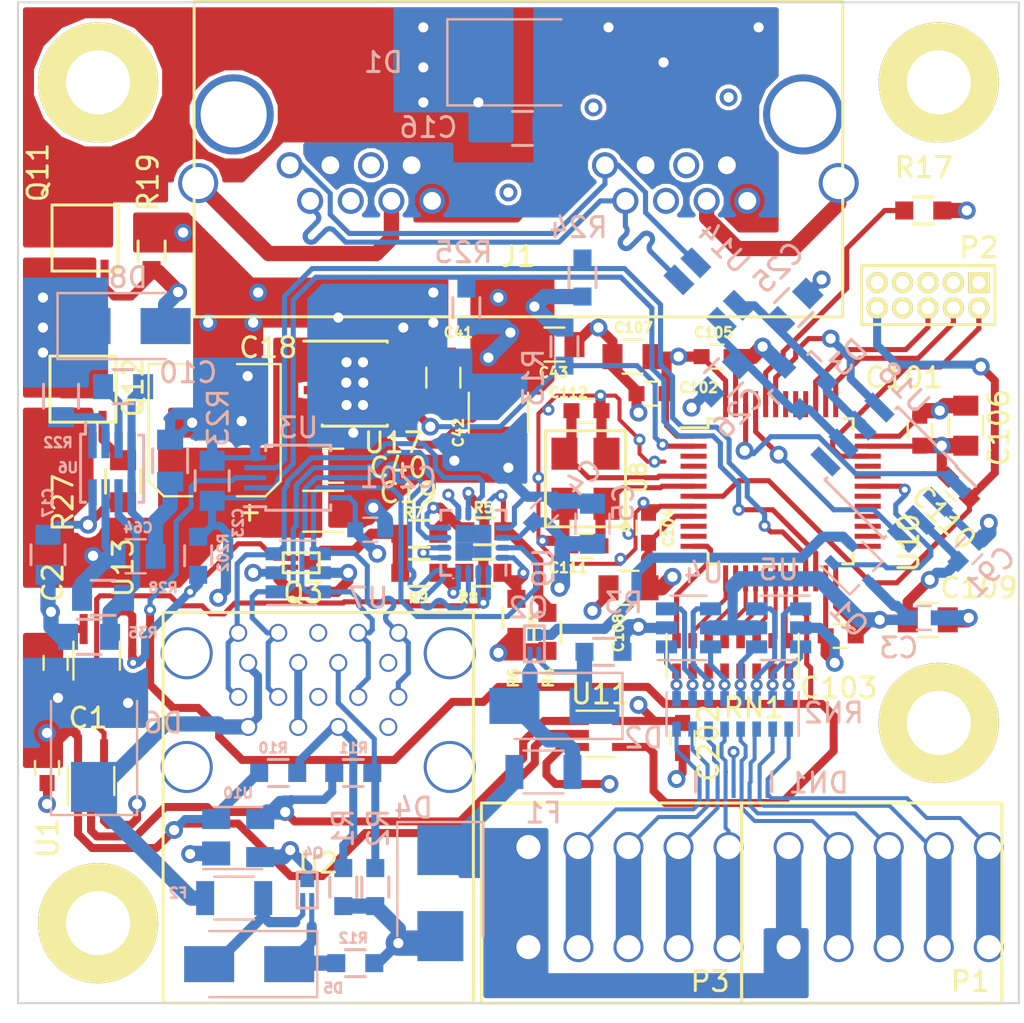
<source format=kicad_pcb>
(kicad_pcb (version 4) (host pcbnew 4.0.6-e0-6349~52~ubuntu16.10.1)
  (layers (0 F.Cu signal) (1 In1.Cu jumper) (2 In2.Cu jumper) (31 B.Cu signal) (34 B.Paste user hide) (35 F.Paste user) (36 B.SilkS user) (37 F.SilkS user) (38 B.Mask user hide) (39 F.Mask user) (44 Edge.Cuts user))
  (net 0 "")
  (net 1 EXTRESET)
  (net 2 SCL)
  (net 3 SDA)
  (net 4 SWCLK)
  (net 5 SWDIO)
  (net 6 SWO)
  (net 7 "Net-(C17-Pad2)")
  (net 8 "Net-(J1-Pad4)")
  (net 9 "Net-(J1-Pad5)")
  (net 10 CANTX)
  (net 11 CANRX)
  (net 12 ECANH)
  (net 13 ECANL)
  (net 14 CANSHLD)
  (net 15 ECANV+)
  (net 16 "Net-(C10-Pad1)")
  (net 17 CANSLEEP)
  (net 18 "Net-(C10-Pad2)")
  (net 19 CANVIN)
  (net 20 GNDD)
  (net 21 3V3MCU)
  (net 22 "Net-(C25-Pad1)")
  (net 23 "Net-(C26-Pad1)")
  (net 24 "Net-(C41-Pad1)")
  (net 25 "Net-(C41-Pad2)")
  (net 26 "Net-(C111-Pad2)")
  (net 27 "Net-(C112-Pad2)")
  (net 28 "Net-(J1-Pad13)")
  (net 29 "Net-(J1-Pad12)")
  (net 30 "Net-(P2-Pad8)")
  (net 31 "Net-(R17-Pad2)")
  (net 32 "Net-(D8-Pad2)")
  (net 33 "Net-(R22-Pad1)")
  (net 34 CANPREDIODE)
  (net 35 "Net-(R27-Pad2)")
  (net 36 "Net-(R28-Pad1)")
  (net 37 "Net-(U10-Pad3)")
  (net 38 "Net-(U10-Pad4)")
  (net 39 "Net-(U10-Pad10)")
  (net 40 "Net-(U10-Pad11)")
  (net 41 "Net-(U10-Pad25)")
  (net 42 "Net-(U10-Pad26)")
  (net 43 "Net-(U10-Pad27)")
  (net 44 "Net-(U10-Pad28)")
  (net 45 "Net-(U10-Pad29)")
  (net 46 "Net-(U10-Pad32)")
  (net 47 "Net-(U10-Pad33)")
  (net 48 "Net-(U10-Pad38)")
  (net 49 "Net-(U10-Pad40)")
  (net 50 "Net-(U10-Pad41)")
  (net 51 "Net-(U10-Pad42)")
  (net 52 CANPGOOD)
  (net 53 "Net-(U18-Pad5)")
  (net 54 D+1)
  (net 55 D+2)
  (net 56 D-)
  (net 57 "Net-(U2-Pad19)")
  (net 58 DSCL-)
  (net 59 DSCL+)
  (net 60 DSDA+)
  (net 61 DSDA-)
  (net 62 "Net-(D2-Pad1)")
  (net 63 "Net-(D2-Pad2)")
  (net 64 OUT4)
  (net 65 VSENSE)
  (net 66 OUT1)
  (net 67 OUT2)
  (net 68 OUT3)
  (net 69 OUT8)
  (net 70 OUT5)
  (net 71 OUT6)
  (net 72 OUT7)
  (net 73 ADC8)
  (net 74 ADC7)
  (net 75 ADC4)
  (net 76 ADC5)
  (net 77 ADC6)
  (net 78 ADC2)
  (net 79 OUTP2)
  (net 80 OUTP1)
  (net 81 ADC3)
  (net 82 ADC1)
  (net 83 OUTP5)
  (net 84 OUTP4)
  (net 85 OUTP6)
  (net 86 OUTP3)
  (net 87 OUTP8)
  (net 88 OUTP7)
  (net 89 "Net-(R4-Pad2)")
  (net 90 "Net-(R5-Pad2)")
  (net 91 "Net-(R6-Pad2)")
  (net 92 "Net-(R8-Pad2)")
  (net 93 TERM_SWITCH)
  (net 94 "Net-(R10-Pad1)")
  (net 95 "Net-(R11-Pad1)")
  (net 96 "Net-(D5-Pad1)")
  (net 97 "Net-(D5-Pad2)")
  (net 98 VBUS)
  (net 99 VSENSE_SWITCH)
  (net 100 "Net-(Q1-Pad2)")
  (net 101 "Net-(Q3-Pad1)")
  (net 102 TERMV)
  (net 103 DI2C_ENABLE)
  (net 104 "Net-(U13-Pad1)")
  (net 105 "Net-(U10-Pad30)")
  (module Connect_Addons:RJHSE538X-02-noled (layer F.Cu) (at 43 21.1 180)
    (fp_text reference J1 (at 0 -7.1 180) (layer F.SilkS))
    (fp_text value RJHSE-5380-02)
    (pad 9 thru_hole circle (at -4.325 -2.54 180) (size 1.3 1.3) (drill 0.889) (layers *.Cu *.Mask) (net 12 ECANH))
    (pad 15 thru_hole circle (at -10.415 -2.54 180) (size 1.3 1.3) (drill 0.889) (layers *.Cu *.Mask) (net 20 GNDD))
    (pad 11 thru_hole circle (at -6.355 -2.54 180) (size 1.3 1.3) (drill 0.889) (layers *.Cu *.Mask) (net 20 GNDD))
    (pad 13 thru_hole circle (at -8.385 -2.54 180) (size 1.3 1.3) (drill 0.889) (layers *.Cu *.Mask) (net 28 "Net-(J1-Pad13)"))
    (pad 10 thru_hole circle (at -5.345 -4.32 180) (size 1.3 1.3) (drill 0.889) (layers *.Cu *.Mask) (net 13 ECANL))
    (pad 12 thru_hole circle (at -7.375 -4.32 180) (size 1.3 1.3) (drill 0.889) (layers *.Cu *.Mask) (net 29 "Net-(J1-Pad12)"))
    (pad 14 thru_hole circle (at -9.405 -4.32 180) (size 1.3 1.3) (drill 0.889) (layers *.Cu *.Mask) (net 14 CANSHLD))
    (pad 16 thru_hole circle (at -11.435 -4.32 180) (size 1.3 1.3) (drill 0.889) (layers *.Cu *.Mask) (net 15 ECANV+))
    (pad "" np_thru_hole circle (at 14.225 0 180) (size 4 4) (drill 3.3) (layers *.Cu *.Mask))
    (pad 17 thru_hole circle (at -16 -3.43 180) (size 2 2) (drill 1.6) (layers *.Cu *.Mask) (net 14 CANSHLD))
    (pad 8 thru_hole circle (at 4.315 -4.32 180) (size 1.3 1.3) (drill 0.889) (layers *.Cu *.Mask) (net 15 ECANV+))
    (pad 6 thru_hole circle (at 6.345 -4.32 180) (size 1.3 1.3) (drill 0.889) (layers *.Cu *.Mask) (net 14 CANSHLD))
    (pad 4 thru_hole circle (at 8.375 -4.32 180) (size 1.3 1.3) (drill 0.889) (layers *.Cu *.Mask) (net 8 "Net-(J1-Pad4)"))
    (pad 2 thru_hole circle (at 10.405 -4.32 180) (size 1.3 1.3) (drill 0.889) (layers *.Cu *.Mask) (net 13 ECANL))
    (pad 5 thru_hole circle (at 7.365 -2.54 180) (size 1.3 1.3) (drill 0.889) (layers *.Cu *.Mask) (net 9 "Net-(J1-Pad5)"))
    (pad 3 thru_hole circle (at 9.395 -2.54 180) (size 1.3 1.3) (drill 0.889) (layers *.Cu *.Mask) (net 20 GNDD))
    (pad 7 thru_hole circle (at 5.335 -2.54 180) (size 1.3 1.3) (drill 0.889) (layers *.Cu *.Mask) (net 20 GNDD))
    (pad 1 thru_hole circle (at 11.425 -2.54 180) (size 1.3 1.3) (drill 0.889) (layers *.Cu *.Mask) (net 12 ECANH))
    (pad "" np_thru_hole circle (at -14.225 0 180) (size 4 4) (drill 3.3) (layers *.Cu *.Mask))
    (pad 17 thru_hole circle (at 16 -3.43 180) (size 2 2) (drill 1.6) (layers *.Cu *.Mask) (net 14 CANSHLD))
  )
  (module Capacitors_SMD:C_0805 (layer B.Cu) (at 19.5 43.1 90)
    (fp_text reference C17 (at 2.6 0 90) (layer B.SilkS) (effects (font (size 0.5 0.5) (thickness 0.125)) (justify mirror)))
    (fp_text value 2nFC)
    (pad 1 smd rect (at -1 0 90) (size 1 1.25) (layers B.Cu B.Paste B.Mask) (net 20 GNDD))
    (pad 2 smd rect (at 1 0 90) (size 1 1.25) (layers B.Cu B.Paste B.Mask) (net 7 "Net-(C17-Pad2)"))
  )
  (module Capacitors_SMD:C_0805 (layer B.Cu) (at 27.7 39.4 270)
    (fp_text reference C23 (at 2.1 -1.3 270) (layer B.SilkS) (effects (font (size 0.5 0.5) (thickness 0.125)) (justify mirror)))
    (fp_text value 100nF)
    (pad 1 smd rect (at -1 0 270) (size 1 1.25) (layers B.Cu B.Paste B.Mask) (net 20 GNDD))
    (pad 2 smd rect (at 1 0 270) (size 1 1.25) (layers B.Cu B.Paste B.Mask) (net 21 3V3MCU))
  )
  (module Capacitors_SMD:C_0805 (layer B.Cu) (at 56.75 30.75 45)
    (fp_text reference C25 (at 0.883883 -1.944544 45) (layer B.SilkS) (effects (justify mirror)))
    (fp_text value 100nF)
    (pad 1 smd rect (at -1 0 45) (size 1 1.25) (layers B.Cu B.Paste B.Mask) (net 22 "Net-(C25-Pad1)"))
    (pad 2 smd rect (at 1 0 45) (size 1 1.25) (layers B.Cu B.Paste B.Mask) (net 20 GNDD))
  )
  (module Capacitors_SMD:C_0805 (layer B.Cu) (at 53.25 34.25 225)
    (fp_text reference C26 (at 0.707107 -1.767767 405) (layer B.SilkS) (effects (justify mirror)))
    (fp_text value 100nF)
    (pad 1 smd rect (at -1 0 225) (size 1 1.25) (layers B.Cu B.Paste B.Mask) (net 23 "Net-(C26-Pad1)"))
    (pad 2 smd rect (at 1 0 225) (size 1 1.25) (layers B.Cu B.Paste B.Mask) (net 20 GNDD))
  )
  (module Capacitors_SMD:C_0805 (layer B.Cu) (at 23.25 34.7 180)
    (fp_text reference C10 (at -3.25 0.7 180) (layer B.SilkS) (effects (justify mirror)))
    (fp_text value 1uF)
    (pad 1 smd rect (at -1 0 180) (size 1 1.25) (layers B.Cu B.Paste B.Mask) (net 16 "Net-(C10-Pad1)"))
    (pad 2 smd rect (at 1 0 180) (size 1 1.25) (layers B.Cu B.Paste B.Mask) (net 18 "Net-(C10-Pad2)"))
  )
  (module Capacitors_SMD:C_0805 (layer B.Cu) (at 43.2 21.8)
    (fp_text reference C16 (at -4.7 -0.05) (layer B.SilkS) (effects (justify mirror)))
    (fp_text value "100pF 60V")
    (pad 1 smd rect (at -1 0) (size 1 1.25) (layers B.Cu B.Paste B.Mask) (net 15 ECANV+))
    (pad 2 smd rect (at 1 0) (size 1 1.25) (layers B.Cu B.Paste B.Mask) (net 20 GNDD))
  )
  (module TO_SOT_Packages_SMD:SOT-23 (layer B.Cu) (at 57.025 34.45 225)
    (fp_text reference D3 (at -2.598617 -0.901561 225) (layer B.SilkS) (effects (justify mirror)))
    (fp_text value D_Schottky_x2_ACom_KKA)
    (pad 1 smd rect (at -0.95 -1.00076 225) (size 0.8001 0.8001) (layers B.Cu B.Paste B.Mask) (net 22 "Net-(C25-Pad1)"))
    (pad 2 smd rect (at 0.95 -1.00076 225) (size 0.8001 0.8001) (layers B.Cu B.Paste B.Mask) (net 23 "Net-(C26-Pad1)"))
    (pad 3 smd rect (at 0 0.99822 225) (size 0.8001 0.8001) (layers B.Cu B.Paste B.Mask) (net 20 GNDD))
  )
  (module Capacitors_SMD:C_1206 (layer F.Cu) (at 33.25 40.925)
    (fp_text reference C19 (at 4.25 -0.925) (layer F.SilkS))
    (fp_text value "4.7uF GRM31CR71H47")
    (pad 1 smd rect (at -1.5 0) (size 1 1.6) (layers F.Cu F.Paste F.Mask) (net 19 CANVIN))
    (pad 2 smd rect (at 1.5 0) (size 1 1.6) (layers F.Cu F.Paste F.Mask) (net 20 GNDD))
  )
  (module Capacitors_SMD:C_0805 (layer F.Cu) (at 33.75 38.65)
    (fp_text reference C40 (at 3.25 0.1) (layer F.SilkS))
    (fp_text value 100nF)
    (pad 1 smd rect (at -1 0) (size 1 1.25) (layers F.Cu F.Paste F.Mask) (net 19 CANVIN))
    (pad 2 smd rect (at 1 0) (size 1 1.25) (layers F.Cu F.Paste F.Mask) (net 20 GNDD))
  )
  (module Capacitors_SMD:C_0805 (layer F.Cu) (at 39.25 34.25 90)
    (fp_text reference C41 (at 2.25 0.75 180) (layer F.SilkS) (effects (font (size 0.5 0.5) (thickness 0.125))))
    (fp_text value "1uF 0805ZC105KAT2A")
    (pad 1 smd rect (at -1 0 90) (size 1 1.25) (layers F.Cu F.Paste F.Mask) (net 24 "Net-(C41-Pad1)"))
    (pad 2 smd rect (at 1 0 90) (size 1 1.25) (layers F.Cu F.Paste F.Mask) (net 25 "Net-(C41-Pad2)"))
  )
  (module Capacitors_SMD:C_1210 (layer F.Cu) (at 42 36 90)
    (fp_text reference C42 (at -1 -2 270) (layer F.SilkS) (effects (font (size 0.5 0.5) (thickness 0.125))))
    (fp_text value 10uF)
    (pad 1 smd rect (at -1.5 0 90) (size 1 2.5) (layers F.Cu F.Paste F.Mask) (net 20 GNDD))
    (pad 2 smd rect (at 1.5 0 90) (size 1 2.5) (layers F.Cu F.Paste F.Mask) (net 21 3V3MCU))
  )
  (module Capacitors_SMD:C_0805 (layer F.Cu) (at 44.8 32.6)
    (fp_text reference C43 (at -0.05 1.4) (layer F.SilkS) (effects (font (size 0.5 0.5) (thickness 0.125))))
    (fp_text value "1uF GRM219R71E105KA88D")
    (pad 1 smd rect (at -1 0) (size 1 1.25) (layers F.Cu F.Paste F.Mask) (net 21 3V3MCU))
    (pad 2 smd rect (at 1 0) (size 1 1.25) (layers F.Cu F.Paste F.Mask) (net 20 GNDD))
  )
  (module Capacitors_SMD:C_0805 (layer B.Cu) (at 23.875 43.175)
    (fp_text reference C64 (at 0.125 -1.425) (layer B.SilkS) (effects (font (size 0.5 0.5) (thickness 0.125)) (justify mirror)))
    (fp_text value 470nF)
    (pad 1 smd rect (at -1 0) (size 1 1.25) (layers B.Cu B.Paste B.Mask) (net 19 CANVIN))
    (pad 2 smd rect (at 1 0) (size 1 1.25) (layers B.Cu B.Paste B.Mask) (net 16 "Net-(C10-Pad1)"))
  )
  (module Capacitors_SMD:C_0805 (layer F.Cu) (at 65.35 36.65 270)
    (fp_text reference C106 (at 0.1 -1.65 270) (layer F.SilkS))
    (fp_text value 2,2uF)
    (pad 1 smd rect (at -1 0 270) (size 1 1.25) (layers F.Cu F.Paste F.Mask) (net 21 3V3MCU))
    (pad 2 smd rect (at 1 0 270) (size 1 1.25) (layers F.Cu F.Paste F.Mask) (net 20 GNDD))
  )
  (module Capacitors_SMD:C_0805 (layer F.Cu) (at 48.7 33.2 180)
    (fp_text reference C107 (at -0.05 1.45 180) (layer F.SilkS) (effects (font (size 0.5 0.5) (thickness 0.125))))
    (fp_text value 4,7uF)
    (pad 1 smd rect (at -1 0 180) (size 1 1.25) (layers F.Cu F.Paste F.Mask) (net 21 3V3MCU))
    (pad 2 smd rect (at 1 0 180) (size 1 1.25) (layers F.Cu F.Paste F.Mask) (net 20 GNDD))
  )
  (module Capacitors_SMD:C_0805 (layer F.Cu) (at 48.5 44.75 180)
    (fp_text reference C108 (at 0.5 -2.25 270) (layer F.SilkS) (effects (font (size 0.5 0.5) (thickness 0.125))))
    (fp_text value 2,2uF)
    (pad 1 smd rect (at -1 0 180) (size 1 1.25) (layers F.Cu F.Paste F.Mask) (net 21 3V3MCU))
    (pad 2 smd rect (at 1 0 180) (size 1 1.25) (layers F.Cu F.Paste F.Mask) (net 20 GNDD))
  )
  (module Capacitors_SMD:C_0805 (layer F.Cu) (at 63.45 46.35)
    (fp_text reference C109 (at 2.55 -1.6 180) (layer F.SilkS))
    (fp_text value 4,7uF)
    (pad 1 smd rect (at -1 0) (size 1 1.25) (layers F.Cu F.Paste F.Mask) (net 21 3V3MCU))
    (pad 2 smd rect (at 1 0) (size 1 1.25) (layers F.Cu F.Paste F.Mask) (net 20 GNDD))
  )
  (module Capacitors_SMD:C_0603 (layer F.Cu) (at 46.35 42.65)
    (fp_text reference C111 (at -0.85 1.1) (layer F.SilkS) (effects (font (size 0.5 0.5) (thickness 0.125))))
    (fp_text value 22pF)
    (pad 1 smd rect (at -0.75 0) (size 0.8 0.75) (layers F.Cu F.Paste F.Mask) (net 20 GNDD))
    (pad 2 smd rect (at 0.75 0) (size 0.8 0.75) (layers F.Cu F.Paste F.Mask) (net 26 "Net-(C111-Pad2)"))
  )
  (module Capacitors_SMD:C_0603 (layer F.Cu) (at 46.4 35.9 180)
    (fp_text reference C112 (at 0.9 0.9 180) (layer F.SilkS) (effects (font (size 0.5 0.5) (thickness 0.125))))
    (fp_text value 22pF)
    (pad 1 smd rect (at -0.75 0 180) (size 0.8 0.75) (layers F.Cu F.Paste F.Mask) (net 20 GNDD))
    (pad 2 smd rect (at 0.75 0 180) (size 0.8 0.75) (layers F.Cu F.Paste F.Mask) (net 27 "Net-(C112-Pad2)"))
  )
  (module Diodes_SMD:D_SMB_Standard (layer B.Cu) (at 43 18.5)
    (fp_text reference D1 (at -6.75 0) (layer B.SilkS) (effects (justify mirror)))
    (fp_text value D_TVS)
    (pad 1 smd rect (at -2.15 0) (size 2.5 2.3) (layers B.Cu B.Paste B.Mask) (net 15 ECANV+))
    (pad 2 smd rect (at 2.15 0) (size 2.5 2.3) (layers B.Cu B.Paste B.Mask) (net 20 GNDD))
  )
  (module pin_header_1:Pin_Header_Straight_2x05_Pitch1.27mm (layer F.Cu) (at 66 29.5 270)
    (fp_text reference P2 (at -1.75 0 360) (layer F.SilkS))
    (fp_text value CONN_02X05)
    (pad 1 thru_hole rect (at 0 0 270) (size 1.05 1.05) (drill 0.65) (layers *.Cu *.Mask F.SilkS) (net 21 3V3MCU))
    (pad 3 thru_hole circle (at 0 1.27 270) (size 1.05 1.05) (drill 0.65) (layers *.Cu *.Mask F.SilkS) (net 20 GNDD))
    (pad 5 thru_hole circle (at 0 2.54 270) (size 1.05 1.05) (drill 0.65) (layers *.Cu *.Mask F.SilkS) (net 20 GNDD))
    (pad 7 thru_hole circle (at 0 3.81 270) (size 1.05 1.05) (drill 0.65) (layers *.Cu *.Mask F.SilkS) (net 20 GNDD))
    (pad 9 thru_hole circle (at 0 5.08 270) (size 1.05 1.05) (drill 0.65) (layers *.Cu *.Mask F.SilkS) (net 20 GNDD))
    (pad 4 thru_hole circle (at 1.27 1.27 270) (size 1.05 1.05) (drill 0.65) (layers *.Cu *.Mask F.SilkS) (net 4 SWCLK))
    (pad 6 thru_hole circle (at 1.27 2.54 270) (size 1.05 1.05) (drill 0.65) (layers *.Cu *.Mask F.SilkS) (net 6 SWO))
    (pad 8 thru_hole circle (at 1.27 3.81 270) (size 1.05 1.05) (drill 0.65) (layers *.Cu *.Mask F.SilkS) (net 30 "Net-(P2-Pad8)"))
    (pad 10 thru_hole circle (at 1.27 5.08 270) (size 1.05 1.05) (drill 0.65) (layers *.Cu *.Mask F.SilkS) (net 1 EXTRESET))
    (pad 2 thru_hole circle (at 1.27 0 270) (size 1.05 1.05) (drill 0.65) (layers *.Cu *.Mask F.SilkS) (net 5 SWDIO))
  )
  (module drillhole:hole (layer F.Cu) (at 64 19.5)
    (fp_text reference P10 (at 0 0) (layer F.SilkS))
    (fp_text value P10 (at 0 0) (layer F.SilkS))
    (pad "" np_thru_hole circle (at 0 0) (size 6 6) (drill 3.2) (layers *.Cu *.Mask F.SilkS))
  )
  (module drillhole:hole (layer F.Cu) (at 64 51.5)
    (fp_text reference P21 (at 0 0) (layer F.SilkS))
    (fp_text value P21 (at 0 0) (layer F.SilkS))
    (pad "" np_thru_hole circle (at 0 0) (size 6 6) (drill 3.2) (layers *.Cu *.Mask F.SilkS))
  )
  (module drillhole:hole (layer F.Cu) (at 22 19.5)
    (fp_text reference P22 (at 0 0) (layer F.SilkS))
    (fp_text value P22 (at 0 0) (layer F.SilkS))
    (pad "" np_thru_hole circle (at 0 0) (size 6 6) (drill 3.2) (layers *.Cu *.Mask F.SilkS))
  )
  (module drillhole:hole (layer F.Cu) (at 22 61.5)
    (fp_text reference P24 (at 0 0) (layer F.SilkS))
    (fp_text value P24 (at 0 0) (layer F.SilkS))
    (pad "" np_thru_hole circle (at 0 0) (size 6 6) (drill 3.2) (layers *.Cu *.Mask F.SilkS))
  )
  (module Resistors_SMD_Addons:R_0805_HandSolder (layer B.Cu) (at 20.15 35.175 90)
    (fp_text reference R22 (at -2.325 -0.15 180) (layer B.SilkS) (effects (font (size 0.5 0.5) (thickness 0.125)) (justify mirror)))
    (fp_text value 29K)
    (pad 1 smd rect (at -1.05 0 90) (size 1 1.3) (layers B.Cu B.Paste B.Mask) (net 33 "Net-(R22-Pad1)"))
    (pad 2 smd rect (at 1.05 0 90) (size 1 1.3) (layers B.Cu B.Paste B.Mask) (net 34 CANPREDIODE))
  )
  (module Resistors_SMD_Addons:R_0805_HandSolder (layer B.Cu) (at 25.6 38.4 270)
    (fp_text reference R23 (at -2.15 -2.4 450) (layer B.SilkS) (effects (justify mirror)))
    (fp_text value 2K2)
    (pad 1 smd rect (at -1.05 0 270) (size 1 1.3) (layers B.Cu B.Paste B.Mask) (net 20 GNDD))
    (pad 2 smd rect (at 1.05 0 270) (size 1 1.3) (layers B.Cu B.Paste B.Mask) (net 16 "Net-(C10-Pad1)"))
  )
  (module Resistors_SMD_Addons:R_0805_HandSolder (layer F.Cu) (at 23.25 39.425 90)
    (fp_text reference R27 (at -1.075 -3 90) (layer F.SilkS))
    (fp_text value 10R)
    (pad 1 smd rect (at -1.05 0 90) (size 1 1.3) (layers F.Cu F.Paste F.Mask) (net 7 "Net-(C17-Pad2)"))
    (pad 2 smd rect (at 1.05 0 90) (size 1 1.3) (layers F.Cu F.Paste F.Mask) (net 35 "Net-(R27-Pad2)"))
  )
  (module Resistors_SMD_Addons:R_0805_HandSolder (layer B.Cu) (at 22.25 45.25 180)
    (fp_text reference R28 (at -3 0.5 180) (layer B.SilkS) (effects (font (size 0.5 0.5) (thickness 0.125)) (justify mirror)))
    (fp_text value 12K)
    (pad 1 smd rect (at -1.05 0 180) (size 1 1.3) (layers B.Cu B.Paste B.Mask) (net 36 "Net-(R28-Pad1)"))
    (pad 2 smd rect (at 1.05 0 180) (size 1 1.3) (layers B.Cu B.Paste B.Mask) (net 19 CANVIN))
  )
  (module Resistors_SMD_Addons:R_0805_HandSolder (layer B.Cu) (at 21.55 47.2)
    (fp_text reference R35 (at 2.7 -0.2) (layer B.SilkS) (effects (font (size 0.5 0.5) (thickness 0.125)) (justify mirror)))
    (fp_text value 365K)
    (pad 1 smd rect (at -1.05 0) (size 1 1.3) (layers B.Cu B.Paste B.Mask) (net 20 GNDD))
    (pad 2 smd rect (at 1.05 0) (size 1 1.3) (layers B.Cu B.Paste B.Mask) (net 36 "Net-(R28-Pad1)"))
  )
  (module Housings_SOIC_Addons:PowerPack1212-8S_Pitch0.65mm (layer F.Cu) (at 21.35 27.275 90)
    (fp_text reference Q11 (at 3.275 -2.35 90) (layer F.SilkS))
    (fp_text value SiSS71DN)
    (pad 8 smd rect (at 1.75 0.975 90) (size 1.3 0.405) (layers F.Cu F.Paste F.Mask) (net 15 ECANV+))
    (pad 7 smd rect (at 1.75 0.325 90) (size 1.3 0.405) (layers F.Cu F.Paste F.Mask) (net 15 ECANV+))
    (pad 6 smd rect (at 1.75 -0.325 90) (size 1.3 0.405) (layers F.Cu F.Paste F.Mask) (net 15 ECANV+))
    (pad 5 smd rect (at 1.75 -0.975 90) (size 1.3 0.405) (layers F.Cu F.Paste F.Mask) (net 15 ECANV+))
    (pad 1 smd rect (at -1.735 -0.975 90) (size 1.3 0.405) (layers F.Cu F.Paste F.Mask) (net 34 CANPREDIODE))
    (pad 2 smd rect (at -1.735 -0.325 90) (size 1.3 0.405) (layers F.Cu F.Paste F.Mask) (net 34 CANPREDIODE))
    (pad 3 smd rect (at -1.735 0.325 90) (size 1.3 0.405) (layers F.Cu F.Paste F.Mask) (net 34 CANPREDIODE))
    (pad 4 smd rect (at -1.735 0.975 90) (size 1.3 0.405) (layers F.Cu F.Paste F.Mask) (net 32 "Net-(D8-Pad2)"))
    (pad 5 smd rect (at 0.4 0 90) (size 1.725 2.235) (layers F.Cu F.Paste F.Mask) (net 15 ECANV+))
  )
  (module Housings_SOIC_Addons:PowerPack1212-8S_Pitch0.65mm (layer F.Cu) (at 21.25 34.825 90)
    (fp_text reference Q12 (at 0.075 2.5 90) (layer F.SilkS))
    (fp_text value SiSS71DN)
    (pad 8 smd rect (at 1.75 0.975 90) (size 1.3 0.405) (layers F.Cu F.Paste F.Mask) (net 34 CANPREDIODE))
    (pad 7 smd rect (at 1.75 0.325 90) (size 1.3 0.405) (layers F.Cu F.Paste F.Mask) (net 34 CANPREDIODE))
    (pad 6 smd rect (at 1.75 -0.325 90) (size 1.3 0.405) (layers F.Cu F.Paste F.Mask) (net 34 CANPREDIODE))
    (pad 5 smd rect (at 1.75 -0.975 90) (size 1.3 0.405) (layers F.Cu F.Paste F.Mask) (net 34 CANPREDIODE))
    (pad 1 smd rect (at -1.735 -0.975 90) (size 1.3 0.405) (layers F.Cu F.Paste F.Mask) (net 19 CANVIN))
    (pad 2 smd rect (at -1.735 -0.325 90) (size 1.3 0.405) (layers F.Cu F.Paste F.Mask) (net 19 CANVIN))
    (pad 3 smd rect (at -1.735 0.325 90) (size 1.3 0.405) (layers F.Cu F.Paste F.Mask) (net 19 CANVIN))
    (pad 4 smd rect (at -1.735 0.975 90) (size 1.3 0.405) (layers F.Cu F.Paste F.Mask) (net 35 "Net-(R27-Pad2)"))
    (pad 5 smd rect (at 0.4 0 90) (size 1.725 2.235) (layers F.Cu F.Paste F.Mask) (net 34 CANPREDIODE))
  )
  (module Housings_SC:SOT23-8 (layer B.Cu) (at 22.7 38.8 270)
    (fp_text reference U6 (at -0.05 2.2 360) (layer B.SilkS) (effects (font (size 0.5 0.5) (thickness 0.125)) (justify mirror)))
    (fp_text value LTC4366-2)
    (pad 1 smd rect (at -1.175 0.975 270) (size 1.3 0.42) (layers B.Cu B.Paste B.Mask) (net 33 "Net-(R22-Pad1)"))
    (pad 2 smd rect (at -1.175 0.325 270) (size 1.3 0.42) (layers B.Cu B.Paste B.Mask) (net 33 "Net-(R22-Pad1)"))
    (pad 3 smd rect (at -1.175 -0.325 270) (size 1.3 0.42) (layers B.Cu B.Paste B.Mask) (net 18 "Net-(C10-Pad2)"))
    (pad 4 smd rect (at -1.175 -0.975 270) (size 1.3 0.42) (layers B.Cu B.Paste B.Mask) (net 16 "Net-(C10-Pad1)"))
    (pad 5 smd rect (at 1.175 -0.975 270) (size 1.3 0.42) (layers B.Cu B.Paste B.Mask) (net 16 "Net-(C10-Pad1)"))
    (pad 6 smd rect (at 1.175 -0.325 270) (size 1.3 0.42) (layers B.Cu B.Paste B.Mask) (net 36 "Net-(R28-Pad1)"))
    (pad 7 smd rect (at 1.175 0.325 270) (size 1.3 0.42) (layers B.Cu B.Paste B.Mask) (net 19 CANVIN))
    (pad 8 smd rect (at 1.175 0.975 270) (size 1.3 0.42) (layers B.Cu B.Paste B.Mask) (net 7 "Net-(C17-Pad2)"))
  )
  (module Housings_QFP:LQFP-48_7x7mm_Pitch0.5mm (layer F.Cu) (at 56.1 39.925)
    (fp_text reference U10 (at 6.4 2.575 90) (layer F.SilkS))
    (fp_text value STM32L433CC)
    (pad 1 smd rect (at -4.35 -2.75) (size 1.3 0.25) (layers F.Cu F.Paste F.Mask) (net 21 3V3MCU))
    (pad 2 smd rect (at -4.35 -2.25) (size 1.3 0.25) (layers F.Cu F.Paste F.Mask) (net 52 CANPGOOD))
    (pad 3 smd rect (at -4.35 -1.75) (size 1.3 0.25) (layers F.Cu F.Paste F.Mask) (net 37 "Net-(U10-Pad3)"))
    (pad 4 smd rect (at -4.35 -1.25) (size 1.3 0.25) (layers F.Cu F.Paste F.Mask) (net 38 "Net-(U10-Pad4)"))
    (pad 5 smd rect (at -4.35 -0.75) (size 1.3 0.25) (layers F.Cu F.Paste F.Mask) (net 27 "Net-(C112-Pad2)"))
    (pad 6 smd rect (at -4.35 -0.25) (size 1.3 0.25) (layers F.Cu F.Paste F.Mask) (net 26 "Net-(C111-Pad2)"))
    (pad 7 smd rect (at -4.35 0.25) (size 1.3 0.25) (layers F.Cu F.Paste F.Mask) (net 1 EXTRESET))
    (pad 8 smd rect (at -4.35 0.75) (size 1.3 0.25) (layers F.Cu F.Paste F.Mask) (net 20 GNDD))
    (pad 9 smd rect (at -4.35 1.25) (size 1.3 0.25) (layers F.Cu F.Paste F.Mask) (net 21 3V3MCU))
    (pad 10 smd rect (at -4.35 1.75) (size 1.3 0.25) (layers F.Cu F.Paste F.Mask) (net 39 "Net-(U10-Pad10)"))
    (pad 11 smd rect (at -4.35 2.25) (size 1.3 0.25) (layers F.Cu F.Paste F.Mask) (net 40 "Net-(U10-Pad11)"))
    (pad 12 smd rect (at -4.35 2.75) (size 1.3 0.25) (layers F.Cu F.Paste F.Mask) (net 73 ADC8))
    (pad 13 smd rect (at -2.75 4.35 90) (size 1.3 0.25) (layers F.Cu F.Paste F.Mask) (net 74 ADC7))
    (pad 14 smd rect (at -2.25 4.35 90) (size 1.3 0.25) (layers F.Cu F.Paste F.Mask) (net 77 ADC6))
    (pad 15 smd rect (at -1.75 4.35 90) (size 1.3 0.25) (layers F.Cu F.Paste F.Mask) (net 76 ADC5))
    (pad 16 smd rect (at -1.25 4.35 90) (size 1.3 0.25) (layers F.Cu F.Paste F.Mask) (net 75 ADC4))
    (pad 17 smd rect (at -0.75 4.35 90) (size 1.3 0.25) (layers F.Cu F.Paste F.Mask) (net 81 ADC3))
    (pad 18 smd rect (at -0.25 4.35 90) (size 1.3 0.25) (layers F.Cu F.Paste F.Mask) (net 78 ADC2))
    (pad 19 smd rect (at 0.25 4.35 90) (size 1.3 0.25) (layers F.Cu F.Paste F.Mask) (net 82 ADC1))
    (pad 20 smd rect (at 0.75 4.35 90) (size 1.3 0.25) (layers F.Cu F.Paste F.Mask) (net 103 DI2C_ENABLE))
    (pad 21 smd rect (at 1.25 4.35 90) (size 1.3 0.25) (layers F.Cu F.Paste F.Mask) (net 2 SCL))
    (pad 22 smd rect (at 1.75 4.35 90) (size 1.3 0.25) (layers F.Cu F.Paste F.Mask) (net 3 SDA))
    (pad 23 smd rect (at 2.25 4.35 90) (size 1.3 0.25) (layers F.Cu F.Paste F.Mask) (net 20 GNDD))
    (pad 24 smd rect (at 2.75 4.35 90) (size 1.3 0.25) (layers F.Cu F.Paste F.Mask) (net 21 3V3MCU))
    (pad 25 smd rect (at 4.35 2.75) (size 1.3 0.25) (layers F.Cu F.Paste F.Mask) (net 41 "Net-(U10-Pad25)"))
    (pad 26 smd rect (at 4.35 2.25) (size 1.3 0.25) (layers F.Cu F.Paste F.Mask) (net 42 "Net-(U10-Pad26)"))
    (pad 27 smd rect (at 4.35 1.75) (size 1.3 0.25) (layers F.Cu F.Paste F.Mask) (net 43 "Net-(U10-Pad27)"))
    (pad 28 smd rect (at 4.35 1.25) (size 1.3 0.25) (layers F.Cu F.Paste F.Mask) (net 44 "Net-(U10-Pad28)"))
    (pad 29 smd rect (at 4.35 0.75) (size 1.3 0.25) (layers F.Cu F.Paste F.Mask) (net 45 "Net-(U10-Pad29)"))
    (pad 30 smd rect (at 4.35 0.25) (size 1.3 0.25) (layers F.Cu F.Paste F.Mask) (net 105 "Net-(U10-Pad30)"))
    (pad 31 smd rect (at 4.35 -0.25) (size 1.3 0.25) (layers F.Cu F.Paste F.Mask) (net 99 VSENSE_SWITCH))
    (pad 32 smd rect (at 4.35 -0.75) (size 1.3 0.25) (layers F.Cu F.Paste F.Mask) (net 46 "Net-(U10-Pad32)"))
    (pad 33 smd rect (at 4.35 -1.25) (size 1.3 0.25) (layers F.Cu F.Paste F.Mask) (net 47 "Net-(U10-Pad33)"))
    (pad 34 smd rect (at 4.35 -1.75) (size 1.3 0.25) (layers F.Cu F.Paste F.Mask) (net 5 SWDIO))
    (pad 35 smd rect (at 4.35 -2.25) (size 1.3 0.25) (layers F.Cu F.Paste F.Mask) (net 20 GNDD))
    (pad 36 smd rect (at 4.35 -2.75) (size 1.3 0.25) (layers F.Cu F.Paste F.Mask) (net 21 3V3MCU))
    (pad 37 smd rect (at 2.75 -4.35 90) (size 1.3 0.25) (layers F.Cu F.Paste F.Mask) (net 4 SWCLK))
    (pad 38 smd rect (at 2.25 -4.35 90) (size 1.3 0.25) (layers F.Cu F.Paste F.Mask) (net 48 "Net-(U10-Pad38)"))
    (pad 39 smd rect (at 1.75 -4.35 90) (size 1.3 0.25) (layers F.Cu F.Paste F.Mask) (net 6 SWO))
    (pad 40 smd rect (at 1.25 -4.35 90) (size 1.3 0.25) (layers F.Cu F.Paste F.Mask) (net 49 "Net-(U10-Pad40)"))
    (pad 41 smd rect (at 0.75 -4.35 90) (size 1.3 0.25) (layers F.Cu F.Paste F.Mask) (net 50 "Net-(U10-Pad41)"))
    (pad 42 smd rect (at 0.25 -4.35 90) (size 1.3 0.25) (layers F.Cu F.Paste F.Mask) (net 51 "Net-(U10-Pad42)"))
    (pad 43 smd rect (at -0.25 -4.35 90) (size 1.3 0.25) (layers F.Cu F.Paste F.Mask) (net 17 CANSLEEP))
    (pad 44 smd rect (at -0.75 -4.35 90) (size 1.3 0.25) (layers F.Cu F.Paste F.Mask) (net 31 "Net-(R17-Pad2)"))
    (pad 45 smd rect (at -1.25 -4.35 90) (size 1.3 0.25) (layers F.Cu F.Paste F.Mask) (net 11 CANRX))
    (pad 46 smd rect (at -1.75 -4.35 90) (size 1.3 0.25) (layers F.Cu F.Paste F.Mask) (net 10 CANTX))
    (pad 47 smd rect (at -2.25 -4.35 90) (size 1.3 0.25) (layers F.Cu F.Paste F.Mask) (net 20 GNDD))
    (pad 48 smd rect (at -2.75 -4.35 90) (size 1.3 0.25) (layers F.Cu F.Paste F.Mask) (net 21 3V3MCU))
  )
  (module SMD-CMC-Wuerth:CMC-SMD-Wuerth (layer B.Cu) (at 52.5 30 315)
    (fp_text reference U14 (at -1.06066 -2.12132 315) (layer B.SilkS) (effects (justify mirror)))
    (fp_text value USB-CMC-Wuerth)
    (pad 2 smd rect (at 1.5 -0.6 315) (size 1.4 0.8) (layers B.Cu B.Paste B.Mask) (net 22 "Net-(C25-Pad1)"))
    (pad 4 smd rect (at -1.5 0.6 315) (size 1.4 0.8) (layers B.Cu B.Paste B.Mask) (net 13 ECANL))
    (pad 3 smd rect (at 1.5 0.6 315) (size 1.4 0.8) (layers B.Cu B.Paste B.Mask) (net 23 "Net-(C26-Pad1)"))
    (pad 1 smd rect (at -1.5 -0.6 315) (size 1.4 0.8) (layers B.Cu B.Paste B.Mask) (net 12 ECANH))
  )
  (module Housings_SSOP:MSOP-12-1EP_3x4mm_Pitch0.65mm (layer F.Cu) (at 34.825 34.55)
    (fp_text reference U17 (at 1.925 2.95) (layer F.SilkS))
    (fp_text value LTC3245)
    (pad 1 smd rect (at -2.105 -1.625) (size 0.89 0.42) (layers F.Cu F.Paste F.Mask) (net 19 CANVIN))
    (pad 2 smd rect (at -2.105 -0.975) (size 0.89 0.42) (layers F.Cu F.Paste F.Mask) (net 19 CANVIN))
    (pad 3 smd rect (at -2.105 -0.325) (size 0.89 0.42) (layers F.Cu F.Paste F.Mask) (net 19 CANVIN))
    (pad 4 smd rect (at -2.105 0.325) (size 0.89 0.42) (layers F.Cu F.Paste F.Mask) (net 20 GNDD))
    (pad 5 smd rect (at -2.105 0.975) (size 0.89 0.42) (layers F.Cu F.Paste F.Mask) (net 19 CANVIN))
    (pad 6 smd rect (at -2.105 1.625) (size 0.89 0.42) (layers F.Cu F.Paste F.Mask) (net 19 CANVIN))
    (pad 7 smd rect (at 2.105 1.625) (size 0.89 0.42) (layers F.Cu F.Paste F.Mask) (net 21 3V3MCU))
    (pad 8 smd rect (at 2.105 0.975) (size 0.89 0.42) (layers F.Cu F.Paste F.Mask) (net 52 CANPGOOD))
    (pad 9 smd rect (at 2.105 0.325) (size 0.89 0.42) (layers F.Cu F.Paste F.Mask) (net 24 "Net-(C41-Pad1)"))
    (pad 10 smd rect (at 2.105 -0.325) (size 0.89 0.42) (layers F.Cu F.Paste F.Mask) (net 21 3V3MCU))
    (pad 11 smd rect (at 2.105 -0.975) (size 0.89 0.42) (layers F.Cu F.Paste F.Mask) (net 25 "Net-(C41-Pad2)"))
    (pad 12 smd rect (at 2.105 -1.625) (size 0.89 0.42) (layers F.Cu F.Paste F.Mask) (net 20 GNDD))
    (pad 13 smd rect (at 0.4125 1.06875) (size 0.825 0.7125) (layers F.Cu F.Paste F.Mask) (net 20 GNDD))
    (pad 13 smd rect (at 0.4125 0.35625) (size 0.825 0.7125) (layers F.Cu F.Paste F.Mask) (net 20 GNDD))
    (pad 13 smd rect (at 0.4125 -0.35625) (size 0.825 0.7125) (layers F.Cu F.Paste F.Mask) (net 20 GNDD))
    (pad 13 smd rect (at 0.4125 -1.06875) (size 0.825 0.7125) (layers F.Cu F.Paste F.Mask) (net 20 GNDD))
    (pad 13 smd rect (at -0.4125 1.06875) (size 0.825 0.7125) (layers F.Cu F.Paste F.Mask) (net 20 GNDD))
    (pad 13 smd rect (at -0.4125 0.35625) (size 0.825 0.7125) (layers F.Cu F.Paste F.Mask) (net 20 GNDD))
    (pad 13 smd rect (at -0.4125 -0.35625) (size 0.825 0.7125) (layers F.Cu F.Paste F.Mask) (net 20 GNDD))
    (pad 13 smd rect (at -0.4125 -1.06875) (size 0.825 0.7125) (layers F.Cu F.Paste F.Mask) (net 20 GNDD))
  )
  (module Housings_SOIC:SOIC-8_3.9x4.9mm_Pitch1.27mm (layer B.Cu) (at 61.6 39 135)
    (fp_text reference U18 (at 2.545584 3.464823 135) (layer B.SilkS) (effects (justify mirror)))
    (fp_text value TCAN330)
    (pad 1 smd rect (at -2.7 1.905 135) (size 1.55 0.6) (layers B.Cu B.Paste B.Mask) (net 10 CANTX))
    (pad 2 smd rect (at -2.7 0.635 135) (size 1.55 0.6) (layers B.Cu B.Paste B.Mask) (net 20 GNDD))
    (pad 3 smd rect (at -2.7 -0.635 135) (size 1.55 0.6) (layers B.Cu B.Paste B.Mask) (net 21 3V3MCU))
    (pad 4 smd rect (at -2.7 -1.905 135) (size 1.55 0.6) (layers B.Cu B.Paste B.Mask) (net 11 CANRX))
    (pad 5 smd rect (at 2.7 -1.905 135) (size 1.55 0.6) (layers B.Cu B.Paste B.Mask) (net 53 "Net-(U18-Pad5)"))
    (pad 6 smd rect (at 2.7 -0.635 135) (size 1.55 0.6) (layers B.Cu B.Paste B.Mask) (net 23 "Net-(C26-Pad1)"))
    (pad 7 smd rect (at 2.7 0.635 135) (size 1.55 0.6) (layers B.Cu B.Paste B.Mask) (net 22 "Net-(C25-Pad1)"))
    (pad 8 smd rect (at 2.7 1.905 135) (size 1.55 0.6) (layers B.Cu B.Paste B.Mask) (net 17 CANSLEEP))
  )
  (module TO_SOT_Packages_SMD:SOT-353_SC-70-5_Handsoldering (layer F.Cu) (at 21.65 54.4 90)
    (fp_text reference U1 (at -2.85 -2.15 90) (layer F.SilkS))
    (fp_text value SN74LVC1G86)
    (pad 1 smd rect (at -1.33 -0.65 90) (size 1.5 0.4) (layers F.Cu F.Paste F.Mask) (net 94 "Net-(R10-Pad1)"))
    (pad 2 smd rect (at -1.33 0 90) (size 1.5 0.4) (layers F.Cu F.Paste F.Mask) (net 95 "Net-(R11-Pad1)"))
    (pad 3 smd rect (at -1.33 0.65 90) (size 1.5 0.4) (layers F.Cu F.Paste F.Mask) (net 20 GNDD))
    (pad 4 smd rect (at 1.33 0.65 90) (size 1.5 0.4) (layers F.Cu F.Paste F.Mask) (net 93 TERM_SWITCH))
    (pad 5 smd rect (at 1.33 -0.65 90) (size 1.5 0.4) (layers F.Cu F.Paste F.Mask) (net 21 3V3MCU))
  )
  (module Housings_SSOP:TSSOP-10_3x3mm_Pitch0.5mm (layer B.Cu) (at 32 39.25)
    (fp_text reference U3 (at 0 -2.5) (layer B.SilkS) (effects (justify mirror)))
    (fp_text value PCA9615)
    (pad 1 smd rect (at -2.15 1) (size 1.1 0.25) (layers B.Cu B.Paste B.Mask) (net 21 3V3MCU))
    (pad 2 smd rect (at -2.15 0.5) (size 1.1 0.25) (layers B.Cu B.Paste B.Mask) (net 3 SDA))
    (pad 3 smd rect (at -2.15 0) (size 1.1 0.25) (layers B.Cu B.Paste B.Mask) (net 103 DI2C_ENABLE))
    (pad 4 smd rect (at -2.15 -0.5) (size 1.1 0.25) (layers B.Cu B.Paste B.Mask) (net 2 SCL))
    (pad 5 smd rect (at -2.15 -1) (size 1.1 0.25) (layers B.Cu B.Paste B.Mask) (net 20 GNDD))
    (pad 6 smd rect (at 2.15 -1) (size 1.1 0.25) (layers B.Cu B.Paste B.Mask) (net 58 DSCL-))
    (pad 7 smd rect (at 2.15 -0.5) (size 1.1 0.25) (layers B.Cu B.Paste B.Mask) (net 59 DSCL+))
    (pad 8 smd rect (at 2.15 0) (size 1.1 0.25) (layers B.Cu B.Paste B.Mask) (net 60 DSDA+))
    (pad 9 smd rect (at 2.15 0.5) (size 1.1 0.25) (layers B.Cu B.Paste B.Mask) (net 61 DSDA-))
    (pad 10 smd rect (at 2.15 1) (size 1.1 0.25) (layers B.Cu B.Paste B.Mask) (net 21 3V3MCU))
  )
  (module Connect_Addons:Dual_USB3_GSB311231HR (layer F.Cu) (at 33 53.7 90)
    (fp_text reference U2 (at -4.8 0 180) (layer F.SilkS))
    (fp_text value Dual_USB3_GSB311231HR)
    (pad 14 thru_hole circle (at 6.7 4 90) (size 0.9 0.9) (drill 0.7) (layers *.Cu *.Mask) (net 61 DSDA-))
    (pad 15 thru_hole circle (at 6.7 2 90) (size 0.9 0.9) (drill 0.7) (layers *.Cu *.Mask) (net 60 DSDA+))
    (pad 16 thru_hole circle (at 6.7 0 90) (size 0.9 0.9) (drill 0.7) (layers *.Cu *.Mask) (net 20 GNDD))
    (pad 17 thru_hole circle (at 6.7 -2 90) (size 0.9 0.9) (drill 0.7) (layers *.Cu *.Mask) (net 59 DSCL+))
    (pad 13 thru_hole circle (at 5.2 3.5 90) (size 0.9 0.9) (drill 0.7) (layers *.Cu *.Mask) (net 20 GNDD))
    (pad 12 thru_hole circle (at 5.2 1 90) (size 0.9 0.9) (drill 0.7) (layers *.Cu *.Mask) (net 55 D+2))
    (pad 11 thru_hole circle (at 5.2 -1 90) (size 0.9 0.9) (drill 0.7) (layers *.Cu *.Mask) (net 56 D-))
    (pad 18 thru_hole circle (at 6.7 -4 90) (size 0.9 0.9) (drill 0.7) (layers *.Cu *.Mask) (net 58 DSCL-))
    (pad 10 thru_hole circle (at 5.2 -3.5 90) (size 0.9 0.9) (drill 0.7) (layers *.Cu *.Mask) (net 98 VBUS))
    (pad 5 thru_hole circle (at 3.5 4 90) (size 0.9 0.9) (drill 0.7) (layers *.Cu *.Mask) (net 61 DSDA-))
    (pad 6 thru_hole circle (at 3.5 2 90) (size 0.9 0.9) (drill 0.7) (layers *.Cu *.Mask) (net 60 DSDA+))
    (pad 7 thru_hole circle (at 3.5 0 90) (size 0.9 0.9) (drill 0.7) (layers *.Cu *.Mask) (net 20 GNDD))
    (pad 8 thru_hole circle (at 3.5 -2 90) (size 0.9 0.9) (drill 0.7) (layers *.Cu *.Mask) (net 59 DSCL+))
    (pad 9 thru_hole circle (at 3.5 -4 90) (size 0.9 0.9) (drill 0.7) (layers *.Cu *.Mask) (net 58 DSCL-))
    (pad 4 thru_hole circle (at 2 3.5 90) (size 0.9 0.9) (drill 0.7) (layers *.Cu *.Mask) (net 20 GNDD))
    (pad 3 thru_hole circle (at 2 1 90) (size 0.9 0.9) (drill 0.7) (layers *.Cu *.Mask) (net 54 D+1))
    (pad 2 thru_hole circle (at 2 -1 90) (size 0.9 0.9) (drill 0.7) (layers *.Cu *.Mask) (net 56 D-))
    (pad 19 thru_hole circle (at 5.68 6.57 90) (size 2.6 2.6) (drill 2.3) (layers *.Cu *.Mask) (net 57 "Net-(U2-Pad19)"))
    (pad 19 thru_hole circle (at 5.68 -6.57 90) (size 2.6 2.6) (drill 2.3) (layers *.Cu *.Mask) (net 57 "Net-(U2-Pad19)"))
    (pad 19 thru_hole circle (at 0 -6.57 90) (size 2.6 2.6) (drill 2.3) (layers *.Cu *.Mask) (net 57 "Net-(U2-Pad19)"))
    (pad 1 thru_hole circle (at 2 -3.5 90) (size 0.9 0.9) (drill 0.7) (layers *.Cu *.Mask) (net 98 VBUS))
    (pad 19 thru_hole circle (at 0 6.57 90) (size 2.6 2.6) (drill 2.3) (layers *.Cu *.Mask) (net 57 "Net-(U2-Pad19)"))
  )
  (module Diodes_SMD:D_SMA_Standard (layer B.Cu) (at 44.8 50.65 180)
    (fp_text reference D2 (at -4.45 -1.6 180) (layer B.SilkS) (effects (justify mirror)))
    (fp_text value D)
    (pad 1 smd rect (at -2 0 180) (size 2.5 1.8) (layers B.Cu B.Paste B.Mask) (net 62 "Net-(D2-Pad1)"))
    (pad 2 smd rect (at 2 0 180) (size 2.5 1.8) (layers B.Cu B.Paste B.Mask) (net 63 "Net-(D2-Pad2)"))
  )
  (module Diodes_SMD:D_SMB_Standard (layer B.Cu) (at 39.1 60 270)
    (fp_text reference D4 (at -4.25 1.35 360) (layer B.SilkS) (effects (justify mirror)))
    (fp_text value D_TVS)
    (pad 1 smd rect (at -2.15 0 270) (size 2.5 2.3) (layers B.Cu B.Paste B.Mask) (net 65 VSENSE))
    (pad 2 smd rect (at 2.15 0 270) (size 2.5 2.3) (layers B.Cu B.Paste B.Mask) (net 20 GNDD))
  )
  (module Resistors_SMD:R_1206 (layer B.Cu) (at 44.25 53.95)
    (fp_text reference F1 (at 0 2.05) (layer B.SilkS) (effects (justify mirror)))
    (fp_text value PTS120660V005)
    (pad 1 smd rect (at -1.45 0) (size 0.9 1.7) (layers B.Cu B.Paste B.Mask) (net 65 VSENSE))
    (pad 2 smd rect (at 1.45 0) (size 0.9 1.7) (layers B.Cu B.Paste B.Mask) (net 63 "Net-(D2-Pad2)"))
  )
  (module Connect_Addons:PhoenixContact_PTSM0,5_5-2,5-H-THR (layer F.Cu) (at 61.5 60.2)
    (fp_text reference P1 (at 3 4.8) (layer F.SilkS) (effects (justify left bottom)))
    (fp_text value CONN_01X05)
    (pad 2 thru_hole circle (at -2.5 2.5) (size 1.5 1.5) (drill 1.2) (layers *.Cu *.Mask) (net 64 OUT4))
    (pad 1 thru_hole circle (at -5 2.5) (size 1.5 1.5) (drill 1.2) (layers *.Cu *.Mask) (net 65 VSENSE))
    (pad 1 thru_hole circle (at -5 -2.5) (size 1.5 1.5) (drill 1.2) (layers *.Cu *.Mask) (net 65 VSENSE))
    (pad 2 thru_hole circle (at -2.5 -2.5) (size 1.5 1.5) (drill 1.2) (layers *.Cu *.Mask) (net 64 OUT4))
    (pad 5 thru_hole circle (at 5 -2.5) (size 1.5 1.5) (drill 1.2) (layers *.Cu *.Mask) (net 66 OUT1))
    (pad 5 thru_hole circle (at 5 2.5) (size 1.5 1.5) (drill 1.2) (layers *.Cu *.Mask) (net 66 OUT1))
    (pad 4 thru_hole circle (at 2.5 2.5) (size 1.5 1.5) (drill 1.2) (layers *.Cu *.Mask) (net 67 OUT2))
    (pad 4 thru_hole circle (at 2.5 -2.5) (size 1.5 1.5) (drill 1.2) (layers *.Cu *.Mask) (net 67 OUT2))
    (pad 3 thru_hole circle (at 0 2.5) (size 1.5 1.5) (drill 1.2) (layers *.Cu *.Mask) (net 68 OUT3))
    (pad 3 thru_hole circle (at 0 -2.5) (size 1.5 1.5) (drill 1.2) (layers *.Cu *.Mask) (net 68 OUT3))
  )
  (module Connect_Addons:PhoenixContact_PTSM0,5_5-2,5-H-THR (layer F.Cu) (at 48.5 60.2)
    (fp_text reference P3 (at 3 4.8) (layer F.SilkS) (effects (justify left bottom)))
    (fp_text value CONN_01X05)
    (pad 2 thru_hole circle (at -2.5 2.5) (size 1.5 1.5) (drill 1.2) (layers *.Cu *.Mask) (net 69 OUT8))
    (pad 1 thru_hole circle (at -5 2.5) (size 1.5 1.5) (drill 1.2) (layers *.Cu *.Mask) (net 65 VSENSE))
    (pad 1 thru_hole circle (at -5 -2.5) (size 1.5 1.5) (drill 1.2) (layers *.Cu *.Mask) (net 65 VSENSE))
    (pad 2 thru_hole circle (at -2.5 -2.5) (size 1.5 1.5) (drill 1.2) (layers *.Cu *.Mask) (net 69 OUT8))
    (pad 5 thru_hole circle (at 5 -2.5) (size 1.5 1.5) (drill 1.2) (layers *.Cu *.Mask) (net 70 OUT5))
    (pad 5 thru_hole circle (at 5 2.5) (size 1.5 1.5) (drill 1.2) (layers *.Cu *.Mask) (net 70 OUT5))
    (pad 4 thru_hole circle (at 2.5 2.5) (size 1.5 1.5) (drill 1.2) (layers *.Cu *.Mask) (net 71 OUT6))
    (pad 4 thru_hole circle (at 2.5 -2.5) (size 1.5 1.5) (drill 1.2) (layers *.Cu *.Mask) (net 71 OUT6))
    (pad 3 thru_hole circle (at 0 2.5) (size 1.5 1.5) (drill 1.2) (layers *.Cu *.Mask) (net 72 OUT7))
    (pad 3 thru_hole circle (at 0 -2.5) (size 1.5 1.5) (drill 1.2) (layers *.Cu *.Mask) (net 72 OUT7))
  )
  (module Diodes_SMD_Addons:JEDEC_MO-229 (layer B.Cu) (at 53.75 54.45 270)
    (fp_text reference DN1 (at 0.05 -4.25 360) (layer B.SilkS) (effects (justify mirror)))
    (fp_text value SP7538P)
    (pad 9 smd rect (at -0.5 -1.3 90) (size 0.6 0.2) (layers B.Cu B.Paste B.Mask) (net 67 OUT2))
    (pad 1 smd rect (at 0.5 -1.7 90) (size 0.6 0.2) (layers B.Cu B.Paste B.Mask) (net 66 OUT1))
    (pad 2 smd rect (at 0.5 -0.8 90) (size 0.6 0.2) (layers B.Cu B.Paste B.Mask) (net 68 OUT3))
    (pad 5 smd rect (at 0.5 1.7 90) (size 0.6 0.2) (layers B.Cu B.Paste B.Mask) (net 69 OUT8))
    (pad 4 smd rect (at 0.5 0.8 90) (size 0.6 0.2) (layers B.Cu B.Paste B.Mask) (net 71 OUT6))
    (pad 6 smd rect (at -0.5 1.3 90) (size 0.6 0.2) (layers B.Cu B.Paste B.Mask) (net 72 OUT7))
    (pad 7 smd rect (at -0.5 0.4 90) (size 0.6 0.2) (layers B.Cu B.Paste B.Mask) (net 70 OUT5))
    (pad 8 smd rect (at -0.5 -0.4 90) (size 0.6 0.2) (layers B.Cu B.Paste B.Mask) (net 64 OUT4))
    (pad 3 smd rect (at 0.5 0 90) (size 0.6 0.2) (layers B.Cu B.Paste B.Mask) (net 20 GNDD))
  )
  (module Resistors_SMD:R_Cat16-8 (layer B.Cu) (at 53.7 51.05 270)
    (fp_text reference RN2 (at -0.05 -5.05 360) (layer B.SilkS) (effects (justify mirror)))
    (fp_text value CAT16-272J8LF)
    (pad 4 smd rect (at -0.76 0.4 90) (size 0.76 0.43) (layers B.Cu B.Paste B.Mask) (net 83 OUTP5))
    (pad 13 smd rect (at 0.76 0.4 90) (size 0.76 0.43) (layers B.Cu B.Paste B.Mask) (net 70 OUT5))
    (pad 5 smd rect (at -0.76 -0.4 90) (size 0.76 0.43) (layers B.Cu B.Paste B.Mask) (net 84 OUTP4))
    (pad 12 smd rect (at 0.76 -0.4 90) (size 0.76 0.43) (layers B.Cu B.Paste B.Mask) (net 64 OUT4))
    (pad 3 smd rect (at -0.76 1.2 90) (size 0.76 0.43) (layers B.Cu B.Paste B.Mask) (net 85 OUTP6))
    (pad 6 smd rect (at -0.76 -1.2 90) (size 0.76 0.43) (layers B.Cu B.Paste B.Mask) (net 86 OUTP3))
    (pad 11 smd rect (at 0.76 -1.2 90) (size 0.76 0.43) (layers B.Cu B.Paste B.Mask) (net 68 OUT3))
    (pad 14 smd rect (at 0.76 1.2 90) (size 0.76 0.43) (layers B.Cu B.Paste B.Mask) (net 71 OUT6))
    (pad 7 smd rect (at -0.76 -2 90) (size 0.76 0.43) (layers B.Cu B.Paste B.Mask) (net 79 OUTP2))
    (pad 8 smd rect (at -0.76 -2.8 90) (size 0.76 0.43) (layers B.Cu B.Paste B.Mask) (net 80 OUTP1))
    (pad 1 smd rect (at -0.76 2.8 90) (size 0.76 0.43) (layers B.Cu B.Paste B.Mask) (net 87 OUTP8))
    (pad 2 smd rect (at -0.76 2 90) (size 0.76 0.43) (layers B.Cu B.Paste B.Mask) (net 88 OUTP7))
    (pad 15 smd rect (at 0.76 2 90) (size 0.76 0.43) (layers B.Cu B.Paste B.Mask) (net 72 OUT7))
    (pad 16 smd rect (at 0.76 2.8 90) (size 0.76 0.43) (layers B.Cu B.Paste B.Mask) (net 69 OUT8))
    (pad 9 smd rect (at 0.76 -2.8 90) (size 0.76 0.43) (layers B.Cu B.Paste B.Mask) (net 66 OUT1))
    (pad 10 smd rect (at 0.76 -2 90) (size 0.76 0.43) (layers B.Cu B.Paste B.Mask) (net 67 OUT2))
  )
  (module TO_SOT_Packages_SMD:SOT-23-6 (layer B.Cu) (at 56 46.75 180)
    (fp_text reference U5 (at 0 2.9 180) (layer B.SilkS) (effects (justify mirror)))
    (fp_text value NUP4302MR6)
    (pad 1 smd rect (at -1.1 0.95 180) (size 1.06 0.65) (layers B.Cu B.Paste B.Mask) (net 79 OUTP2))
    (pad 2 smd rect (at -1.1 0 180) (size 1.06 0.65) (layers B.Cu B.Paste B.Mask) (net 20 GNDD))
    (pad 3 smd rect (at -1.1 -0.95 180) (size 1.06 0.65) (layers B.Cu B.Paste B.Mask) (net 80 OUTP1))
    (pad 4 smd rect (at 1.1 -0.95 180) (size 1.06 0.65) (layers B.Cu B.Paste B.Mask) (net 84 OUTP4))
    (pad 6 smd rect (at 1.1 0.95 180) (size 1.06 0.65) (layers B.Cu B.Paste B.Mask) (net 86 OUTP3))
    (pad 5 smd rect (at 1.1 0 180) (size 1.06 0.65) (layers B.Cu B.Paste B.Mask) (net 21 3V3MCU))
  )
  (module Resistors_SMD:R_Cat16-8 (layer F.Cu) (at 53.7 48.15 270)
    (fp_text reference RN1 (at 2.6 -1.05 360) (layer F.SilkS))
    (fp_text value CAT16-471J8LF)
    (pad 4 smd rect (at -0.76 -0.4 90) (size 0.76 0.43) (layers F.Cu F.Paste F.Mask) (net 75 ADC4))
    (pad 13 smd rect (at 0.76 -0.4 90) (size 0.76 0.43) (layers F.Cu F.Paste F.Mask) (net 84 OUTP4))
    (pad 5 smd rect (at -0.76 0.4 90) (size 0.76 0.43) (layers F.Cu F.Paste F.Mask) (net 76 ADC5))
    (pad 12 smd rect (at 0.76 0.4 90) (size 0.76 0.43) (layers F.Cu F.Paste F.Mask) (net 83 OUTP5))
    (pad 3 smd rect (at -0.76 -1.2 90) (size 0.76 0.43) (layers F.Cu F.Paste F.Mask) (net 81 ADC3))
    (pad 6 smd rect (at -0.76 1.2 90) (size 0.76 0.43) (layers F.Cu F.Paste F.Mask) (net 77 ADC6))
    (pad 11 smd rect (at 0.76 1.2 90) (size 0.76 0.43) (layers F.Cu F.Paste F.Mask) (net 85 OUTP6))
    (pad 14 smd rect (at 0.76 -1.2 90) (size 0.76 0.43) (layers F.Cu F.Paste F.Mask) (net 86 OUTP3))
    (pad 7 smd rect (at -0.76 2 90) (size 0.76 0.43) (layers F.Cu F.Paste F.Mask) (net 74 ADC7))
    (pad 8 smd rect (at -0.76 2.8 90) (size 0.76 0.43) (layers F.Cu F.Paste F.Mask) (net 73 ADC8))
    (pad 1 smd rect (at -0.76 -2.8 90) (size 0.76 0.43) (layers F.Cu F.Paste F.Mask) (net 82 ADC1))
    (pad 2 smd rect (at -0.76 -2 90) (size 0.76 0.43) (layers F.Cu F.Paste F.Mask) (net 78 ADC2))
    (pad 15 smd rect (at 0.76 -2 90) (size 0.76 0.43) (layers F.Cu F.Paste F.Mask) (net 79 OUTP2))
    (pad 16 smd rect (at 0.76 -2.8 90) (size 0.76 0.43) (layers F.Cu F.Paste F.Mask) (net 80 OUTP1))
    (pad 9 smd rect (at 0.76 2.8 90) (size 0.76 0.43) (layers F.Cu F.Paste F.Mask) (net 87 OUTP8))
    (pad 10 smd rect (at 0.76 2 90) (size 0.76 0.43) (layers F.Cu F.Paste F.Mask) (net 88 OUTP7))
  )
  (module TO_SOT_Packages_SMD:SOT-23-6 (layer B.Cu) (at 51.5 46.75)
    (fp_text reference U4 (at 0.75 -2.75) (layer B.SilkS) (effects (justify mirror)))
    (fp_text value NUP4302MR6)
    (pad 1 smd rect (at -1.1 0.95) (size 1.06 0.65) (layers B.Cu B.Paste B.Mask) (net 87 OUTP8))
    (pad 2 smd rect (at -1.1 0) (size 1.06 0.65) (layers B.Cu B.Paste B.Mask) (net 20 GNDD))
    (pad 3 smd rect (at -1.1 -0.95) (size 1.06 0.65) (layers B.Cu B.Paste B.Mask) (net 88 OUTP7))
    (pad 4 smd rect (at 1.1 -0.95) (size 1.06 0.65) (layers B.Cu B.Paste B.Mask) (net 85 OUTP6))
    (pad 6 smd rect (at 1.1 0.95) (size 1.06 0.65) (layers B.Cu B.Paste B.Mask) (net 83 OUTP5))
    (pad 5 smd rect (at 1.1 0) (size 1.06 0.65) (layers B.Cu B.Paste B.Mask) (net 21 3V3MCU))
  )
  (module Capacitors_SMD:C_0603 (layer B.Cu) (at 65.5 42.9 45)
    (fp_text reference C91 (at 0 1.5 45) (layer B.SilkS) (effects (justify mirror)))
    (fp_text value 100nF)
    (pad 1 smd rect (at -0.75 0 45) (size 0.8 0.75) (layers B.Cu B.Paste B.Mask) (net 21 3V3MCU))
    (pad 2 smd rect (at 0.75 0 45) (size 0.8 0.75) (layers B.Cu B.Paste B.Mask) (net 20 GNDD))
  )
  (module Capacitors_SMD:C_0603 (layer F.Cu) (at 63.05 36.9 270)
    (fp_text reference C101 (at -2.65 0.8 360) (layer F.SilkS))
    (fp_text value 100nF)
    (pad 1 smd rect (at -0.75 0 270) (size 0.8 0.75) (layers F.Cu F.Paste F.Mask) (net 21 3V3MCU))
    (pad 2 smd rect (at 0.75 0 270) (size 0.8 0.75) (layers F.Cu F.Paste F.Mask) (net 20 GNDD))
  )
  (module Capacitors_SMD:C_0603 (layer F.Cu) (at 49.65 35.05 180)
    (fp_text reference C102 (at -2.35 0.3 180) (layer F.SilkS) (effects (font (size 0.5 0.5) (thickness 0.125))))
    (fp_text value 100nF)
    (pad 1 smd rect (at -0.75 0 180) (size 0.8 0.75) (layers F.Cu F.Paste F.Mask) (net 21 3V3MCU))
    (pad 2 smd rect (at 0.75 0 180) (size 0.8 0.75) (layers F.Cu F.Paste F.Mask) (net 20 GNDD))
  )
  (module Capacitors_SMD:C_0603 (layer F.Cu) (at 59.1 47.15 180)
    (fp_text reference C103 (at 0.1 -2.6 180) (layer F.SilkS))
    (fp_text value 100nF)
    (pad 1 smd rect (at -0.75 0 180) (size 0.8 0.75) (layers F.Cu F.Paste F.Mask) (net 21 3V3MCU))
    (pad 2 smd rect (at 0.75 0 180) (size 0.8 0.75) (layers F.Cu F.Paste F.Mask) (net 20 GNDD))
  )
  (module Capacitors_SMD:C_0603 (layer F.Cu) (at 49.5 41.75 90)
    (fp_text reference C104 (at 0 1 270) (layer F.SilkS) (effects (font (size 0.5 0.5) (thickness 0.125))))
    (fp_text value 100nF)
    (pad 1 smd rect (at -0.75 0 90) (size 0.8 0.75) (layers F.Cu F.Paste F.Mask) (net 21 3V3MCU))
    (pad 2 smd rect (at 0.75 0 90) (size 0.8 0.75) (layers F.Cu F.Paste F.Mask) (net 20 GNDD))
  )
  (module Capacitors_SMD:C_0603 (layer F.Cu) (at 52.9 33.2)
    (fp_text reference C105 (at -0.15 -1.2) (layer F.SilkS) (effects (font (size 0.5 0.5) (thickness 0.125))))
    (fp_text value 100nF)
    (pad 1 smd rect (at -0.75 0) (size 0.8 0.75) (layers F.Cu F.Paste F.Mask) (net 21 3V3MCU))
    (pad 2 smd rect (at 0.75 0) (size 0.8 0.75) (layers F.Cu F.Paste F.Mask) (net 20 GNDD))
  )
  (module Capacitors_SMD:C_0603 (layer F.Cu) (at 65 39.75 135)
    (fp_text reference C110 (at -0.53033 -1.59099 135) (layer F.SilkS))
    (fp_text value 100nF)
    (pad 1 smd rect (at -0.75 0 135) (size 0.8 0.75) (layers F.Cu F.Paste F.Mask) (net 1 EXTRESET))
    (pad 2 smd rect (at 0.75 0 135) (size 0.8 0.75) (layers F.Cu F.Paste F.Mask) (net 20 GNDD))
  )
  (module Crystals_Addons:Crystal_SMD_EuroQuartz_MT-4pin_3.2x2.5mm_hand (layer F.Cu) (at 46.35 39.3 90)
    (fp_text reference U8 (at 0.05 2.65 90) (layer F.SilkS) (effects (font (size 0.8 0.8))))
    (fp_text value 8MHz)
    (pad 1 smd rect (at -1.25 1.05 90) (size 1.6 1.3) (layers F.Cu F.Mask) (net 26 "Net-(C111-Pad2)"))
    (pad 2 smd rect (at 1.25 1.05 90) (size 1.6 1.3) (layers F.Cu F.Mask) (net 20 GNDD))
    (pad 3 smd rect (at 1.25 -1.05 90) (size 1.6 1.3) (layers F.Cu F.Mask) (net 27 "Net-(C112-Pad2)"))
    (pad 4 smd rect (at -1.25 -1.05 90) (size 1.6 1.3) (layers F.Cu F.Mask) (net 20 GNDD))
  )
  (module Diodes_SMD:D_SMA_Standard (layer B.Cu) (at 23.375 31.675)
    (fp_text reference D8 (at 0.125 -2.425) (layer B.SilkS) (effects (justify mirror)))
    (fp_text value ZENER)
    (pad 1 smd rect (at -2 0) (size 2.5 1.8) (layers B.Cu B.Paste B.Mask) (net 34 CANPREDIODE))
    (pad 2 smd rect (at 2 0) (size 2.5 1.8) (layers B.Cu B.Paste B.Mask) (net 32 "Net-(D8-Pad2)"))
  )
  (module Capacitors_SMD:CP_Elec_6.3x7.7 (layer F.Cu) (at 27.825 36.875 90)
    (fp_text reference C18 (at 4.125 2.675 360) (layer F.SilkS))
    (fp_text value 33uF)
    (fp_text user + (at -4.125 1.675 90) (layer F.SilkS))
    (pad 1 smd rect (at -2.7 0 270) (size 3.5 1.6) (layers F.Cu F.Paste F.Mask) (net 19 CANVIN))
    (pad 2 smd rect (at 2.7 0 270) (size 3.5 1.6) (layers F.Cu F.Paste F.Mask) (net 20 GNDD))
  )
  (module TO_SOT_Packages_SMD:SOT-23-6 (layer B.Cu) (at 32 44)
    (fp_text reference U7 (at 3.5 1.25) (layer B.SilkS) (effects (justify mirror)))
    (fp_text value WE824013)
    (pad 1 smd rect (at -1.1 0.95) (size 1.06 0.65) (layers B.Cu B.Paste B.Mask) (net 59 DSCL+))
    (pad 2 smd rect (at -1.1 0) (size 1.06 0.65) (layers B.Cu B.Paste B.Mask) (net 20 GNDD))
    (pad 3 smd rect (at -1.1 -0.95) (size 1.06 0.65) (layers B.Cu B.Paste B.Mask) (net 58 DSCL-))
    (pad 4 smd rect (at 1.1 -0.95) (size 1.06 0.65) (layers B.Cu B.Paste B.Mask) (net 61 DSDA-))
    (pad 6 smd rect (at 1.1 0.95) (size 1.06 0.65) (layers B.Cu B.Paste B.Mask) (net 60 DSDA+))
    (pad 5 smd rect (at 1.1 0) (size 1.06 0.65) (layers B.Cu B.Paste B.Mask) (net 21 3V3MCU))
  )
  (module Capacitors_SMD:C_0603 (layer F.Cu) (at 19.45 53.75 90)
    (fp_text reference C1 (at 2.5 2.05 180) (layer F.SilkS))
    (fp_text value 100nF)
    (pad 1 smd rect (at -0.75 0 90) (size 0.8 0.75) (layers F.Cu F.Paste F.Mask) (net 20 GNDD))
    (pad 2 smd rect (at 0.75 0 90) (size 0.8 0.75) (layers F.Cu F.Paste F.Mask) (net 21 3V3MCU))
  )
  (module Capacitors_SMD:C_0603 (layer F.Cu) (at 19.88 48.5 270)
    (fp_text reference C2 (at -4 0.13 270) (layer F.SilkS))
    (fp_text value C)
    (pad 1 smd rect (at -0.75 0 270) (size 0.8 0.75) (layers F.Cu F.Paste F.Mask) (net 21 3V3MCU))
    (pad 2 smd rect (at 0.75 0 270) (size 0.8 0.75) (layers F.Cu F.Paste F.Mask) (net 20 GNDD))
  )
  (module Capacitors_SMD:C_0603 (layer B.Cu) (at 63.25 46.25)
    (fp_text reference C3 (at -1.25 1.5) (layer B.SilkS) (effects (justify mirror)))
    (fp_text value C)
    (pad 1 smd rect (at -0.75 0) (size 0.8 0.75) (layers B.Cu B.Paste B.Mask) (net 21 3V3MCU))
    (pad 2 smd rect (at 0.75 0) (size 0.8 0.75) (layers B.Cu B.Paste B.Mask) (net 20 GNDD))
  )
  (module Capacitors_SMD:C_0603 (layer B.Cu) (at 44.3 40.95 45)
    (fp_text reference C4 (at 2.58094 0.176777 45) (layer B.SilkS) (effects (justify mirror)))
    (fp_text value 100nF)
    (pad 1 smd rect (at -0.75 0 45) (size 0.8 0.75) (layers B.Cu B.Paste B.Mask) (net 21 3V3MCU))
    (pad 2 smd rect (at 0.75 0 45) (size 0.8 0.75) (layers B.Cu B.Paste B.Mask) (net 20 GNDD))
  )
  (module Housings_DFN_QFN:QFN-16-1EP_3x3mm_Pitch0.5mm (layer B.Cu) (at 40.75 42.5 90)
    (fp_text reference U9 (at -1.25 3.5 90) (layer B.SilkS) (effects (justify mirror)))
    (fp_text value TS3A44159)
    (pad 1 smd oval (at -1.475 0.75 90) (size 0.75 0.3) (layers B.Cu B.Paste B.Mask) (net 93 TERM_SWITCH))
    (pad 2 smd oval (at -1.475 0.25 90) (size 0.75 0.3) (layers B.Cu B.Paste B.Mask) (net 93 TERM_SWITCH))
    (pad 3 smd oval (at -1.475 -0.25 90) (size 0.75 0.3) (layers B.Cu B.Paste B.Mask) (net 60 DSDA+))
    (pad 4 smd oval (at -1.475 -0.75 90) (size 0.75 0.3) (layers B.Cu B.Paste B.Mask) (net 92 "Net-(R8-Pad2)"))
    (pad 5 smd oval (at -0.75 -1.475) (size 0.75 0.3) (layers B.Cu B.Paste B.Mask) (net 20 GNDD))
    (pad 6 smd oval (at -0.25 -1.475) (size 0.75 0.3) (layers B.Cu B.Paste B.Mask) (net 20 GNDD))
    (pad 7 smd oval (at 0.25 -1.475) (size 0.75 0.3) (layers B.Cu B.Paste B.Mask) (net 59 DSCL+))
    (pad 8 smd oval (at 0.75 -1.475) (size 0.75 0.3) (layers B.Cu B.Paste B.Mask) (net 90 "Net-(R5-Pad2)"))
    (pad 9 smd oval (at 1.475 -0.75 90) (size 0.75 0.3) (layers B.Cu B.Paste B.Mask) (net 20 GNDD))
    (pad 10 smd oval (at 1.475 -0.25 90) (size 0.75 0.3) (layers B.Cu B.Paste B.Mask) (net 93 TERM_SWITCH))
    (pad 11 smd oval (at 1.475 0.25 90) (size 0.75 0.3) (layers B.Cu B.Paste B.Mask) (net 58 DSCL-))
    (pad 12 smd oval (at 1.475 0.75 90) (size 0.75 0.3) (layers B.Cu B.Paste B.Mask) (net 89 "Net-(R4-Pad2)"))
    (pad 13 smd oval (at 0.75 1.475) (size 0.75 0.3) (layers B.Cu B.Paste B.Mask) (net 20 GNDD))
    (pad 14 smd oval (at 0.25 1.475) (size 0.75 0.3) (layers B.Cu B.Paste B.Mask) (net 21 3V3MCU))
    (pad 15 smd oval (at -0.25 1.475) (size 0.75 0.3) (layers B.Cu B.Paste B.Mask) (net 61 DSDA-))
    (pad 16 smd oval (at -0.75 1.475) (size 0.75 0.3) (layers B.Cu B.Paste B.Mask) (net 91 "Net-(R6-Pad2)"))
    (pad 17 smd rect (at 0.45 -0.45 90) (size 0.9 0.9) (layers B.Cu B.Paste B.Mask))
    (pad 17 smd rect (at 0.45 0.45 90) (size 0.9 0.9) (layers B.Cu B.Paste B.Mask))
    (pad 17 smd rect (at -0.45 -0.45 90) (size 0.9 0.9) (layers B.Cu B.Paste B.Mask))
    (pad 17 smd rect (at -0.45 0.45 90) (size 0.9 0.9) (layers B.Cu B.Paste B.Mask))
  )
  (module TO_SOT_Packages_SMD:SOT-353_SC-70-5_Handsoldering (layer F.Cu) (at 47.1 52.05)
    (fp_text reference U11 (at 0 -2) (layer F.SilkS))
    (fp_text value SN74LVC1G32)
    (pad 1 smd rect (at -1.33 -0.65) (size 1.5 0.4) (layers F.Cu F.Paste F.Mask) (net 95 "Net-(R11-Pad1)"))
    (pad 2 smd rect (at -1.33 0) (size 1.5 0.4) (layers F.Cu F.Paste F.Mask) (net 94 "Net-(R10-Pad1)"))
    (pad 3 smd rect (at -1.33 0.65) (size 1.5 0.4) (layers F.Cu F.Paste F.Mask) (net 20 GNDD))
    (pad 4 smd rect (at 1.33 0.65) (size 1.5 0.4) (layers F.Cu F.Paste F.Mask) (net 103 DI2C_ENABLE))
    (pad 5 smd rect (at 1.33 -0.65) (size 1.5 0.4) (layers F.Cu F.Paste F.Mask) (net 21 3V3MCU))
  )
  (module TO_SOT_Packages_SMD:SOT-143 (layer B.Cu) (at 29 57.25)
    (fp_text reference U10 (at 0 -2.25) (layer B.SilkS) (effects (font (size 0.5 0.5) (thickness 0.125)) (justify mirror)))
    (fp_text value WE8240136)
    (pad 1 smd rect (at -1.1 0.77 90) (size 1.2 1.4) (layers B.Cu B.Paste B.Mask) (net 20 GNDD))
    (pad 2 smd rect (at -1.1 -0.95 90) (size 1 1.4) (layers B.Cu B.Paste B.Mask) (net 94 "Net-(R10-Pad1)"))
    (pad 3 smd rect (at 1.1 -0.95 90) (size 1 1.4) (layers B.Cu B.Paste B.Mask) (net 95 "Net-(R11-Pad1)"))
    (pad 4 smd rect (at 1.1 0.95 90) (size 1 1.4) (layers B.Cu B.Paste B.Mask) (net 21 3V3MCU))
  )
  (module Capacitors_SMD:C_0603 (layer B.Cu) (at 35.6 41.85 180)
    (fp_text reference C201 (at -1.4 2.6 180) (layer B.SilkS) (effects (justify mirror)))
    (fp_text value 100nF)
    (pad 1 smd rect (at -0.75 0 180) (size 0.8 0.75) (layers B.Cu B.Paste B.Mask) (net 20 GNDD))
    (pad 2 smd rect (at 0.75 0 180) (size 0.8 0.75) (layers B.Cu B.Paste B.Mask) (net 21 3V3MCU))
  )
  (module Capacitors_SMD:C_0603 (layer F.Cu) (at 51.2 52.25 90)
    (fp_text reference C202 (at -0.25 1.3 90) (layer F.SilkS))
    (fp_text value 100nF)
    (pad 1 smd rect (at -0.75 0 90) (size 0.8 0.75) (layers F.Cu F.Paste F.Mask) (net 20 GNDD))
    (pad 2 smd rect (at 0.75 0 90) (size 0.8 0.75) (layers F.Cu F.Paste F.Mask) (net 21 3V3MCU))
  )
  (module Diodes_SMD:D_SMA_Standard (layer B.Cu) (at 29.55 63.55 180)
    (fp_text reference D5 (at -4.2 -1.2 180) (layer B.SilkS) (effects (font (size 0.5 0.5) (thickness 0.125)) (justify mirror)))
    (fp_text value D)
    (pad 1 smd rect (at -2 0 180) (size 2.5 1.8) (layers B.Cu B.Paste B.Mask) (net 96 "Net-(D5-Pad1)"))
    (pad 2 smd rect (at 2 0 180) (size 2.5 1.8) (layers B.Cu B.Paste B.Mask) (net 97 "Net-(D5-Pad2)"))
  )
  (module Diodes_SMD:D_SMB_Standard (layer B.Cu) (at 21.8 52.55 90)
    (fp_text reference D6 (at 1.05 3.45 180) (layer B.SilkS) (effects (justify mirror)))
    (fp_text value D_TVS)
    (pad 1 smd rect (at -2.15 0 90) (size 2.5 2.3) (layers B.Cu B.Paste B.Mask) (net 98 VBUS))
    (pad 2 smd rect (at 2.15 0 90) (size 2.5 2.3) (layers B.Cu B.Paste B.Mask) (net 20 GNDD))
  )
  (module Resistors_SMD:R_1206 (layer B.Cu) (at 28.8 60.25)
    (fp_text reference F2 (at -2.8 -0.25 180) (layer B.SilkS) (effects (font (size 0.5 0.5) (thickness 0.125)) (justify mirror)))
    (fp_text value PTS120660V005)
    (pad 1 smd rect (at -1.45 0) (size 0.9 1.7) (layers B.Cu B.Paste B.Mask) (net 98 VBUS))
    (pad 2 smd rect (at 1.45 0) (size 0.9 1.7) (layers B.Cu B.Paste B.Mask) (net 97 "Net-(D5-Pad2)"))
  )
  (module TO_SOT_Packages_SMD:SOT-323_SC-70 (layer B.Cu) (at 59.85 43.75 315)
    (fp_text reference Q1 (at 1.52028 2.015254 315) (layer B.SilkS) (effects (justify mirror)))
    (fp_text value Q_NMOS_GSD)
    (pad 1 smd rect (at -1 0.65 45) (size 0.45 0.7) (layers B.Cu B.Paste B.Mask) (net 99 VSENSE_SWITCH))
    (pad 2 smd rect (at -1 -0.65 45) (size 0.45 0.7) (layers B.Cu B.Paste B.Mask) (net 100 "Net-(Q1-Pad2)"))
    (pad 3 smd rect (at 1 0 45) (size 0.45 0.7) (layers B.Cu B.Paste B.Mask) (net 21 3V3MCU))
  )
  (module TO-252-4:X1-DFN1006-3 (layer B.Cu) (at 43.8 47.55 90)
    (fp_text reference Q2 (at 1.8 -0.3 180) (layer B.SilkS) (effects (justify mirror)))
    (fp_text value DMP58D0LFB)
    (pad 1 smd rect (at -0.45 0.225 90) (size 0.6 0.25) (layers B.Cu B.Paste B.Mask) (net 62 "Net-(D2-Pad1)"))
    (pad 2 smd rect (at -0.45 -0.225 90) (size 0.6 0.25) (layers B.Cu B.Paste B.Mask) (net 63 "Net-(D2-Pad2)"))
    (pad 3 smd rect (at 0.45 0 90) (size 0.6 0.7) (layers B.Cu B.Paste B.Mask) (net 100 "Net-(Q1-Pad2)"))
  )
  (module TO-252-4:X1-DFN1006-3 (layer F.Cu) (at 32.15 43.5)
    (fp_text reference Q3 (at 0.1 1.5) (layer F.SilkS))
    (fp_text value DMP58D0LFB)
    (pad 1 smd rect (at -0.45 -0.225) (size 0.6 0.25) (layers F.Cu F.Paste F.Mask) (net 101 "Net-(Q3-Pad1)"))
    (pad 2 smd rect (at -0.45 0.225) (size 0.6 0.25) (layers F.Cu F.Paste F.Mask) (net 21 3V3MCU))
    (pad 3 smd rect (at 0.45 0) (size 0.6 0.7) (layers F.Cu F.Paste F.Mask) (net 102 TERMV))
  )
  (module TO-252-4:X1-DFN1006-3 (layer B.Cu) (at 32.45 59.85 90)
    (fp_text reference Q4 (at 1.85 0.3 180) (layer B.SilkS) (effects (font (size 0.5 0.5) (thickness 0.125)) (justify mirror)))
    (fp_text value DMP58D0LFB)
    (pad 1 smd rect (at -0.45 0.225 90) (size 0.6 0.25) (layers B.Cu B.Paste B.Mask) (net 96 "Net-(D5-Pad1)"))
    (pad 2 smd rect (at -0.45 -0.225 90) (size 0.6 0.25) (layers B.Cu B.Paste B.Mask) (net 97 "Net-(D5-Pad2)"))
    (pad 3 smd rect (at 0.45 0 90) (size 0.6 0.7) (layers B.Cu B.Paste B.Mask) (net 21 3V3MCU))
  )
  (module TO_SOT_Packages_SMD:SOT-353_SC-70-5_Handsoldering (layer F.Cu) (at 21.93 48.14 90)
    (fp_text reference U13 (at 4.39 1.32 90) (layer F.SilkS))
    (fp_text value SN74LVC1G04)
    (pad 1 smd rect (at -1.33 -0.65 90) (size 1.5 0.4) (layers F.Cu F.Paste F.Mask) (net 104 "Net-(U13-Pad1)"))
    (pad 2 smd rect (at -1.33 0 90) (size 1.5 0.4) (layers F.Cu F.Paste F.Mask) (net 93 TERM_SWITCH))
    (pad 3 smd rect (at -1.33 0.65 90) (size 1.5 0.4) (layers F.Cu F.Paste F.Mask) (net 20 GNDD))
    (pad 4 smd rect (at 1.33 0.65 90) (size 1.5 0.4) (layers F.Cu F.Paste F.Mask) (net 101 "Net-(Q3-Pad1)"))
    (pad 5 smd rect (at 1.33 -0.65 90) (size 1.5 0.4) (layers F.Cu F.Paste F.Mask) (net 21 3V3MCU))
  )
  (module Resistors_SMD_Addons:R_0603_HandSolder (layer B.Cu) (at 34.25 59.7 270)
    (fp_text reference R1 (at -2.95 0 270) (layer B.SilkS) (effects (justify mirror)))
    (fp_text value 100K)
    (pad 1 smd rect (at -0.95 0 270) (size 0.9 0.9) (layers B.Cu B.Paste B.Mask) (net 54 D+1))
    (pad 2 smd rect (at 0.95 0 270) (size 0.9 0.9) (layers B.Cu B.Paste B.Mask) (net 20 GNDD))
  )
  (module Resistors_SMD_Addons:R_0603_HandSolder (layer B.Cu) (at 35.85 59.7 270)
    (fp_text reference R2 (at -2.95 -0.15 270) (layer B.SilkS) (effects (justify mirror)))
    (fp_text value 100K)
    (pad 1 smd rect (at -0.95 0 270) (size 0.9 0.9) (layers B.Cu B.Paste B.Mask) (net 55 D+2))
    (pad 2 smd rect (at 0.95 0 270) (size 0.9 0.9) (layers B.Cu B.Paste B.Mask) (net 20 GNDD))
  )
  (module Resistors_SMD_Addons:R_0603_HandSolder (layer B.Cu) (at 47.25 47.95)
    (fp_text reference R3 (at 1 -2.45) (layer B.SilkS) (effects (justify mirror)))
    (fp_text value 100K)
    (pad 1 smd rect (at -0.95 0) (size 0.9 0.9) (layers B.Cu B.Paste B.Mask) (net 62 "Net-(D2-Pad1)"))
    (pad 2 smd rect (at 0.95 0) (size 0.9 0.9) (layers B.Cu B.Paste B.Mask) (net 20 GNDD))
  )
  (module Resistors_SMD_Addons:R_0603_HandSolder (layer F.Cu) (at 44.45 46.95 90)
    (fp_text reference R4 (at -2.3 0.05 90) (layer F.SilkS) (effects (font (size 0.5 0.5) (thickness 0.125))))
    (fp_text value 360R)
    (pad 1 smd rect (at -0.95 0 90) (size 0.9 0.9) (layers F.Cu F.Paste F.Mask) (net 20 GNDD))
    (pad 2 smd rect (at 0.95 0 90) (size 0.9 0.9) (layers F.Cu F.Paste F.Mask) (net 89 "Net-(R4-Pad2)"))
  )
  (module Resistors_SMD_Addons:R_0603_HandSolder (layer F.Cu) (at 41.3 41.925 180)
    (fp_text reference R5 (at 0.05 1.175 180) (layer F.SilkS) (effects (font (size 0.5 0.5) (thickness 0.125))))
    (fp_text value 120R)
    (pad 1 smd rect (at -0.95 0 180) (size 0.9 0.9) (layers F.Cu F.Paste F.Mask) (net 89 "Net-(R4-Pad2)"))
    (pad 2 smd rect (at 0.95 0 180) (size 0.9 0.9) (layers F.Cu F.Paste F.Mask) (net 90 "Net-(R5-Pad2)"))
  )
  (module Resistors_SMD_Addons:R_0603_HandSolder (layer F.Cu) (at 42.9 46.25 90)
    (fp_text reference R6 (at -3 -0.15 90) (layer F.SilkS) (effects (font (size 0.5 0.5) (thickness 0.125))))
    (fp_text value 360R)
    (pad 1 smd rect (at -0.95 0 90) (size 0.9 0.9) (layers F.Cu F.Paste F.Mask) (net 20 GNDD))
    (pad 2 smd rect (at 0.95 0 90) (size 0.9 0.9) (layers F.Cu F.Paste F.Mask) (net 91 "Net-(R6-Pad2)"))
  )
  (module Resistors_SMD_Addons:R_0603_HandSolder (layer F.Cu) (at 38.05 42.05 180)
    (fp_text reference R7 (at 0.3 1.05 180) (layer F.SilkS) (effects (font (size 0.5 0.5) (thickness 0.125))))
    (fp_text value 360R)
    (pad 1 smd rect (at -0.95 0 180) (size 0.9 0.9) (layers F.Cu F.Paste F.Mask) (net 90 "Net-(R5-Pad2)"))
    (pad 2 smd rect (at 0.95 0 180) (size 0.9 0.9) (layers F.Cu F.Paste F.Mask) (net 102 TERMV))
  )
  (module Resistors_SMD_Addons:R_0603_HandSolder (layer F.Cu) (at 41.25 44 180)
    (fp_text reference R8 (at 0.75 -1.25 180) (layer F.SilkS) (effects (font (size 0.5 0.5) (thickness 0.125))))
    (fp_text value 120R)
    (pad 1 smd rect (at -0.95 0 180) (size 0.9 0.9) (layers F.Cu F.Paste F.Mask) (net 91 "Net-(R6-Pad2)"))
    (pad 2 smd rect (at 0.95 0 180) (size 0.9 0.9) (layers F.Cu F.Paste F.Mask) (net 92 "Net-(R8-Pad2)"))
  )
  (module Resistors_SMD_Addons:R_0603_HandSolder (layer F.Cu) (at 38.05 44 180)
    (fp_text reference R9 (at 0.05 -1.25 180) (layer F.SilkS) (effects (font (size 0.5 0.5) (thickness 0.125))))
    (fp_text value 360R)
    (pad 1 smd rect (at -0.95 0 180) (size 0.9 0.9) (layers F.Cu F.Paste F.Mask) (net 92 "Net-(R8-Pad2)"))
    (pad 2 smd rect (at 0.95 0 180) (size 0.9 0.9) (layers F.Cu F.Paste F.Mask) (net 102 TERMV))
  )
  (module Resistors_SMD_Addons:R_0603_HandSolder (layer B.Cu) (at 31 54)
    (fp_text reference R10 (at -0.25 -1.25) (layer B.SilkS) (effects (font (size 0.5 0.5) (thickness 0.125)) (justify mirror)))
    (fp_text value R)
    (pad 1 smd rect (at -0.95 0) (size 0.9 0.9) (layers B.Cu B.Paste B.Mask) (net 94 "Net-(R10-Pad1)"))
    (pad 2 smd rect (at 0.95 0) (size 0.9 0.9) (layers B.Cu B.Paste B.Mask) (net 54 D+1))
  )
  (module Resistors_SMD_Addons:R_0603_HandSolder (layer B.Cu) (at 34.75 54)
    (fp_text reference R11 (at 0 -1.25) (layer B.SilkS) (effects (font (size 0.5 0.5) (thickness 0.125)) (justify mirror)))
    (fp_text value R)
    (pad 1 smd rect (at -0.95 0) (size 0.9 0.9) (layers B.Cu B.Paste B.Mask) (net 95 "Net-(R11-Pad1)"))
    (pad 2 smd rect (at 0.95 0) (size 0.9 0.9) (layers B.Cu B.Paste B.Mask) (net 55 D+2))
  )
  (module Resistors_SMD_Addons:R_0603_HandSolder (layer B.Cu) (at 34.85 63.5)
    (fp_text reference R12 (at -0.1 -1.25) (layer B.SilkS) (effects (font (size 0.5 0.5) (thickness 0.125)) (justify mirror)))
    (fp_text value 100K)
    (pad 1 smd rect (at -0.95 0) (size 0.9 0.9) (layers B.Cu B.Paste B.Mask) (net 96 "Net-(D5-Pad1)"))
    (pad 2 smd rect (at 0.95 0) (size 0.9 0.9) (layers B.Cu B.Paste B.Mask) (net 20 GNDD))
  )
  (module Resistors_SMD_Addons:R_0603_HandSolder (layer F.Cu) (at 63.225 25.9 180)
    (fp_text reference R17 (at -0.025 2.15 180) (layer F.SilkS))
    (fp_text value 10K)
    (pad 1 smd rect (at -0.95 0 180) (size 0.9 0.9) (layers F.Cu F.Paste F.Mask) (net 20 GNDD))
    (pad 2 smd rect (at 0.95 0 180) (size 0.9 0.9) (layers F.Cu F.Paste F.Mask) (net 31 "Net-(R17-Pad2)"))
  )
  (module Resistors_SMD_Addons:R_0603_HandSolder (layer F.Cu) (at 24.675 27.925 270)
    (fp_text reference R19 (at -3.425 0.175 270) (layer F.SilkS))
    (fp_text value 100K)
    (pad 1 smd rect (at -0.95 0 270) (size 0.9 0.9) (layers F.Cu F.Paste F.Mask) (net 20 GNDD))
    (pad 2 smd rect (at 0.95 0 270) (size 0.9 0.9) (layers F.Cu F.Paste F.Mask) (net 32 "Net-(D8-Pad2)"))
  )
  (module Resistors_SMD_Addons:R_0603_HandSolder (layer B.Cu) (at 46.2 29.25 90)
    (fp_text reference R24 (at 2.5 -0.2 180) (layer B.SilkS) (effects (justify mirror)))
    (fp_text value 2K)
    (pad 1 smd rect (at -0.95 0 90) (size 0.9 0.9) (layers B.Cu B.Paste B.Mask) (net 21 3V3MCU))
    (pad 2 smd rect (at 0.95 0 90) (size 0.9 0.9) (layers B.Cu B.Paste B.Mask) (net 2 SCL))
  )
  (module Resistors_SMD_Addons:R_0603_HandSolder (layer B.Cu) (at 40.4 30.75 90)
    (fp_text reference R25 (at 2.75 -0.15 180) (layer B.SilkS) (effects (justify mirror)))
    (fp_text value 2K)
    (pad 1 smd rect (at -0.95 0 90) (size 0.9 0.9) (layers B.Cu B.Paste B.Mask) (net 21 3V3MCU))
    (pad 2 smd rect (at 0.95 0 90) (size 0.9 0.9) (layers B.Cu B.Paste B.Mask) (net 3 SDA))
  )
  (module Resistors_SMD_Addons:R_0603_HandSolder (layer B.Cu) (at 27 43.15 270)
    (fp_text reference R202 (at -0.15 -1.25 270) (layer B.SilkS) (effects (font (size 0.5 0.5) (thickness 0.125)) (justify mirror)))
    (fp_text value 100K)
    (pad 1 smd rect (at -0.95 0 270) (size 0.9 0.9) (layers B.Cu B.Paste B.Mask) (net 21 3V3MCU))
    (pad 2 smd rect (at 0.95 0 270) (size 0.9 0.9) (layers B.Cu B.Paste B.Mask) (net 101 "Net-(Q3-Pad1)"))
  )
  (module Capacitors_SMD:C_0805 (layer B.Cu) (at 46.7 41.55 270)
    (fp_text reference C5 (at -1.05 -1.55 450) (layer B.SilkS) (effects (justify mirror)))
    (fp_text value 1uF)
    (pad 1 smd rect (at -1 0 270) (size 1 1.25) (layers B.Cu B.Paste B.Mask) (net 20 GNDD))
    (pad 2 smd rect (at 1 0 270) (size 1 1.25) (layers B.Cu B.Paste B.Mask) (net 21 3V3MCU))
  )
  (module Resistors_SMD_Addons:R_0603_HandSolder (layer B.Cu) (at 45.3 32.7 90)
    (fp_text reference R13 (at -1.55 -1.55 90) (layer B.SilkS) (effects (justify mirror)))
    (fp_text value 100K)
    (pad 1 smd rect (at -0.95 0 90) (size 0.9 0.9) (layers B.Cu B.Paste B.Mask) (net 52 CANPGOOD))
    (pad 2 smd rect (at 0.95 0 90) (size 0.9 0.9) (layers B.Cu B.Paste B.Mask) (net 21 3V3MCU))
  )
  (gr_line (start 18 65.5) (end 18 15.5) (angle 90) (layer Edge.Cuts) (width 0.1))
  (gr_line (start 68 65.5) (end 18 65.5) (angle 90) (layer Edge.Cuts) (width 0.1))
  (gr_line (start 68 15.5) (end 68 65.5) (angle 90) (layer Edge.Cuts) (width 0.1))
  (gr_line (start 18 15.5) (end 68 15.5) (angle 90) (layer Edge.Cuts) (width 0.1))
  (via (at 42.5 25) (size 0.889) (drill 0.508) (layers F.Cu B.Cu) (net 0))
  (via (at 53.5 20.25) (size 0.889) (drill 0.508) (layers F.Cu B.Cu) (net 0))
  (via (at 46.75 20.75) (size 0.889) (drill 0.508) (layers F.Cu B.Cu) (net 0))
  (segment (start 65.53033 40.28033) (end 65.53033 40.26967) (width 0.4) (layer F.Cu) (net 1))
  (segment (start 65.53033 40.26967) (end 66.8 39) (width 0.4) (layer F.Cu) (net 1))
  (segment (start 60.92 32.62) (end 60.92 30.77) (width 0.4) (layer B.Cu) (net 1))
  (segment (start 61.9 33.6) (end 60.92 32.62) (width 0.4) (layer B.Cu) (net 1))
  (segment (start 66 33.6) (end 61.9 33.6) (width 0.4) (layer B.Cu) (net 1))
  (segment (start 66.1 33.7) (end 66 33.6) (width 0.4) (layer B.Cu) (net 1))
  (via (at 66.1 33.7) (size 0.889) (drill 0.508) (layers F.Cu B.Cu) (net 1))
  (segment (start 66.8 34.4) (end 66.1 33.7) (width 0.4) (layer F.Cu) (net 1))
  (segment (start 66.8 39) (end 66.8 34.4) (width 0.4) (layer F.Cu) (net 1))
  (segment (start 51.75 40.175) (end 53.225 40.175) (width 0.254) (layer F.Cu) (net 1))
  (segment (start 65.53033 40.86967) (end 65.53033 40.28033) (width 0.254) (layer F.Cu) (net 1))
  (segment (start 61.9 44.5) (end 65.53033 40.86967) (width 0.254) (layer F.Cu) (net 1))
  (segment (start 60.6 44.5) (end 61.9 44.5) (width 0.254) (layer F.Cu) (net 1))
  (segment (start 55.5 39.4) (end 60.6 44.5) (width 0.254) (layer F.Cu) (net 1))
  (segment (start 54 39.4) (end 55.5 39.4) (width 0.254) (layer F.Cu) (net 1))
  (segment (start 53.225 40.175) (end 54 39.4) (width 0.254) (layer F.Cu) (net 1))
  (segment (start 55.3 41.65) (end 55.3 41.065998) (width 0.254) (layer B.Cu) (net 2))
  (segment (start 54.434002 39.409002) (end 53.7125 38.6875) (width 0.254) (layer B.Cu) (net 2))
  (segment (start 54.434002 40.2) (end 54.434002 39.409002) (width 0.254) (layer B.Cu) (net 2))
  (segment (start 55.3 41.065998) (end 54.434002 40.2) (width 0.254) (layer B.Cu) (net 2))
  (segment (start 51.175 36.725) (end 52.9 36.725) (width 0.254) (layer B.Cu) (net 2))
  (segment (start 53.525 38.5) (end 53.7125 38.6875) (width 0.254) (layer B.Cu) (net 2))
  (segment (start 53.525 37.35) (end 53.525 38.5) (width 0.254) (layer B.Cu) (net 2))
  (segment (start 52.9 36.725) (end 53.525 37.35) (width 0.254) (layer B.Cu) (net 2))
  (segment (start 48.3 28.8) (end 50.1 30.6) (width 0.254) (layer B.Cu) (net 2))
  (segment (start 47.1 28.8) (end 48.3 28.8) (width 0.254) (layer B.Cu) (net 2))
  (segment (start 50.7 36.25) (end 50.9875 36.5375) (width 0.254) (layer B.Cu) (net 2))
  (segment (start 50.9875 36.5375) (end 51.175 36.725) (width 0.254) (layer B.Cu) (net 2))
  (segment (start 50.7 34.2) (end 50.7 36.25) (width 0.254) (layer B.Cu) (net 2))
  (segment (start 50.1 33.6) (end 50.7 34.2) (width 0.254) (layer B.Cu) (net 2))
  (segment (start 50.1 30.6) (end 50.1 33.6) (width 0.254) (layer B.Cu) (net 2))
  (segment (start 47.1 28.8) (end 46.3 28.8) (width 0.254) (layer B.Cu) (net 2))
  (segment (start 46.3 28.8) (end 46.2 28.7) (width 0.254) (layer B.Cu) (net 2))
  (segment (start 46.2 28.7) (end 46.2 28.3) (width 0.254) (layer B.Cu) (net 2))
  (segment (start 57.35 43.113772) (end 57.35 44.275) (width 0.254) (layer F.Cu) (net 2))
  (via (at 55.3 41.65) (size 0.6) (drill 0.3) (layers F.Cu B.Cu) (net 2))
  (segment (start 55.3 41.65) (end 55.606886 41.956886) (width 0.254) (layer F.Cu) (net 2))
  (segment (start 55.606886 41.956886) (end 56.193114 41.956886) (width 0.254) (layer F.Cu) (net 2))
  (segment (start 56.193114 41.956886) (end 57.35 43.113772) (width 0.254) (layer F.Cu) (net 2))
  (segment (start 31.315998 30.35) (end 31.315998 30.184002) (width 0.254) (layer B.Cu) (net 2))
  (segment (start 32.7 28.8) (end 47.1 28.8) (width 0.254) (layer B.Cu) (net 2))
  (segment (start 31.315998 30.184002) (end 32.7 28.8) (width 0.254) (layer B.Cu) (net 2))
  (segment (start 30.93114 38.75) (end 31.315998 38.365142) (width 0.254) (layer B.Cu) (net 2))
  (segment (start 31.315998 38.365142) (end 31.315998 30.35) (width 0.254) (layer B.Cu) (net 2))
  (segment (start 29.85 38.75) (end 30.93114 38.75) (width 0.254) (layer B.Cu) (net 2))
  (segment (start 54 40.85) (end 54 39.588772) (width 0.254) (layer B.Cu) (net 3))
  (segment (start 50.99523 37.159002) (end 50.911228 37.075) (width 0.254) (layer B.Cu) (net 3))
  (segment (start 52.72023 37.159002) (end 50.99523 37.159002) (width 0.254) (layer B.Cu) (net 3))
  (segment (start 53.090998 37.52977) (end 52.72023 37.159002) (width 0.254) (layer B.Cu) (net 3))
  (segment (start 53.090998 38.67977) (end 53.090998 37.52977) (width 0.254) (layer B.Cu) (net 3))
  (segment (start 54 39.588772) (end 53.090998 38.67977) (width 0.254) (layer B.Cu) (net 3))
  (segment (start 41.5 29.234002) (end 40.415998 29.234002) (width 0.254) (layer B.Cu) (net 3))
  (segment (start 40.4 29.25) (end 40.4 29.8) (width 0.254) (layer B.Cu) (net 3))
  (segment (start 40.415998 29.234002) (end 40.4 29.25) (width 0.254) (layer B.Cu) (net 3))
  (segment (start 54 40.85) (end 55.7 40.85) (width 0.254) (layer F.Cu) (net 3))
  (segment (start 55.7 40.85) (end 56.6 41.75) (width 0.254) (layer F.Cu) (net 3))
  (via (at 54 40.85) (size 0.6) (drill 0.3) (layers F.Cu B.Cu) (net 3))
  (segment (start 57.85 44.275) (end 57.85 43) (width 0.254) (layer F.Cu) (net 3))
  (segment (start 57.85 43) (end 56.6 41.75) (width 0.254) (layer F.Cu) (net 3))
  (segment (start 31.75 36.25) (end 31.75 30.363772) (width 0.254) (layer B.Cu) (net 3))
  (segment (start 30.75 39.75) (end 31 39.5) (width 0.254) (layer B.Cu) (net 3))
  (segment (start 31 39.5) (end 31 39.294912) (width 0.254) (layer B.Cu) (net 3))
  (segment (start 31 39.294912) (end 31.75 38.544912) (width 0.254) (layer B.Cu) (net 3))
  (segment (start 31.75 38.544912) (end 31.75 36.25) (width 0.254) (layer B.Cu) (net 3))
  (segment (start 29.85 39.75) (end 30.75 39.75) (width 0.254) (layer B.Cu) (net 3))
  (segment (start 50.265998 36.42977) (end 50.875 37.038772) (width 0.254) (layer B.Cu) (net 3))
  (segment (start 41.5 29.234002) (end 48.12023 29.234002) (width 0.254) (layer B.Cu) (net 3))
  (segment (start 48.12023 29.234002) (end 49.665998 30.77977) (width 0.254) (layer B.Cu) (net 3))
  (segment (start 49.665998 30.77977) (end 49.665998 33.77977) (width 0.254) (layer B.Cu) (net 3))
  (segment (start 49.665998 33.77977) (end 50.265998 34.37977) (width 0.254) (layer B.Cu) (net 3))
  (segment (start 50.265998 34.37977) (end 50.265998 36.42977) (width 0.254) (layer B.Cu) (net 3))
  (segment (start 32.87977 29.234002) (end 41.5 29.234002) (width 0.254) (layer B.Cu) (net 3))
  (segment (start 31.75 30.363772) (end 32.87977 29.234002) (width 0.254) (layer B.Cu) (net 3))
  (segment (start 58.85 35.575) (end 58.85 34.5) (width 0.254) (layer F.Cu) (net 4))
  (segment (start 64.73 31.52) (end 64.73 30.77) (width 0.254) (layer F.Cu) (net 4))
  (segment (start 62.965998 33.284002) (end 64.73 31.52) (width 0.254) (layer F.Cu) (net 4))
  (segment (start 60.065998 33.284002) (end 62.965998 33.284002) (width 0.254) (layer F.Cu) (net 4))
  (segment (start 58.85 34.5) (end 60.065998 33.284002) (width 0.254) (layer F.Cu) (net 4))
  (segment (start 66 30.77) (end 66 31.8) (width 0.254) (layer F.Cu) (net 5))
  (segment (start 59.075 38.175) (end 60.45 38.175) (width 0.254) (layer F.Cu) (net 5))
  (segment (start 58.7 37.8) (end 59.075 38.175) (width 0.254) (layer F.Cu) (net 5))
  (segment (start 58.7 37.4) (end 58.7 37.8) (width 0.254) (layer F.Cu) (net 5))
  (segment (start 62.381996 33.718004) (end 58.7 37.4) (width 0.254) (layer F.Cu) (net 5))
  (segment (start 64.081996 33.718004) (end 62.381996 33.718004) (width 0.254) (layer F.Cu) (net 5))
  (segment (start 66 31.8) (end 64.081996 33.718004) (width 0.254) (layer F.Cu) (net 5))
  (segment (start 63.46 30.77) (end 63.46 31.74) (width 0.254) (layer F.Cu) (net 6))
  (segment (start 57.85 34.45) (end 57.85 35.575) (width 0.254) (layer F.Cu) (net 6))
  (segment (start 59.45 32.85) (end 57.85 34.45) (width 0.254) (layer F.Cu) (net 6))
  (segment (start 62.35 32.85) (end 59.45 32.85) (width 0.254) (layer F.Cu) (net 6))
  (segment (start 63.46 31.74) (end 62.35 32.85) (width 0.254) (layer F.Cu) (net 6))
  (segment (start 21.5 41.6) (end 20 41.6) (width 0.4) (layer B.Cu) (net 7))
  (segment (start 20 41.6) (end 19.5 42.1) (width 0.4) (layer B.Cu) (net 7))
  (segment (start 21.725 39.975) (end 21.725 41.375) (width 0.4) (layer B.Cu) (net 7))
  (segment (start 21.5 41.6) (end 22.625 40.475) (width 0.4) (layer F.Cu) (net 7))
  (via (at 21.5 41.6) (size 0.889) (drill 0.508) (layers F.Cu B.Cu) (net 7))
  (segment (start 21.725 41.375) (end 21.5 41.6) (width 0.4) (layer B.Cu) (net 7))
  (segment (start 22.625 40.475) (end 23.25 40.475) (width 0.4) (layer F.Cu) (net 7))
  (segment (start 63.25 39.05) (end 59.85 39.05) (width 0.254) (layer B.Cu) (net 10))
  (segment (start 59.85 39.05) (end 59.5 38.7) (width 0.254) (layer B.Cu) (net 10))
  (segment (start 54.35 35.575) (end 54.35 37.85) (width 0.254) (layer F.Cu) (net 10))
  (segment (start 54.35 37.85) (end 54.3 37.9) (width 0.254) (layer F.Cu) (net 10))
  (via (at 54.3 37.9) (size 0.889) (drill 0.508) (layers F.Cu B.Cu) (net 10))
  (segment (start 54.3 37.9) (end 54.45 38.05) (width 0.254) (layer B.Cu) (net 10))
  (segment (start 54.45 38.05) (end 54.75 38.05) (width 0.254) (layer B.Cu) (net 10))
  (segment (start 54.75 38.05) (end 55.6 37.2) (width 0.254) (layer B.Cu) (net 10))
  (segment (start 55.6 37.2) (end 58 37.2) (width 0.254) (layer B.Cu) (net 10))
  (segment (start 58 37.2) (end 59.5 38.7) (width 0.254) (layer B.Cu) (net 10))
  (segment (start 63.25 39.05) (end 64.344077 39.05) (width 0.254) (layer B.Cu) (net 10))
  (segment (start 64.344077 39.05) (end 64.856227 39.56215) (width 0.254) (layer B.Cu) (net 10))
  (segment (start 64.856227 39.56215) (end 64.856227 39.556227) (width 0.254) (layer B.Cu) (net 10))
  (segment (start 54.85 35.575) (end 54.85 36.95) (width 0.254) (layer F.Cu) (net 11))
  (segment (start 60.755923 40.85) (end 62.16215 42.256227) (width 0.254) (layer B.Cu) (net 11))
  (segment (start 58.75 40.85) (end 60.755923 40.85) (width 0.254) (layer B.Cu) (net 11))
  (segment (start 56 38.1) (end 58.75 40.85) (width 0.254) (layer B.Cu) (net 11))
  (via (at 56 38.1) (size 0.889) (drill 0.508) (layers F.Cu B.Cu) (net 11))
  (segment (start 54.85 36.95) (end 56 38.1) (width 0.254) (layer F.Cu) (net 11))
  (segment (start 47.325 23.64) (end 47.325 24.575) (width 0.254) (layer B.Cu) (net 12))
  (segment (start 33.6 25.05) (end 32.19 23.64) (width 0.254) (layer B.Cu) (net 12))
  (segment (start 33.6 26.1) (end 33.6 25.05) (width 0.254) (layer B.Cu) (net 12))
  (segment (start 34.55 27.05) (end 33.6 26.1) (width 0.254) (layer B.Cu) (net 12))
  (segment (start 44.85 27.05) (end 34.55 27.05) (width 0.254) (layer B.Cu) (net 12))
  (segment (start 47.325 24.575) (end 44.85 27.05) (width 0.254) (layer B.Cu) (net 12))
  (segment (start 32.19 23.64) (end 31.575 23.64) (width 0.254) (layer B.Cu) (net 12))
  (segment (start 49.35 25) (end 49.35 26.001472) (width 0.254) (layer B.Cu) (net 12))
  (segment (start 49.35 26.001472) (end 51.863604 28.515076) (width 0.254) (layer B.Cu) (net 12))
  (segment (start 47.325 23.64) (end 47.99 23.64) (width 0.254) (layer B.Cu) (net 12))
  (segment (start 47.99 23.64) (end 49.35 25) (width 0.254) (layer B.Cu) (net 12))
  (segment (start 51.565076 28.515076) (end 51.863604 28.515076) (width 0.254) (layer B.Cu) (net 12))
  (segment (start 32.431362 27.403393) (end 32.483884 27.445278) (width 0.254) (layer B.Cu) (net 13))
  (segment (start 32.595 25.42) (end 32.595 25.708772) (width 0.254) (layer B.Cu) (net 13))
  (segment (start 33.671706 26.827494) (end 33.732232 26.856642) (width 0.254) (layer B.Cu) (net 13))
  (segment (start 32.742577 27.474425) (end 32.803103 27.445278) (width 0.254) (layer B.Cu) (net 13))
  (segment (start 32.936228 26.05) (end 32.978113 26.102522) (width 0.254) (layer B.Cu) (net 13))
  (segment (start 32.978113 26.102522) (end 33.00726 26.163048) (width 0.254) (layer B.Cu) (net 13))
  (segment (start 33.539033 26.812546) (end 33.606212 26.812546) (width 0.254) (layer B.Cu) (net 13))
  (segment (start 32.595 25.708772) (end 32.936228 26.05) (width 0.254) (layer B.Cu) (net 13))
  (segment (start 33.00726 26.163048) (end 33.022209 26.228542) (width 0.254) (layer B.Cu) (net 13))
  (segment (start 33.022209 26.228542) (end 33.022209 26.295721) (width 0.254) (layer B.Cu) (net 13))
  (segment (start 32.389477 27.031651) (end 32.360329 27.092177) (width 0.254) (layer B.Cu) (net 13))
  (segment (start 33.022209 26.295721) (end 33.00726 26.361215) (width 0.254) (layer B.Cu) (net 13))
  (segment (start 32.345381 27.22485) (end 32.360329 27.290344) (width 0.254) (layer B.Cu) (net 13))
  (segment (start 33.00726 26.361215) (end 32.978113 26.421741) (width 0.254) (layer B.Cu) (net 13))
  (segment (start 32.978113 26.421741) (end 32.936228 26.474264) (width 0.254) (layer B.Cu) (net 13))
  (segment (start 32.936228 26.474264) (end 32.431362 26.979129) (width 0.254) (layer B.Cu) (net 13))
  (segment (start 32.677083 27.489374) (end 32.742577 27.474425) (width 0.254) (layer B.Cu) (net 13))
  (segment (start 32.345381 27.157671) (end 32.345381 27.22485) (width 0.254) (layer B.Cu) (net 13))
  (segment (start 32.609904 27.489374) (end 32.677083 27.489374) (width 0.254) (layer B.Cu) (net 13))
  (segment (start 32.431362 26.979129) (end 32.389477 27.031651) (width 0.254) (layer B.Cu) (net 13))
  (segment (start 33.473539 26.827494) (end 33.539033 26.812546) (width 0.254) (layer B.Cu) (net 13))
  (segment (start 32.360329 27.092177) (end 32.345381 27.157671) (width 0.254) (layer B.Cu) (net 13))
  (segment (start 32.360329 27.290344) (end 32.389477 27.35087) (width 0.254) (layer B.Cu) (net 13))
  (segment (start 33.360491 26.898527) (end 33.413013 26.856642) (width 0.254) (layer B.Cu) (net 13))
  (segment (start 32.389477 27.35087) (end 32.431362 27.403393) (width 0.254) (layer B.Cu) (net 13))
  (segment (start 32.483884 27.445278) (end 32.54441 27.474425) (width 0.254) (layer B.Cu) (net 13))
  (segment (start 32.54441 27.474425) (end 32.609904 27.489374) (width 0.254) (layer B.Cu) (net 13))
  (segment (start 32.803103 27.445278) (end 32.855626 27.403393) (width 0.254) (layer B.Cu) (net 13))
  (segment (start 32.855626 27.403393) (end 33.360491 26.898527) (width 0.254) (layer B.Cu) (net 13))
  (segment (start 33.606212 26.812546) (end 33.671706 26.827494) (width 0.254) (layer B.Cu) (net 13))
  (segment (start 33.413013 26.856642) (end 33.473539 26.827494) (width 0.254) (layer B.Cu) (net 13))
  (segment (start 33.732232 26.856642) (end 33.784756 26.898528) (width 0.254) (layer B.Cu) (net 13))
  (segment (start 33.784756 26.898528) (end 34.37023 27.484002) (width 0.254) (layer B.Cu) (net 13))
  (segment (start 34.37023 27.484002) (end 45.02977 27.484002) (width 0.254) (layer B.Cu) (net 13))
  (segment (start 45.02977 27.484002) (end 47.093772 25.42) (width 0.254) (layer B.Cu) (net 13))
  (segment (start 47.093772 25.42) (end 48.345 25.42) (width 0.254) (layer B.Cu) (net 13))
  (segment (start 48.345 25.42) (end 48.345 26.693528) (width 0.254) (layer B.Cu) (net 13))
  (segment (start 48.981395 27.329923) (end 49.191223 27.120096) (width 0.254) (layer B.Cu) (net 13))
  (segment (start 49.303042 27.049834) (end 49.367825 27.035047) (width 0.254) (layer B.Cu) (net 13))
  (segment (start 48.345 26.693528) (end 48.386885 26.74605) (width 0.254) (layer B.Cu) (net 13))
  (segment (start 48.386885 26.74605) (end 48.416032 26.806576) (width 0.254) (layer B.Cu) (net 13))
  (segment (start 48.416032 26.806576) (end 48.430981 26.87207) (width 0.254) (layer B.Cu) (net 13))
  (segment (start 48.130947 27.661701) (end 48.172832 27.714223) (width 0.254) (layer B.Cu) (net 13))
  (segment (start 48.430981 26.87207) (end 48.430981 26.939249) (width 0.254) (layer B.Cu) (net 13))
  (segment (start 48.416032 27.004743) (end 48.386885 27.065269) (width 0.254) (layer B.Cu) (net 13))
  (segment (start 48.430981 26.939249) (end 48.416032 27.004743) (width 0.254) (layer B.Cu) (net 13))
  (segment (start 48.386885 27.065269) (end 48.345 27.117792) (width 0.254) (layer B.Cu) (net 13))
  (segment (start 49.700533 27.367755) (end 49.685746 27.432537) (width 0.254) (layer B.Cu) (net 13))
  (segment (start 49.434273 27.035046) (end 49.499056 27.049833) (width 0.254) (layer B.Cu) (net 13))
  (segment (start 48.345 27.117792) (end 48.172832 27.289959) (width 0.254) (layer B.Cu) (net 13))
  (segment (start 49.558925 27.078665) (end 49.610877 27.120095) (width 0.254) (layer B.Cu) (net 13))
  (segment (start 48.130947 27.342482) (end 48.101799 27.403008) (width 0.254) (layer B.Cu) (net 13))
  (segment (start 49.545223 27.852193) (end 49.574054 27.912062) (width 0.254) (layer B.Cu) (net 13))
  (segment (start 48.172832 27.289959) (end 48.130947 27.342482) (width 0.254) (layer B.Cu) (net 13))
  (segment (start 48.08685 27.468502) (end 48.08685 27.535681) (width 0.254) (layer B.Cu) (net 13))
  (segment (start 48.101799 27.403008) (end 48.08685 27.468502) (width 0.254) (layer B.Cu) (net 13))
  (segment (start 49.191223 27.120096) (end 49.243173 27.078664) (width 0.254) (layer B.Cu) (net 13))
  (segment (start 48.101799 27.601175) (end 48.130947 27.661701) (width 0.254) (layer B.Cu) (net 13))
  (segment (start 49.656915 27.492406) (end 49.615485 27.544359) (width 0.254) (layer B.Cu) (net 13))
  (segment (start 48.08685 27.535681) (end 48.101799 27.601175) (width 0.254) (layer B.Cu) (net 13))
  (segment (start 48.172832 27.714223) (end 48.225354 27.756108) (width 0.254) (layer B.Cu) (net 13))
  (segment (start 48.544573 27.756108) (end 48.597096 27.714223) (width 0.254) (layer B.Cu) (net 13))
  (segment (start 48.225354 27.756108) (end 48.28588 27.785255) (width 0.254) (layer B.Cu) (net 13))
  (segment (start 49.700533 27.301307) (end 49.700533 27.367755) (width 0.254) (layer B.Cu) (net 13))
  (segment (start 48.28588 27.785255) (end 48.351374 27.800204) (width 0.254) (layer B.Cu) (net 13))
  (segment (start 49.530436 27.720961) (end 49.530437 27.787411) (width 0.254) (layer B.Cu) (net 13))
  (segment (start 48.484047 27.785255) (end 48.544573 27.756108) (width 0.254) (layer B.Cu) (net 13))
  (segment (start 48.351374 27.800204) (end 48.418553 27.800204) (width 0.254) (layer B.Cu) (net 13))
  (segment (start 48.418553 27.800204) (end 48.484047 27.785255) (width 0.254) (layer B.Cu) (net 13))
  (segment (start 48.597096 27.714223) (end 48.981395 27.329923) (width 0.254) (layer B.Cu) (net 13))
  (segment (start 49.243173 27.078664) (end 49.303042 27.049834) (width 0.254) (layer B.Cu) (net 13))
  (segment (start 49.367825 27.035047) (end 49.434273 27.035046) (width 0.254) (layer B.Cu) (net 13))
  (segment (start 49.499056 27.049833) (end 49.558925 27.078665) (width 0.254) (layer B.Cu) (net 13))
  (segment (start 49.610877 27.120095) (end 49.615485 27.124703) (width 0.254) (layer B.Cu) (net 13))
  (segment (start 49.615485 27.124703) (end 49.656915 27.176654) (width 0.254) (layer B.Cu) (net 13))
  (segment (start 49.656915 27.176654) (end 49.685746 27.236523) (width 0.254) (layer B.Cu) (net 13))
  (segment (start 49.685746 27.236523) (end 49.700533 27.301307) (width 0.254) (layer B.Cu) (net 13))
  (segment (start 49.685746 27.432537) (end 49.656915 27.492406) (width 0.254) (layer B.Cu) (net 13))
  (segment (start 49.615485 27.544359) (end 49.574054 27.59631) (width 0.254) (layer B.Cu) (net 13))
  (segment (start 49.574054 27.59631) (end 49.545223 27.656179) (width 0.254) (layer B.Cu) (net 13))
  (segment (start 49.545223 27.656179) (end 49.530436 27.720961) (width 0.254) (layer B.Cu) (net 13))
  (segment (start 49.530437 27.787411) (end 49.545223 27.852193) (width 0.254) (layer B.Cu) (net 13))
  (segment (start 49.574054 27.912062) (end 49.615484 27.964013) (width 0.254) (layer B.Cu) (net 13))
  (segment (start 49.615484 27.964013) (end 50.115471 28.463999) (width 0.254) (layer B.Cu) (net 13))
  (segment (start 50.115471 28.463999) (end 51.015076 29.363604) (width 0.254) (layer B.Cu) (net 13))
  (segment (start 52.405 25.42) (end 52.405 26.255) (width 0.762) (layer F.Cu) (net 14))
  (segment (start 59 25.55) (end 59 24.53) (width 0.762) (layer F.Cu) (net 14))
  (segment (start 56.75 27.8) (end 59 25.55) (width 0.762) (layer F.Cu) (net 14))
  (segment (start 53.95 27.8) (end 56.75 27.8) (width 0.762) (layer F.Cu) (net 14))
  (segment (start 52.405 26.255) (end 53.95 27.8) (width 0.762) (layer F.Cu) (net 14))
  (segment (start 36.655 25.42) (end 36.655 27.295) (width 0.762) (layer F.Cu) (net 14))
  (segment (start 30.52 28.05) (end 27 24.53) (width 0.762) (layer F.Cu) (net 14))
  (segment (start 35.9 28.05) (end 30.52 28.05) (width 0.762) (layer F.Cu) (net 14))
  (segment (start 36.655 27.295) (end 35.9 28.05) (width 0.762) (layer F.Cu) (net 14))
  (segment (start 40.85 18.5) (end 40 18.5) (width 0.762) (layer B.Cu) (net 15))
  (segment (start 40 18.5) (end 38.25 16.75) (width 0.762) (layer B.Cu) (net 15))
  (via (at 38.25 16.75) (size 0.889) (drill 0.508) (layers F.Cu B.Cu) (net 15))
  (segment (start 38.25 16.75) (end 38.25 18.75) (width 0.762) (layer F.Cu) (net 15))
  (via (at 38.25 18.75) (size 0.889) (drill 0.508) (layers F.Cu B.Cu) (net 15))
  (segment (start 38.25 18.75) (end 38.25 20.5) (width 0.762) (layer B.Cu) (net 15))
  (via (at 38.25 20.5) (size 0.889) (drill 0.508) (layers F.Cu B.Cu) (net 15))
  (segment (start 38.25 20.5) (end 41 20.5) (width 0.762) (layer F.Cu) (net 15))
  (via (at 41 20.5) (size 0.889) (drill 0.508) (layers F.Cu B.Cu) (net 15))
  (segment (start 23.675 39.975) (end 23.675 37.625) (width 0.4) (layer B.Cu) (net 16))
  (segment (start 23.675 37.625) (end 23.675 35.275) (width 0.4) (layer B.Cu) (net 16))
  (segment (start 23.675 35.275) (end 24.25 34.7) (width 0.4) (layer B.Cu) (net 16))
  (segment (start 25.6 39.45) (end 25.6 40.7) (width 0.762) (layer B.Cu) (net 16))
  (segment (start 24.875 41.425) (end 24.875 43.175) (width 0.762) (layer B.Cu) (net 16))
  (segment (start 25.6 40.7) (end 24.875 41.425) (width 0.762) (layer B.Cu) (net 16))
  (segment (start 23.675 39.975) (end 23.675 40.954754) (width 0.4) (layer B.Cu) (net 16))
  (segment (start 24.875 42.154754) (end 24.875 43.175) (width 0.4) (layer B.Cu) (net 16))
  (segment (start 23.675 40.954754) (end 24.875 42.154754) (width 0.4) (layer B.Cu) (net 16))
  (segment (start 58.6 32.3) (end 59.6 33.3) (width 0.4) (layer B.Cu) (net 17))
  (segment (start 59.6 34.305923) (end 61.03785 35.743773) (width 0.4) (layer B.Cu) (net 17))
  (segment (start 59.6 33.3) (end 59.6 34.305923) (width 0.4) (layer B.Cu) (net 17))
  (segment (start 55.85 34.25) (end 55.85 35.575) (width 0.254) (layer F.Cu) (net 17))
  (segment (start 56.85 33.25) (end 55.85 34.25) (width 0.254) (layer F.Cu) (net 17))
  (segment (start 56.85 32.95) (end 56.85 33.25) (width 0.254) (layer F.Cu) (net 17))
  (segment (start 57.5 32.3) (end 56.85 32.95) (width 0.254) (layer F.Cu) (net 17))
  (segment (start 58.6 32.3) (end 57.5 32.3) (width 0.254) (layer F.Cu) (net 17))
  (via (at 58.6 32.3) (size 0.889) (drill 0.508) (layers F.Cu B.Cu) (net 17))
  (segment (start 61.4 36.105923) (end 61.03785 35.743773) (width 0.254) (layer B.Cu) (net 17))
  (segment (start 61.03785 35.743773) (end 61.03785 35.83785) (width 0.254) (layer B.Cu) (net 17))
  (segment (start 23.025 37.625) (end 23.025 35.475) (width 0.4) (layer B.Cu) (net 18))
  (segment (start 23.025 35.475) (end 22.25 34.7) (width 0.4) (layer B.Cu) (net 18))
  (segment (start 22.875 43.175) (end 21.775 43.175) (width 0.4) (layer B.Cu) (net 19))
  (via (at 21.75 43.15) (size 0.889) (drill 0.508) (layers F.Cu B.Cu) (net 19))
  (segment (start 21.775 43.175) (end 21.75 43.15) (width 0.4) (layer B.Cu) (net 19))
  (segment (start 22.375 39.975) (end 22.375 42.675) (width 0.4) (layer B.Cu) (net 19))
  (segment (start 22.375 42.675) (end 22.875 43.175) (width 0.4) (layer B.Cu) (net 19))
  (segment (start 22.875 43.175) (end 22.575 43.175) (width 0.762) (layer B.Cu) (net 19))
  (segment (start 22.575 43.175) (end 21.2 44.55) (width 0.762) (layer B.Cu) (net 19))
  (segment (start 21.2 44.55) (end 21.2 45.25) (width 0.762) (layer B.Cu) (net 19))
  (segment (start 22.8 41.725) (end 22.8 41.8) (width 0.4) (layer F.Cu) (net 19))
  (segment (start 21.575 40.075) (end 21.575 36.56) (width 0.4) (layer F.Cu) (net 19))
  (segment (start 20.6 41.05) (end 21.575 40.075) (width 0.4) (layer F.Cu) (net 19))
  (segment (start 20.6 42.35) (end 20.6 41.05) (width 0.4) (layer F.Cu) (net 19))
  (segment (start 20.775 42.525) (end 20.6 42.35) (width 0.4) (layer F.Cu) (net 19))
  (segment (start 22.075 42.525) (end 20.775 42.525) (width 0.4) (layer F.Cu) (net 19))
  (segment (start 22.8 41.8) (end 22.075 42.525) (width 0.4) (layer F.Cu) (net 19))
  (segment (start 22.8 41.725) (end 27.125 41.725) (width 0.4) (layer F.Cu) (net 19))
  (segment (start 27.125 41.725) (end 27.825 41.025) (width 0.4) (layer F.Cu) (net 19))
  (segment (start 27.825 41.025) (end 27.825 39.575) (width 0.508) (layer F.Cu) (net 19))
  (segment (start 22.875 43.175) (end 22.825 43.175) (width 0.762) (layer B.Cu) (net 19))
  (segment (start 22.8 43.1) (end 22.875 43.175) (width 0.762) (layer B.Cu) (net 19))
  (segment (start 47.5 16.75) (end 55 16.75) (width 0.2) (layer B.Cu) (net 20))
  (via (at 55 16.75) (size 0.889) (drill 0.508) (layers F.Cu B.Cu) (net 20))
  (segment (start 47.5 16.75) (end 48.5 16.75) (width 0.2) (layer B.Cu) (net 20))
  (via (at 50.25 18.5) (size 0.889) (drill 0.508) (layers F.Cu B.Cu) (net 20))
  (segment (start 48.5 16.75) (end 50.25 18.5) (width 0.2) (layer B.Cu) (net 20))
  (via (at 47.5 16.75) (size 0.889) (drill 0.508) (layers F.Cu B.Cu) (net 20))
  (segment (start 45.75 18.5) (end 47.5 16.75) (width 0.762) (layer B.Cu) (net 20))
  (segment (start 19.88 49.25) (end 19.88 50.13) (width 0.4) (layer F.Cu) (net 20))
  (segment (start 20.15 50.4) (end 20 50.25) (width 0.254) (layer B.Cu) (net 20))
  (via (at 20 50.25) (size 0.889) (drill 0.508) (layers F.Cu B.Cu) (net 20))
  (segment (start 20.15 50.4) (end 21.8 50.4) (width 0.254) (layer B.Cu) (net 20))
  (segment (start 19.88 50.13) (end 20 50.25) (width 0.4) (layer F.Cu) (net 20))
  (segment (start 22.58 49.47) (end 22.58 50.08) (width 0.4) (layer F.Cu) (net 20))
  (segment (start 22.58 50.08) (end 23 50.5) (width 0.4) (layer F.Cu) (net 20))
  (segment (start 23 50.5) (end 23.5 50.5) (width 0.4) (layer F.Cu) (net 20))
  (segment (start 22.58 50.08) (end 23 50.5) (width 0.254) (layer F.Cu) (net 20))
  (segment (start 23 50.5) (end 23.5 50.5) (width 0.254) (layer F.Cu) (net 20))
  (via (at 23.5 50.5) (size 0.889) (drill 0.508) (layers F.Cu B.Cu) (net 20))
  (segment (start 49.3 40.55) (end 49.25 40.5) (width 0.2) (layer F.Cu) (net 20))
  (via (at 49.25 40.5) (size 0.6) (drill 0.3) (layers F.Cu B.Cu) (net 20))
  (segment (start 49.3 40.675) (end 49.3 40.55) (width 0.2) (layer F.Cu) (net 20))
  (segment (start 45.15 18.5) (end 45.75 18.5) (width 0.762) (layer B.Cu) (net 20))
  (segment (start 66.03033 42.36967) (end 66.11967 42.36967) (width 0.762) (layer B.Cu) (net 20))
  (segment (start 66.11967 42.36967) (end 66.5 41.98934) (width 0.762) (layer B.Cu) (net 20))
  (segment (start 66.5 41.98934) (end 66.5 41.5) (width 0.762) (layer B.Cu) (net 20))
  (via (at 66.5 41.5) (size 0.889) (drill 0.508) (layers F.Cu B.Cu) (net 20))
  (segment (start 64 46.25) (end 65.5 46.25) (width 0.762) (layer B.Cu) (net 20))
  (segment (start 65.4 46.35) (end 64.45 46.35) (width 0.762) (layer F.Cu) (net 20))
  (segment (start 65.5 46.25) (end 65.4 46.35) (width 0.762) (layer F.Cu) (net 20))
  (via (at 65.5 46.25) (size 0.889) (drill 0.508) (layers F.Cu B.Cu) (net 20))
  (segment (start 40 41.025) (end 40 40.7) (width 0.254) (layer B.Cu) (net 20))
  (segment (start 40 40.7) (end 39.5 40.2) (width 0.254) (layer B.Cu) (net 20))
  (segment (start 39.5 40.2) (end 39.5 40.1) (width 0.254) (layer B.Cu) (net 20))
  (via (at 39.5 40.1) (size 0.6) (drill 0.3) (layers F.Cu B.Cu) (net 20))
  (segment (start 56.319152 33.744152) (end 56.244152 33.744152) (width 0.762) (layer B.Cu) (net 20))
  (segment (start 56.244152 33.744152) (end 55.2 32.7) (width 0.762) (layer B.Cu) (net 20))
  (via (at 55.2 32.7) (size 0.889) (drill 0.508) (layers F.Cu B.Cu) (net 20))
  (segment (start 55.2 32.7) (end 54.7 33.2) (width 0.762) (layer F.Cu) (net 20))
  (segment (start 54.7 33.2) (end 53.65 33.2) (width 0.762) (layer F.Cu) (net 20))
  (segment (start 64.175 25.9) (end 65.4 25.9) (width 0.762) (layer F.Cu) (net 20))
  (via (at 65.4 25.9) (size 0.889) (drill 0.508) (layers F.Cu B.Cu) (net 20))
  (via (at 51.65 35.75) (size 0.889) (drill 0.508) (layers F.Cu B.Cu) (net 20))
  (segment (start 52.442893 34.957107) (end 51.65 35.75) (width 0.508) (layer B.Cu) (net 20))
  (via (at 39.8 38.4) (size 0.889) (drill 0.508) (layers F.Cu B.Cu) (net 20))
  (via (at 38.75 30) (size 0.889) (drill 0.508) (layers F.Cu B.Cu) (net 20))
  (via (at 30 30) (size 0.889) (drill 0.508) (layers F.Cu B.Cu) (net 20))
  (via (at 38.75 31.5) (size 0.889) (drill 0.508) (layers F.Cu B.Cu) (net 20))
  (via (at 27.5 31.5) (size 0.889) (drill 0.508) (layers F.Cu B.Cu) (net 20))
  (segment (start 26.225 26.975) (end 26.25 27) (width 0.2) (layer F.Cu) (net 20))
  (via (at 26.25 27) (size 0.889) (drill 0.508) (layers F.Cu B.Cu) (net 20))
  (segment (start 26.225 26.975) (end 24.675 26.975) (width 0.2) (layer F.Cu) (net 20))
  (via (at 29.75 31.5) (size 0.889) (drill 0.508) (layers F.Cu B.Cu) (net 20))
  (segment (start 44.83033 40.41967) (end 46.56967 40.41967) (width 0.762) (layer B.Cu) (net 20))
  (segment (start 46.56967 40.41967) (end 46.7 40.55) (width 0.762) (layer B.Cu) (net 20))
  (segment (start 22 50.2) (end 21.8 50.4) (width 0.762) (layer B.Cu) (net 20))
  (segment (start 20.5 47.2) (end 20.15 47.2) (width 0.762) (layer B.Cu) (net 20))
  (segment (start 20.15 47.2) (end 19.65 46.7) (width 0.762) (layer B.Cu) (net 20))
  (segment (start 19.65 46.7) (end 19.65 45.95) (width 0.762) (layer B.Cu) (net 20))
  (segment (start 42 48) (end 43.1 48) (width 0.762) (layer F.Cu) (net 20))
  (via (at 42 48) (size 0.889) (drill 0.508) (layers F.Cu B.Cu) (net 20))
  (segment (start 42.8 47.2) (end 42 48) (width 0.762) (layer F.Cu) (net 20))
  (segment (start 43.1 48) (end 43.2 47.9) (width 0.762) (layer F.Cu) (net 20))
  (segment (start 42.9 47.2) (end 42.9 47.6) (width 0.762) (layer F.Cu) (net 20))
  (segment (start 42.9 47.6) (end 43.2 47.9) (width 0.762) (layer F.Cu) (net 20))
  (segment (start 43.2 47.9) (end 44.45 47.9) (width 0.762) (layer F.Cu) (net 20))
  (segment (start 45.77 52.7) (end 45.2 52.7) (width 0.4) (layer F.Cu) (net 20))
  (segment (start 45.2 52.7) (end 44.4 53.5) (width 0.4) (layer F.Cu) (net 20))
  (segment (start 44.4 53.5) (end 44.4 54.1) (width 0.4) (layer F.Cu) (net 20))
  (segment (start 44.4 54.1) (end 44.85 54.55) (width 0.4) (layer F.Cu) (net 20))
  (segment (start 44.85 54.55) (end 47.55 54.55) (width 0.4) (layer F.Cu) (net 20))
  (via (at 47.55 54.55) (size 0.889) (drill 0.508) (layers F.Cu B.Cu) (net 20))
  (segment (start 51.2 53) (end 51.2 54) (width 0.4) (layer F.Cu) (net 20))
  (via (at 50.9 54.3) (size 0.889) (drill 0.508) (layers F.Cu B.Cu) (net 20))
  (segment (start 51.2 54) (end 50.9 54.3) (width 0.4) (layer F.Cu) (net 20))
  (segment (start 37 62.5) (end 37 61.8) (width 0.762) (layer B.Cu) (net 20))
  (via (at 37 62.5) (size 0.889) (drill 0.508) (layers F.Cu B.Cu) (net 20))
  (segment (start 37 61.8) (end 35.85 60.65) (width 0.762) (layer B.Cu) (net 20))
  (segment (start 35.85 60.65) (end 34.25 60.65) (width 0.762) (layer B.Cu) (net 20))
  (segment (start 47.5 44.75) (end 47.5 45.1) (width 0.4) (layer F.Cu) (net 20))
  (segment (start 47.5 45.1) (end 46.7 45.9) (width 0.4) (layer F.Cu) (net 20))
  (via (at 46.7 45.9) (size 0.889) (drill 0.508) (layers F.Cu B.Cu) (net 20))
  (segment (start 44.83033 40.41967) (end 44.78033 40.41967) (width 0.508) (layer B.Cu) (net 20))
  (segment (start 44.78033 40.41967) (end 44.56066 40.2) (width 0.508) (layer B.Cu) (net 20))
  (segment (start 44.56066 40.2) (end 43.45 40.2) (width 0.508) (layer B.Cu) (net 20))
  (segment (start 43.45 40.2) (end 42.5 39.25) (width 0.508) (layer B.Cu) (net 20))
  (segment (start 42.5 39.25) (end 42.5 38.75) (width 0.508) (layer B.Cu) (net 20))
  (segment (start 42.225 41.75) (end 42.6 41.75) (width 0.254) (layer B.Cu) (net 20))
  (segment (start 42.6 41.75) (end 42.8 41.55) (width 0.254) (layer B.Cu) (net 20))
  (segment (start 42.8 41.55) (end 42.8 40.75) (width 0.254) (layer B.Cu) (net 20))
  (segment (start 42.8 40.75) (end 43.35 40.2) (width 0.254) (layer B.Cu) (net 20))
  (segment (start 43.35 40.2) (end 44.56066 40.2) (width 0.254) (layer B.Cu) (net 20))
  (segment (start 44.56066 40.2) (end 44.73033 40.36967) (width 0.254) (layer B.Cu) (net 20))
  (segment (start 49 46.7) (end 48.55 46.7) (width 0.762) (layer B.Cu) (net 20))
  (segment (start 49.05 46.75) (end 49 46.7) (width 0.508) (layer B.Cu) (net 20))
  (via (at 49 46.7) (size 0.889) (drill 0.508) (layers F.Cu B.Cu) (net 20))
  (segment (start 50.4 46.75) (end 49.05 46.75) (width 0.508) (layer B.Cu) (net 20))
  (segment (start 48.2 47.05) (end 48.2 47.95) (width 0.762) (layer B.Cu) (net 20))
  (segment (start 48.55 46.7) (end 48.2 47.05) (width 0.762) (layer B.Cu) (net 20))
  (segment (start 42.9 47.2) (end 42.8 47.2) (width 0.762) (layer F.Cu) (net 20))
  (segment (start 38.75 62.5) (end 37 62.5) (width 1.27) (layer B.Cu) (net 20))
  (segment (start 37 62.5) (end 36 63.5) (width 0.508) (layer B.Cu) (net 20))
  (segment (start 38.75 62.5) (end 39.1 62.15) (width 1.27) (layer B.Cu) (net 20))
  (segment (start 35.8 63.5) (end 36 63.5) (width 0.508) (layer B.Cu) (net 20))
  (segment (start 57.457107 30.042893) (end 58.15 29.35) (width 0.508) (layer B.Cu) (net 20))
  (via (at 58.15 29.35) (size 0.889) (drill 0.508) (layers F.Cu B.Cu) (net 20))
  (segment (start 48.9 35.9) (end 49 36) (width 0.508) (layer F.Cu) (net 20))
  (via (at 49 36) (size 0.889) (drill 0.508) (layers F.Cu B.Cu) (net 20))
  (segment (start 48.9 35.9) (end 48.9 35.05) (width 0.508) (layer F.Cu) (net 20))
  (via (at 47.1 35.15) (size 0.6) (drill 0.3) (layers F.Cu B.Cu) (net 20))
  (segment (start 39.275 43.25) (end 38.5 43.25) (width 0.254) (layer B.Cu) (net 20))
  (segment (start 38.5 42.75) (end 38.25 43) (width 0.254) (layer B.Cu) (net 20))
  (via (at 38.25 43) (size 0.6) (drill 0.3) (layers F.Cu B.Cu) (net 20))
  (segment (start 38.5 42.75) (end 39.275 42.75) (width 0.254) (layer B.Cu) (net 20))
  (segment (start 38.5 43.25) (end 38.25 43) (width 0.254) (layer B.Cu) (net 20))
  (segment (start 36.35 41.85) (end 36.35 41.35) (width 0.762) (layer B.Cu) (net 20))
  (segment (start 35.575 40.925) (end 35.75 40.75) (width 0.254) (layer F.Cu) (net 20))
  (segment (start 35.575 40.925) (end 34.75 40.925) (width 0.254) (layer F.Cu) (net 20))
  (via (at 35.75 40.75) (size 0.889) (drill 0.508) (layers F.Cu B.Cu) (net 20))
  (segment (start 36.35 41.35) (end 35.75 40.75) (width 0.762) (layer B.Cu) (net 20))
  (segment (start 19.45 54.5) (end 19.45 55.55) (width 0.4) (layer F.Cu) (net 20))
  (via (at 19.45 55.55) (size 0.889) (drill 0.508) (layers F.Cu B.Cu) (net 20))
  (segment (start 22.3 55.73) (end 22.3 56.389996) (width 0.4) (layer F.Cu) (net 20))
  (segment (start 22.3 56.389996) (end 22.5 56.589996) (width 0.4) (layer F.Cu) (net 20))
  (segment (start 22.5 56.589996) (end 23.639758 56.589996) (width 0.4) (layer F.Cu) (net 20))
  (segment (start 23.639758 56.589996) (end 23.95 56.279754) (width 0.4) (layer F.Cu) (net 20))
  (segment (start 23.95 56.279754) (end 23.95 55.55) (width 0.4) (layer F.Cu) (net 20))
  (via (at 23.95 55.55) (size 0.889) (drill 0.508) (layers F.Cu B.Cu) (net 20))
  (segment (start 27.9 58.02) (end 26.63 58.02) (width 0.762) (layer B.Cu) (net 20))
  (via (at 26.6 58.05) (size 0.889) (drill 0.508) (layers F.Cu B.Cu) (net 20))
  (segment (start 26.63 58.02) (end 26.6 58.05) (width 0.762) (layer B.Cu) (net 20))
  (segment (start 52.542893 34.957107) (end 52.442893 34.957107) (width 0.508) (layer B.Cu) (net 20))
  (segment (start 21.8 50.4) (end 22.2 50.4) (width 0.762) (layer B.Cu) (net 20))
  (segment (start 19.5 44.1) (end 19.5 45.8) (width 0.762) (layer B.Cu) (net 20))
  (segment (start 19.5 45.8) (end 19.65 45.95) (width 0.762) (layer B.Cu) (net 20))
  (via (at 19.65 45.95) (size 0.889) (drill 0.508) (layers F.Cu B.Cu) (net 20))
  (segment (start 29.85 38.25) (end 27.85 38.25) (width 0.254) (layer B.Cu) (net 20))
  (segment (start 27.85 38.25) (end 27.7 38.4) (width 0.254) (layer B.Cu) (net 20))
  (segment (start 25.6 37.35) (end 25.85 37.35) (width 0.4) (layer B.Cu) (net 20))
  (segment (start 25.85 37.35) (end 26.7 36.5) (width 0.4) (layer B.Cu) (net 20))
  (via (at 26.7 36.5) (size 0.889) (drill 0.508) (layers F.Cu B.Cu) (net 20))
  (segment (start 64.15 37.65) (end 64.15 38.9) (width 0.508) (layer F.Cu) (net 20))
  (via (at 64.15 37.65) (size 0.889) (drill 0.508) (layers F.Cu B.Cu) (net 20))
  (segment (start 64.15 38.9) (end 64.46967 39.21967) (width 0.508) (layer F.Cu) (net 20))
  (segment (start 47 31.75) (end 46.65 31.75) (width 0.508) (layer F.Cu) (net 20))
  (via (at 47 31.75) (size 0.889) (drill 0.508) (layers F.Cu B.Cu) (net 20))
  (segment (start 47.7 32.45) (end 47 31.75) (width 0.508) (layer F.Cu) (net 20))
  (segment (start 47.7 33.7) (end 47.7 32.45) (width 0.508) (layer F.Cu) (net 20))
  (segment (start 46.65 31.75) (end 45.8 32.6) (width 0.508) (layer F.Cu) (net 20))
  (segment (start 48.9 35.05) (end 48.9 34.9) (width 0.508) (layer F.Cu) (net 20))
  (segment (start 48.9 34.9) (end 47.7 33.7) (width 0.508) (layer F.Cu) (net 20))
  (segment (start 30.9 44) (end 29.75 44) (width 0.4) (layer B.Cu) (net 20))
  (via (at 29.75 44) (size 0.889) (drill 0.508) (layers F.Cu B.Cu) (net 20))
  (segment (start 35.2375 33.48125) (end 35.2375 32.5125) (width 0.4) (layer F.Cu) (net 20))
  (segment (start 34.4125 31.6625) (end 34.4125 33.48125) (width 0.4) (layer F.Cu) (net 20))
  (segment (start 34 31.25) (end 34.4125 31.6625) (width 0.4) (layer F.Cu) (net 20))
  (via (at 34 31.25) (size 0.889) (drill 0.508) (layers F.Cu B.Cu) (net 20))
  (via (at 37.25 31.75) (size 0.889) (drill 0.508) (layers F.Cu B.Cu) (net 20))
  (segment (start 36 31.75) (end 37.25 31.75) (width 0.4) (layer F.Cu) (net 20))
  (segment (start 35.2375 32.5125) (end 36 31.75) (width 0.4) (layer F.Cu) (net 20))
  (segment (start 42 37.5) (end 42 38.25) (width 0.4) (layer F.Cu) (net 20))
  (segment (start 34.4125 36.6625) (end 34.4125 35.61875) (width 0.4) (layer F.Cu) (net 20))
  (segment (start 34.75 37) (end 34.4125 36.6625) (width 0.4) (layer F.Cu) (net 20))
  (via (at 34.75 37) (size 0.889) (drill 0.508) (layers F.Cu B.Cu) (net 20))
  (via (at 42.5 38.75) (size 0.889) (drill 0.508) (layers F.Cu B.Cu) (net 20))
  (segment (start 42 38.25) (end 42.5 38.75) (width 0.4) (layer F.Cu) (net 20))
  (via (at 34.4125 33.48125) (size 0.889) (drill 0.508) (layers F.Cu B.Cu) (net 20))
  (via (at 34.4 34.5) (size 0.889) (drill 0.508) (layers F.Cu B.Cu) (net 20))
  (segment (start 34.4 34.5) (end 34.4125 34.4875) (width 0.4) (layer F.Cu) (net 20))
  (segment (start 34.4125 34.4875) (end 34.4125 34.19375) (width 0.4) (layer F.Cu) (net 20))
  (segment (start 35.25 34.5) (end 35.2375 34.4875) (width 0.4) (layer F.Cu) (net 20))
  (via (at 35.25 34.5) (size 0.889) (drill 0.508) (layers F.Cu B.Cu) (net 20))
  (segment (start 35.2375 34.4875) (end 35.2375 34.19375) (width 0.4) (layer F.Cu) (net 20))
  (segment (start 36.93 32.925) (end 35.79375 32.925) (width 0.4) (layer F.Cu) (net 20))
  (segment (start 35.79375 32.925) (end 35.2375 33.48125) (width 0.4) (layer F.Cu) (net 20))
  (via (at 34.4125 35.61875) (size 0.889) (drill 0.508) (layers F.Cu B.Cu) (net 20))
  (via (at 35.2375 35.61875) (size 0.889) (drill 0.508) (layers F.Cu B.Cu) (net 20))
  (via (at 35.2375 33.48125) (size 0.889) (drill 0.508) (layers F.Cu B.Cu) (net 20))
  (segment (start 32.72 34.875) (end 34.38125 34.875) (width 0.4) (layer F.Cu) (net 20))
  (segment (start 34.38125 34.875) (end 34.4125 34.90625) (width 0.4) (layer F.Cu) (net 20))
  (segment (start 27.825 34.175) (end 29.475 34.175) (width 0.762) (layer F.Cu) (net 20))
  (via (at 29.475 34.175) (size 0.889) (drill 0.508) (layers F.Cu B.Cu) (net 20))
  (segment (start 27.825 34.175) (end 27.825 35.075) (width 0.762) (layer F.Cu) (net 20))
  (segment (start 27.825 35.075) (end 29.175 36.425) (width 0.762) (layer F.Cu) (net 20))
  (via (at 29.175 36.425) (size 0.889) (drill 0.508) (layers F.Cu B.Cu) (net 20))
  (segment (start 56.294152 33.794152) (end 56.394152 33.794152) (width 0.2) (layer B.Cu) (net 20))
  (segment (start 57.1 46.75) (end 58.05 46.75) (width 0.508) (layer B.Cu) (net 20))
  (segment (start 58.05 46.75) (end 58.8 47.5) (width 0.508) (layer B.Cu) (net 20))
  (segment (start 58.8 47.5) (end 58.8 48.5) (width 0.508) (layer B.Cu) (net 20))
  (segment (start 58.35 48.05) (end 58.35 47.15) (width 0.508) (layer F.Cu) (net 20))
  (segment (start 58.8 48.5) (end 58.35 48.05) (width 0.508) (layer F.Cu) (net 20))
  (via (at 58.8 48.5) (size 0.889) (drill 0.508) (layers F.Cu B.Cu) (net 20))
  (segment (start 51.75 40.675) (end 50.075 40.675) (width 0.254) (layer F.Cu) (net 20))
  (segment (start 50.075 40.675) (end 49.5 41.25) (width 0.254) (layer F.Cu) (net 20))
  (segment (start 45.35 42.4) (end 44.2 42.4) (width 0.508) (layer F.Cu) (net 20))
  (segment (start 44.1 42.5) (end 44.2 42.4) (width 0.2) (layer F.Cu) (net 20))
  (via (at 44.2 42.4) (size 0.6) (drill 0.3) (layers F.Cu B.Cu) (net 20))
  (segment (start 48.1 43.55) (end 45.05 43.55) (width 0.2) (layer F.Cu) (net 20))
  (segment (start 45.05 43.55) (end 44 42.5) (width 0.2) (layer F.Cu) (net 20))
  (via (at 48.1 43.3) (size 0.6) (drill 0.3) (layers F.Cu B.Cu) (net 20))
  (segment (start 44 42.5) (end 44 39.25) (width 0.2) (layer F.Cu) (net 20))
  (segment (start 44.1 42.5) (end 44 42.5) (width 0.2) (layer F.Cu) (net 20))
  (segment (start 45.35 42.4) (end 45.6 42.65) (width 0.508) (layer F.Cu) (net 20))
  (segment (start 45.3 40.55) (end 45.3 42.35) (width 0.508) (layer F.Cu) (net 20))
  (segment (start 45.3 42.35) (end 45.6 42.65) (width 0.508) (layer F.Cu) (net 20))
  (segment (start 47.15 35.9) (end 47.15 37.8) (width 0.508) (layer F.Cu) (net 20))
  (segment (start 47.15 37.8) (end 47.4 38.05) (width 0.508) (layer F.Cu) (net 20))
  (segment (start 47.1 35.15) (end 47.1 35.85) (width 0.508) (layer F.Cu) (net 20))
  (segment (start 47.1 35.85) (end 47.15 35.9) (width 0.508) (layer F.Cu) (net 20))
  (segment (start 48.85 42.05) (end 48.5 42.05) (width 0.2) (layer F.Cu) (net 20))
  (via (at 48.5 42.05) (size 0.6) (drill 0.3) (layers F.Cu B.Cu) (net 20))
  (segment (start 48.1 43.55) (end 48.1 43.3) (width 0.2) (layer F.Cu) (net 20))
  (via (at 49.05 37.35) (size 0.6) (drill 0.3) (layers F.Cu B.Cu) (net 20))
  (via (at 49.8 38.45) (size 0.6) (drill 0.3) (layers F.Cu B.Cu) (net 20))
  (segment (start 51.75 40.675) (end 49.3 40.675) (width 0.2) (layer F.Cu) (net 20))
  (segment (start 49.3 40.675) (end 49.175 40.675) (width 0.2) (layer F.Cu) (net 20))
  (segment (start 49.45 38.45) (end 49.8 38.45) (width 0.2) (layer F.Cu) (net 20))
  (segment (start 49.8 38.45) (end 50.3 38.45) (width 0.2) (layer F.Cu) (net 20))
  (segment (start 49.05 38.05) (end 49.45 38.45) (width 0.2) (layer F.Cu) (net 20))
  (segment (start 49.05 37.35) (end 49.05 38.05) (width 0.2) (layer F.Cu) (net 20))
  (segment (start 48.05 36.35) (end 49.05 37.35) (width 0.2) (layer F.Cu) (net 20))
  (segment (start 48.05 35.35) (end 48.05 36.35) (width 0.2) (layer F.Cu) (net 20))
  (segment (start 47.85 35.15) (end 48.05 35.35) (width 0.2) (layer F.Cu) (net 20))
  (segment (start 44.9 35.15) (end 47.1 35.15) (width 0.2) (layer F.Cu) (net 20))
  (segment (start 47.1 35.15) (end 47.85 35.15) (width 0.2) (layer F.Cu) (net 20))
  (segment (start 48.85 42.8) (end 48.1 43.55) (width 0.2) (layer F.Cu) (net 20))
  (segment (start 48.85 41) (end 48.85 42.05) (width 0.2) (layer F.Cu) (net 20))
  (segment (start 48.85 42.05) (end 48.85 42.8) (width 0.2) (layer F.Cu) (net 20))
  (segment (start 49.175 40.675) (end 48.85 41) (width 0.2) (layer F.Cu) (net 20))
  (segment (start 53.65 33.2) (end 53.9 33.2) (width 0.508) (layer F.Cu) (net 20))
  (segment (start 53.85 35.575) (end 53.85 33.4) (width 0.254) (layer F.Cu) (net 20))
  (segment (start 53.85 33.4) (end 53.65 33.2) (width 0.254) (layer F.Cu) (net 20))
  (segment (start 58.35 44.275) (end 58.35 47.15) (width 0.254) (layer F.Cu) (net 20))
  (segment (start 60.45 37.675) (end 63.025 37.675) (width 0.254) (layer F.Cu) (net 20))
  (segment (start 63.025 37.675) (end 63.05 37.65) (width 0.254) (layer F.Cu) (net 20))
  (segment (start 63.05 37.65) (end 64.15 37.65) (width 0.762) (layer F.Cu) (net 20))
  (segment (start 64.15 37.65) (end 65.35 37.65) (width 0.762) (layer F.Cu) (net 20))
  (segment (start 53.75 54.95) (end 53.75 52.95) (width 0.2) (layer B.Cu) (net 20))
  (via (at 53.75 52.95) (size 0.6) (drill 0.3) (layers F.Cu B.Cu) (net 20))
  (segment (start 63.958201 40.460176) (end 63.960176 40.460176) (width 0.4) (layer B.Cu) (net 20))
  (segment (start 63.960176 40.460176) (end 65.692893 42.192893) (width 0.4) (layer B.Cu) (net 20))
  (segment (start 65.692893 42.192893) (end 66.207107 42.192893) (width 0.4) (layer B.Cu) (net 20))
  (via (at 44 39.25) (size 0.6) (drill 0.3) (layers F.Cu B.Cu) (net 20))
  (segment (start 44.475 35.575) (end 44.9 35.15) (width 0.2) (layer F.Cu) (net 20))
  (via (at 44.5 35.85) (size 0.6) (drill 0.3) (layers F.Cu B.Cu) (net 20))
  (segment (start 44.475 35.575) (end 44.475 35.825) (width 0.2) (layer F.Cu) (net 20))
  (segment (start 44.475 35.825) (end 44.5 35.85) (width 0.2) (layer F.Cu) (net 20))
  (segment (start 44 39.25) (end 44 36.05) (width 0.2) (layer F.Cu) (net 20))
  (segment (start 44 36.05) (end 44.475 35.575) (width 0.2) (layer F.Cu) (net 20))
  (segment (start 36.7 51.5) (end 36.5 51.7) (width 0.254) (layer F.Cu) (net 20))
  (segment (start 21.28 46.81) (end 20.82 46.81) (width 0.4) (layer F.Cu) (net 21))
  (segment (start 20.82 46.81) (end 19.88 47.75) (width 0.4) (layer F.Cu) (net 21))
  (segment (start 42.6 32) (end 42.6 30.85) (width 0.762) (layer F.Cu) (net 21))
  (via (at 42.6 32) (size 0.889) (drill 0.508) (layers F.Cu B.Cu) (net 21))
  (via (at 42 30.25) (size 0.889) (drill 0.508) (layers F.Cu B.Cu) (net 21))
  (segment (start 42.6 30.85) (end 42 30.25) (width 0.762) (layer F.Cu) (net 21))
  (segment (start 42.6 32) (end 42.6 32.15) (width 0.762) (layer B.Cu) (net 21))
  (segment (start 42.3 31.7) (end 42.6 32) (width 0.762) (layer B.Cu) (net 21))
  (segment (start 40.4 31.7) (end 42.3 31.7) (width 0.762) (layer B.Cu) (net 21))
  (via (at 41.5 33.25) (size 0.889) (drill 0.508) (layers F.Cu B.Cu) (net 21))
  (segment (start 42.6 32.15) (end 41.5 33.25) (width 0.762) (layer B.Cu) (net 21))
  (segment (start 45.3 31.75) (end 44.85 31.75) (width 0.762) (layer B.Cu) (net 21))
  (segment (start 44.85 31.75) (end 43.8 30.7) (width 0.762) (layer B.Cu) (net 21))
  (segment (start 61.05 46.35) (end 60.05 46.35) (width 0.762) (layer B.Cu) (net 21))
  (segment (start 60.05 46.35) (end 58 44.3) (width 0.762) (layer B.Cu) (net 21))
  (segment (start 58 44.3) (end 54.1 44.3) (width 0.762) (layer B.Cu) (net 21))
  (segment (start 54.1 44.3) (end 53.7 44.7) (width 0.762) (layer B.Cu) (net 21))
  (segment (start 49.5 44.75) (end 50.15 44.75) (width 0.762) (layer F.Cu) (net 21))
  (via (at 50.7 44.2) (size 0.889) (drill 0.508) (layers F.Cu B.Cu) (net 21))
  (segment (start 50.15 44.75) (end 50.7 44.2) (width 0.762) (layer F.Cu) (net 21))
  (segment (start 46.7 42.55) (end 45.2 42.55) (width 0.4) (layer B.Cu) (net 21))
  (via (at 45.05 44.75) (size 0.889) (drill 0.508) (layers F.Cu B.Cu) (net 21))
  (segment (start 45.05 42.55) (end 45.05 44.75) (width 0.508) (layer B.Cu) (net 21))
  (segment (start 45.2 44.6) (end 45.05 44.75) (width 0.762) (layer B.Cu) (net 21))
  (segment (start 45.2 42.8) (end 45.2 44.6) (width 0.762) (layer B.Cu) (net 21))
  (segment (start 45.05 43.75) (end 45.05 44.75) (width 0.4) (layer B.Cu) (net 21))
  (segment (start 45.2 43.6) (end 45.05 43.75) (width 0.4) (layer B.Cu) (net 21))
  (segment (start 45.2 42.55) (end 45.2 43.6) (width 0.4) (layer B.Cu) (net 21))
  (segment (start 49.5 42.5) (end 49.5 43.3) (width 0.4) (layer F.Cu) (net 21))
  (segment (start 49.5 44.75) (end 49.5 43.3) (width 0.762) (layer F.Cu) (net 21))
  (segment (start 43.76967 41.48033) (end 44.38033 41.48033) (width 0.508) (layer B.Cu) (net 21))
  (segment (start 45.2 42.3) (end 45.2 42.8) (width 0.508) (layer B.Cu) (net 21))
  (segment (start 44.38033 41.48033) (end 45.2 42.3) (width 0.508) (layer B.Cu) (net 21))
  (segment (start 45.45 42.55) (end 45.2 42.8) (width 0.762) (layer B.Cu) (net 21))
  (segment (start 46.7 42.55) (end 45.45 42.55) (width 0.762) (layer B.Cu) (net 21))
  (segment (start 46.2 30.2) (end 44.3 30.2) (width 0.762) (layer B.Cu) (net 21))
  (segment (start 44.3 30.2) (end 43.8 30.7) (width 0.762) (layer B.Cu) (net 21))
  (segment (start 43.8 30.7) (end 43.8 32.6) (width 0.254) (layer F.Cu) (net 21))
  (via (at 43.8 30.7) (size 0.889) (drill 0.508) (layers F.Cu B.Cu) (net 21))
  (segment (start 28.5 42.35) (end 28.5 43.15) (width 0.508) (layer B.Cu) (net 21))
  (segment (start 28.5 43.15) (end 28.388998 43.261002) (width 0.508) (layer B.Cu) (net 21))
  (via (at 28 45.25) (size 0.889) (drill 0.508) (layers F.Cu B.Cu) (net 21))
  (segment (start 28.388998 44.861002) (end 28 45.25) (width 0.508) (layer B.Cu) (net 21))
  (segment (start 28.388998 43.261002) (end 28.388998 44.861002) (width 0.508) (layer B.Cu) (net 21))
  (segment (start 27.7 41.65) (end 28.1 41.65) (width 0.4) (layer B.Cu) (net 21))
  (segment (start 28.5 42.05) (end 28.5 42.35) (width 0.4) (layer B.Cu) (net 21))
  (segment (start 28.1 41.65) (end 28.5 42.05) (width 0.4) (layer B.Cu) (net 21))
  (segment (start 27.7 40.4) (end 27.7 41.65) (width 0.4) (layer B.Cu) (net 21))
  (segment (start 27.7 41.65) (end 27.15 42.2) (width 0.4) (layer B.Cu) (net 21))
  (segment (start 50 51.4) (end 49.8 51.4) (width 0.4) (layer F.Cu) (net 21))
  (via (at 49 50.6) (size 0.889) (drill 0.508) (layers F.Cu B.Cu) (net 21))
  (segment (start 49.8 51.4) (end 49 50.6) (width 0.4) (layer F.Cu) (net 21))
  (segment (start 48.43 51.4) (end 50 51.4) (width 0.4) (layer F.Cu) (net 21))
  (segment (start 50 51.4) (end 51.1 51.4) (width 0.4) (layer F.Cu) (net 21))
  (segment (start 51.1 51.4) (end 51.2 51.5) (width 0.4) (layer F.Cu) (net 21))
  (segment (start 42.225 42.25) (end 43 42.25) (width 0.254) (layer B.Cu) (net 21))
  (segment (start 43 42.25) (end 43.76967 41.48033) (width 0.254) (layer B.Cu) (net 21))
  (segment (start 21 53.07) (end 21 52.2) (width 0.4) (layer F.Cu) (net 21))
  (segment (start 20.5 51.95) (end 19.45 53) (width 0.4) (layer F.Cu) (net 21))
  (segment (start 20.75 51.95) (end 20.5 51.95) (width 0.4) (layer F.Cu) (net 21))
  (segment (start 21 52.2) (end 20.75 51.95) (width 0.4) (layer F.Cu) (net 21))
  (segment (start 21 53.07) (end 21 51.977544) (width 0.254) (layer F.Cu) (net 21))
  (segment (start 20.15 51.95) (end 20.15 52.25) (width 0.254) (layer F.Cu) (net 21))
  (segment (start 20.3 51.8) (end 20.15 51.95) (width 0.254) (layer F.Cu) (net 21))
  (segment (start 20.822456 51.8) (end 20.3 51.8) (width 0.254) (layer F.Cu) (net 21))
  (segment (start 21 51.977544) (end 20.822456 51.8) (width 0.254) (layer F.Cu) (net 21))
  (segment (start 61.05 46.35) (end 62.4 46.35) (width 0.508) (layer B.Cu) (net 21))
  (segment (start 62.4 46.35) (end 62.5 46.25) (width 0.508) (layer B.Cu) (net 21))
  (segment (start 60.557107 44.457107) (end 61.75 45.65) (width 0.508) (layer B.Cu) (net 21))
  (segment (start 61.9 45.65) (end 62.5 46.25) (width 0.508) (layer B.Cu) (net 21))
  (segment (start 61.75 45.65) (end 61.9 45.65) (width 0.508) (layer B.Cu) (net 21))
  (segment (start 61.05 46.15) (end 61.05 46.35) (width 0.508) (layer B.Cu) (net 21))
  (segment (start 34.5 44) (end 34.5 44.4) (width 0.508) (layer F.Cu) (net 21))
  (via (at 34.5 44) (size 0.889) (drill 0.508) (layers F.Cu B.Cu) (net 21))
  (segment (start 33.1 44) (end 34.5 44) (width 0.508) (layer B.Cu) (net 21))
  (segment (start 31.225 43.725) (end 31 43.95) (width 0.254) (layer F.Cu) (net 21))
  (segment (start 31 43.95) (end 31 44.3) (width 0.254) (layer F.Cu) (net 21))
  (segment (start 31.225 43.725) (end 31.7 43.725) (width 0.254) (layer F.Cu) (net 21))
  (segment (start 31.65 44.95) (end 31 44.3) (width 0.508) (layer F.Cu) (net 21))
  (segment (start 33.95 44.95) (end 31.65 44.95) (width 0.508) (layer F.Cu) (net 21))
  (segment (start 34.5 44.4) (end 33.95 44.95) (width 0.508) (layer F.Cu) (net 21))
  (segment (start 34.85 41.85) (end 34.85 40.55) (width 0.254) (layer B.Cu) (net 21))
  (segment (start 34.85 40.55) (end 34.55 40.25) (width 0.254) (layer B.Cu) (net 21))
  (segment (start 34.55 40.25) (end 34.15 40.25) (width 0.254) (layer B.Cu) (net 21))
  (segment (start 34.85 41.85) (end 34.85 41.95) (width 0.508) (layer B.Cu) (net 21))
  (segment (start 34.85 41.95) (end 35.95 43.05) (width 0.508) (layer B.Cu) (net 21))
  (via (at 35.95 43.05) (size 0.889) (drill 0.508) (layers F.Cu B.Cu) (net 21))
  (segment (start 32.45 59.4) (end 32.45 58.7) (width 0.508) (layer B.Cu) (net 21))
  (segment (start 31.25 58.2) (end 31.6 57.85) (width 0.762) (layer B.Cu) (net 21))
  (via (at 31.6 57.85) (size 0.889) (drill 0.508) (layers F.Cu B.Cu) (net 21))
  (segment (start 31.25 58.2) (end 30.1 58.2) (width 0.762) (layer B.Cu) (net 21))
  (segment (start 32.45 58.7) (end 31.6 57.85) (width 0.508) (layer B.Cu) (net 21))
  (segment (start 21 53.07) (end 21 52.45) (width 0.254) (layer F.Cu) (net 21))
  (segment (start 20.15 52.25) (end 19.45 52.95) (width 0.254) (layer F.Cu) (net 21))
  (segment (start 19.45 52.95) (end 19.45 53) (width 0.254) (layer F.Cu) (net 21))
  (segment (start 19.52 53.07) (end 19.45 53) (width 0.254) (layer F.Cu) (net 21))
  (segment (start 19.45 53) (end 19.45 52) (width 0.254) (layer F.Cu) (net 21))
  (via (at 19.45 52) (size 0.889) (drill 0.508) (layers F.Cu B.Cu) (net 21))
  (segment (start 29.85 40.25) (end 27.85 40.25) (width 0.254) (layer B.Cu) (net 21))
  (segment (start 27.85 40.25) (end 27.7 40.4) (width 0.254) (layer B.Cu) (net 21))
  (segment (start 36.93 36.175) (end 37.075 36.175) (width 0.4) (layer F.Cu) (net 21))
  (segment (start 37.075 36.175) (end 37.6 36.7) (width 0.4) (layer F.Cu) (net 21))
  (segment (start 37.6 36.7) (end 37.6 37.2) (width 0.4) (layer F.Cu) (net 21))
  (segment (start 37.6 37.2) (end 38 37.6) (width 0.4) (layer F.Cu) (net 21))
  (segment (start 38 37.6) (end 39.1 37.6) (width 0.4) (layer F.Cu) (net 21))
  (segment (start 39.1 37.6) (end 40.4 36.3) (width 0.4) (layer F.Cu) (net 21))
  (segment (start 40.4 36.3) (end 40.7 36.3) (width 0.4) (layer F.Cu) (net 21))
  (segment (start 40.7 36.3) (end 42 35) (width 0.4) (layer F.Cu) (net 21))
  (segment (start 42 35) (end 42 34.5) (width 0.4) (layer F.Cu) (net 21))
  (segment (start 53.7 46.75) (end 53.7 44.7) (width 0.508) (layer B.Cu) (net 21))
  (via (at 61.05 46.35) (size 0.889) (drill 0.508) (layers F.Cu B.Cu) (net 21))
  (segment (start 61.05 46.35) (end 62.45 46.35) (width 0.508) (layer F.Cu) (net 21))
  (segment (start 58 44.3) (end 60.05 46.35) (width 0.508) (layer B.Cu) (net 21))
  (segment (start 54.1 44.3) (end 58 44.3) (width 0.508) (layer B.Cu) (net 21))
  (segment (start 53.7 44.7) (end 54.1 44.3) (width 0.508) (layer B.Cu) (net 21))
  (segment (start 54.9 46.75) (end 53.7 46.75) (width 0.762) (layer B.Cu) (net 21))
  (segment (start 53.7 46.75) (end 52.6 46.75) (width 0.762) (layer B.Cu) (net 21))
  (segment (start 36.93 34.225) (end 41.725 34.225) (width 0.4) (layer F.Cu) (net 21))
  (segment (start 51.75 41.175) (end 50.825 41.175) (width 0.254) (layer F.Cu) (net 21))
  (segment (start 50.825 41.175) (end 49.5 42.5) (width 0.254) (layer F.Cu) (net 21))
  (segment (start 49.7 33.2) (end 50.1 33.2) (width 0.508) (layer F.Cu) (net 21))
  (segment (start 50.1 33.2) (end 50.4 33.5) (width 0.508) (layer F.Cu) (net 21))
  (segment (start 50.4 33.5) (end 50.4 35.05) (width 0.508) (layer F.Cu) (net 21))
  (segment (start 49.7 33.2) (end 51 33.2) (width 0.508) (layer F.Cu) (net 21))
  (via (at 51 33.2) (size 0.889) (drill 0.508) (layers F.Cu B.Cu) (net 21))
  (segment (start 51 33.2) (end 52.15 33.2) (width 0.508) (layer F.Cu) (net 21))
  (segment (start 53.35 35.575) (end 53.35 34.4) (width 0.254) (layer F.Cu) (net 21))
  (segment (start 53.35 34.4) (end 52.15 33.2) (width 0.254) (layer F.Cu) (net 21))
  (segment (start 51.75 37.175) (end 50.925 37.175) (width 0.254) (layer F.Cu) (net 21))
  (segment (start 50.4 36.65) (end 50.4 35.05) (width 0.254) (layer F.Cu) (net 21))
  (segment (start 50.925 37.175) (end 50.4 36.65) (width 0.254) (layer F.Cu) (net 21))
  (segment (start 62.45 46.35) (end 62.45 45.45) (width 0.508) (layer F.Cu) (net 21))
  (segment (start 62.45 45.45) (end 63.55 44.35) (width 0.508) (layer F.Cu) (net 21))
  (via (at 63.55 44.35) (size 0.889) (drill 0.508) (layers F.Cu B.Cu) (net 21))
  (segment (start 63.55 44.35) (end 63.9 44) (width 0.508) (layer B.Cu) (net 21))
  (segment (start 63.9 44) (end 64.4 44) (width 0.508) (layer B.Cu) (net 21))
  (segment (start 64.4 44) (end 64.96967 43.43033) (width 0.508) (layer B.Cu) (net 21))
  (segment (start 62.45 46.35) (end 60.65 46.35) (width 0.508) (layer F.Cu) (net 21))
  (segment (start 60.65 46.35) (end 59.85 47.15) (width 0.508) (layer F.Cu) (net 21))
  (segment (start 58.85 44.275) (end 58.85 45.7) (width 0.254) (layer F.Cu) (net 21))
  (segment (start 59.85 46.7) (end 59.85 47.15) (width 0.254) (layer F.Cu) (net 21))
  (segment (start 58.85 45.7) (end 59.85 46.7) (width 0.254) (layer F.Cu) (net 21))
  (segment (start 63.3 35.9) (end 64.05 35.9) (width 0.762) (layer F.Cu) (net 21))
  (segment (start 64.3 35.65) (end 64.05 35.9) (width 0.762) (layer F.Cu) (net 21))
  (via (at 64.05 35.9) (size 0.889) (drill 0.508) (layers F.Cu B.Cu) (net 21))
  (segment (start 64.3 35.65) (end 65.35 35.65) (width 0.762) (layer F.Cu) (net 21))
  (segment (start 63.3 35.9) (end 63.05 36.15) (width 0.762) (layer F.Cu) (net 21))
  (segment (start 60.45 37.175) (end 62.025 37.175) (width 0.254) (layer F.Cu) (net 21))
  (segment (start 62.025 37.175) (end 63.05 36.15) (width 0.254) (layer F.Cu) (net 21))
  (segment (start 53.35 35.575) (end 53.35 35.15) (width 0.254) (layer F.Cu) (net 21))
  (segment (start 63.060176 41.358201) (end 63.060176 41.360176) (width 0.4) (layer B.Cu) (net 21))
  (segment (start 63.060176 41.360176) (end 64.792893 43.092893) (width 0.4) (layer B.Cu) (net 21))
  (segment (start 64.792893 43.092893) (end 64.792893 43.607107) (width 0.4) (layer B.Cu) (net 21))
  (segment (start 21.207002 47.37) (end 21.35 47.37) (width 0.254) (layer F.Cu) (net 21))
  (segment (start 56.042893 31.457107) (end 55.607107 31.457107) (width 0.4) (layer B.Cu) (net 22))
  (segment (start 55.607107 31.457107) (end 55.15 31) (width 0.4) (layer B.Cu) (net 22))
  (segment (start 53.984924 30.636396) (end 54.786396 30.636396) (width 0.4) (layer B.Cu) (net 22))
  (segment (start 54.786396 30.636396) (end 55.15 31) (width 0.4) (layer B.Cu) (net 22))
  (segment (start 55.15 31) (end 58.404396 34.254396) (width 0.4) (layer B.Cu) (net 22))
  (segment (start 58.404396 34.254396) (end 58.404396 34.485893) (width 0.4) (layer B.Cu) (net 22))
  (segment (start 58.404396 34.404396) (end 58.404396 34.485893) (width 0.4) (layer B.Cu) (net 22))
  (segment (start 58.404396 34.485893) (end 58.404396 34.906371) (width 0.4) (layer B.Cu) (net 22))
  (segment (start 58.404396 34.906371) (end 60.139824 36.641799) (width 0.4) (layer B.Cu) (net 22))
  (segment (start 60.139824 36.641799) (end 60.139824 36.639824) (width 0.508) (layer B.Cu) (net 22))
  (segment (start 60.139824 36.641799) (end 60.139824 36.539824) (width 0.508) (layer B.Cu) (net 22))
  (segment (start 53.957107 33.542893) (end 54.392893 33.542893) (width 0.4) (layer B.Cu) (net 23))
  (segment (start 54.392893 33.542893) (end 55 34.15) (width 0.4) (layer B.Cu) (net 23))
  (segment (start 53.136396 31.484924) (end 53.136396 32.286396) (width 0.4) (layer B.Cu) (net 23))
  (segment (start 53.136396 32.286396) (end 55 34.15) (width 0.4) (layer B.Cu) (net 23))
  (segment (start 55 34.15) (end 56.679396 35.829396) (width 0.4) (layer B.Cu) (net 23))
  (segment (start 56.679396 35.829396) (end 57.060893 35.829396) (width 0.4) (layer B.Cu) (net 23))
  (segment (start 56.929396 35.829396) (end 57.060893 35.829396) (width 0.4) (layer B.Cu) (net 23))
  (segment (start 56.829396 35.829396) (end 57.060893 35.829396) (width 0.4) (layer B.Cu) (net 23))
  (segment (start 57.060893 35.829396) (end 57.531371 35.829396) (width 0.4) (layer B.Cu) (net 23))
  (segment (start 57.531371 35.829396) (end 59.241799 37.539824) (width 0.4) (layer B.Cu) (net 23))
  (segment (start 59.241799 37.539824) (end 59.239824 37.539824) (width 0.508) (layer B.Cu) (net 23))
  (segment (start 36.93 34.875) (end 38.875 34.875) (width 0.4) (layer F.Cu) (net 24))
  (segment (start 38.875 34.875) (end 39.25 35.25) (width 0.4) (layer F.Cu) (net 24))
  (segment (start 36.93 33.575) (end 38.925 33.575) (width 0.4) (layer F.Cu) (net 25))
  (segment (start 38.925 33.575) (end 39.25 33.25) (width 0.4) (layer F.Cu) (net 25))
  (segment (start 47.1 42.65) (end 47.1 40.85) (width 0.508) (layer F.Cu) (net 26))
  (segment (start 47.1 40.85) (end 47.4 40.55) (width 0.508) (layer F.Cu) (net 26))
  (segment (start 51.75 39.675) (end 50.175 39.675) (width 0.254) (layer F.Cu) (net 26))
  (segment (start 48.2 39.75) (end 47.4 40.55) (width 0.254) (layer F.Cu) (net 26))
  (segment (start 50.1 39.75) (end 48.2 39.75) (width 0.254) (layer F.Cu) (net 26))
  (segment (start 50.175 39.675) (end 50.1 39.75) (width 0.254) (layer F.Cu) (net 26))
  (segment (start 45.65 35.9) (end 45.65 37.7) (width 0.508) (layer F.Cu) (net 27))
  (segment (start 45.65 37.7) (end 45.3 38.05) (width 0.508) (layer F.Cu) (net 27))
  (segment (start 51.75 39.175) (end 50.025 39.175) (width 0.254) (layer F.Cu) (net 27))
  (segment (start 46.5 39.25) (end 45.3 38.05) (width 0.254) (layer F.Cu) (net 27))
  (segment (start 49.95 39.25) (end 46.5 39.25) (width 0.254) (layer F.Cu) (net 27))
  (segment (start 50.025 39.175) (end 49.95 39.25) (width 0.254) (layer F.Cu) (net 27))
  (segment (start 62.275 25.9) (end 61.3 25.9) (width 0.254) (layer F.Cu) (net 31))
  (segment (start 55.35 34) (end 56.225 33.125) (width 0.254) (layer F.Cu) (net 31))
  (segment (start 56.225 33.125) (end 56.225 32.961228) (width 0.254) (layer F.Cu) (net 31))
  (segment (start 56.225 32.961228) (end 59.4 29.786228) (width 0.254) (layer F.Cu) (net 31))
  (segment (start 59.4 29.786228) (end 59.4 27.8) (width 0.254) (layer F.Cu) (net 31))
  (segment (start 59.4 27.8) (end 61.225 25.975) (width 0.254) (layer F.Cu) (net 31))
  (segment (start 55.35 34) (end 55.35 35.575) (width 0.254) (layer F.Cu) (net 31))
  (segment (start 61.3 25.9) (end 61.225 25.975) (width 0.254) (layer F.Cu) (net 31))
  (segment (start 22.325 29.01) (end 22.325 29.725) (width 0.4) (layer F.Cu) (net 32))
  (segment (start 23.65 30.2) (end 24.675 29.175) (width 0.4) (layer F.Cu) (net 32))
  (segment (start 22.8 30.2) (end 23.65 30.2) (width 0.4) (layer F.Cu) (net 32))
  (segment (start 22.325 29.725) (end 22.8 30.2) (width 0.4) (layer F.Cu) (net 32))
  (segment (start 24.675 29.175) (end 24.675 28.975) (width 0.4) (layer F.Cu) (net 32))
  (segment (start 25.375 31.675) (end 25.375 30.6) (width 0.762) (layer B.Cu) (net 32))
  (via (at 26 29.975) (size 0.889) (drill 0.508) (layers F.Cu B.Cu) (net 32))
  (segment (start 26 29.975) (end 25 28.975) (width 0.762) (layer F.Cu) (net 32))
  (segment (start 25.375 30.6) (end 26 29.975) (width 0.762) (layer B.Cu) (net 32))
  (segment (start 24.675 28.975) (end 25 28.975) (width 0.762) (layer F.Cu) (net 32))
  (segment (start 22.375 37.625) (end 22.375 36.625) (width 0.4) (layer B.Cu) (net 33))
  (segment (start 21.975 36.225) (end 21.275 36.225) (width 0.4) (layer B.Cu) (net 33))
  (segment (start 22.375 36.625) (end 21.975 36.225) (width 0.4) (layer B.Cu) (net 33))
  (segment (start 21.725 37.625) (end 21.725 36.675) (width 0.4) (layer B.Cu) (net 33))
  (segment (start 21.275 36.225) (end 20.15 36.225) (width 0.4) (layer B.Cu) (net 33))
  (segment (start 21.725 36.675) (end 21.275 36.225) (width 0.4) (layer B.Cu) (net 33))
  (segment (start 21.25 34.425) (end 20.425 34.425) (width 0.762) (layer F.Cu) (net 34))
  (segment (start 20.425 34.425) (end 19.25 33.25) (width 0.762) (layer F.Cu) (net 34))
  (segment (start 19.25 33.25) (end 19.25 33) (width 0.762) (layer F.Cu) (net 34))
  (via (at 19.25 33) (size 0.889) (drill 0.508) (layers F.Cu B.Cu) (net 34))
  (segment (start 19.25 33) (end 19.25 31.75) (width 0.762) (layer B.Cu) (net 34))
  (via (at 19.25 31.75) (size 0.889) (drill 0.508) (layers F.Cu B.Cu) (net 34))
  (segment (start 19.25 31.75) (end 19.25 30.25) (width 0.762) (layer F.Cu) (net 34))
  (via (at 19.25 30.25) (size 0.889) (drill 0.508) (layers F.Cu B.Cu) (net 34))
  (segment (start 22.225 36.56) (end 22.225 37.35) (width 0.4) (layer F.Cu) (net 35))
  (segment (start 22.225 37.35) (end 23.25 38.375) (width 0.4) (layer F.Cu) (net 35))
  (segment (start 22.6 47.2) (end 22.6 45.95) (width 0.762) (layer B.Cu) (net 36))
  (segment (start 22.6 45.95) (end 23.3 45.25) (width 0.762) (layer B.Cu) (net 36))
  (segment (start 23.025 39.975) (end 23.025 41.125) (width 0.4) (layer B.Cu) (net 36))
  (segment (start 23.9 44.65) (end 23.3 45.25) (width 0.4) (layer B.Cu) (net 36))
  (segment (start 23.9 42) (end 23.9 44.65) (width 0.4) (layer B.Cu) (net 36))
  (segment (start 23.025 41.125) (end 23.9 42) (width 0.4) (layer B.Cu) (net 36))
  (segment (start 49.831996 35.6) (end 49.831996 34.55954) (width 0.254) (layer B.Cu) (net 52))
  (segment (start 49.831996 34.55954) (end 48.922456 33.65) (width 0.254) (layer B.Cu) (net 52))
  (segment (start 48.922456 33.65) (end 45.15 33.65) (width 0.254) (layer B.Cu) (net 52))
  (segment (start 45.15 33.65) (end 44.5 34.3) (width 0.254) (layer B.Cu) (net 52))
  (segment (start 51.75 37.675) (end 50.275 37.675) (width 0.254) (layer F.Cu) (net 52))
  (segment (start 42.1 36.7) (end 44.5 34.3) (width 0.254) (layer B.Cu) (net 52))
  (segment (start 49.831996 35.6) (end 49.831996 37.231996) (width 0.254) (layer B.Cu) (net 52))
  (segment (start 49.831996 37.231996) (end 50.2 37.6) (width 0.254) (layer B.Cu) (net 52))
  (via (at 50.2 37.6) (size 0.6) (drill 0.3) (layers F.Cu B.Cu) (net 52))
  (segment (start 37.825 35.525) (end 36.93 35.525) (width 0.4) (layer F.Cu) (net 52))
  (via (at 38.6 36.7) (size 0.889) (drill 0.508) (layers F.Cu B.Cu) (net 52))
  (segment (start 38 36.1) (end 38.6 36.7) (width 0.4) (layer F.Cu) (net 52))
  (segment (start 38 35.7) (end 38 36.1) (width 0.4) (layer F.Cu) (net 52))
  (segment (start 37.825 35.525) (end 38 35.7) (width 0.4) (layer F.Cu) (net 52))
  (segment (start 38.6 36.7) (end 42.1 36.7) (width 0.254) (layer B.Cu) (net 52))
  (segment (start 50.275 37.675) (end 50.2 37.6) (width 0.254) (layer F.Cu) (net 52))
  (segment (start 34 51.7) (end 34.75 52.45) (width 0.4) (layer B.Cu) (net 54))
  (segment (start 34.25 57.6) (end 34.25 58.75) (width 0.4) (layer B.Cu) (net 54))
  (segment (start 34.75 57.1) (end 34.25 57.6) (width 0.4) (layer B.Cu) (net 54))
  (segment (start 34.75 52.45) (end 34.75 57.1) (width 0.4) (layer B.Cu) (net 54))
  (segment (start 34 51.7) (end 33.75 51.7) (width 0.4) (layer B.Cu) (net 54))
  (segment (start 33.75 51.7) (end 32.05 53.4) (width 0.4) (layer B.Cu) (net 54))
  (segment (start 32.05 53.4) (end 32.05 54) (width 0.4) (layer B.Cu) (net 54))
  (segment (start 34 51.7) (end 34.2 51.7) (width 0.254) (layer B.Cu) (net 54))
  (segment (start 32.05 54) (end 32.05 53.45) (width 0.254) (layer B.Cu) (net 54))
  (segment (start 32.05 53.45) (end 33.8 51.7) (width 0.254) (layer B.Cu) (net 54))
  (segment (start 33.8 51.7) (end 34 51.7) (width 0.254) (layer B.Cu) (net 54))
  (segment (start 35.85 58.75) (end 35.85 54.15) (width 0.4) (layer B.Cu) (net 55))
  (segment (start 35.85 54.15) (end 35.7 54) (width 0.4) (layer B.Cu) (net 55))
  (segment (start 35.8 54) (end 35.8 52.3) (width 0.254) (layer B.Cu) (net 55))
  (segment (start 35.8 52.3) (end 34 50.5) (width 0.254) (layer B.Cu) (net 55))
  (segment (start 34 50.5) (end 34 48.5) (width 0.254) (layer B.Cu) (net 55))
  (segment (start 32 51.7) (end 32 48.5) (width 0.4) (layer B.Cu) (net 56))
  (segment (start 39.95 39.25) (end 39.3 39.25) (width 0.254) (layer B.Cu) (net 58))
  (segment (start 35.65 38.25) (end 34.15 38.25) (width 0.254) (layer B.Cu) (net 58))
  (segment (start 36.35 37.55) (end 35.65 38.25) (width 0.254) (layer B.Cu) (net 58))
  (segment (start 38.25 37.55) (end 36.35 37.55) (width 0.254) (layer B.Cu) (net 58))
  (segment (start 38.85 38.15) (end 38.25 37.55) (width 0.254) (layer B.Cu) (net 58))
  (segment (start 38.85 38.8) (end 38.85 38.15) (width 0.254) (layer B.Cu) (net 58))
  (segment (start 39.3 39.25) (end 38.85 38.8) (width 0.254) (layer B.Cu) (net 58))
  (segment (start 41 41.025) (end 41 40.361228) (width 0.254) (layer B.Cu) (net 58))
  (segment (start 41 39.25) (end 39.95 39.25) (width 0.254) (layer B.Cu) (net 58))
  (segment (start 41.2 39.45) (end 41 39.25) (width 0.254) (layer B.Cu) (net 58))
  (segment (start 41.2 40.161228) (end 41.2 39.45) (width 0.254) (layer B.Cu) (net 58))
  (segment (start 41 40.361228) (end 41.2 40.161228) (width 0.254) (layer B.Cu) (net 58))
  (segment (start 34.15 38.25) (end 32.658684 38.25) (width 0.254) (layer B.Cu) (net 58))
  (segment (start 31.3 42.65) (end 30.85 43.1) (width 0.254) (layer B.Cu) (net 58))
  (segment (start 31.3 39.813772) (end 31.3 42.65) (width 0.254) (layer B.Cu) (net 58))
  (segment (start 31.45 39.663772) (end 31.3 39.813772) (width 0.254) (layer B.Cu) (net 58))
  (segment (start 31.45 39.458684) (end 31.45 39.663772) (width 0.254) (layer B.Cu) (net 58))
  (segment (start 32.658684 38.25) (end 31.45 39.458684) (width 0.254) (layer B.Cu) (net 58))
  (segment (start 30.85 43.1) (end 29.4 43.1) (width 0.254) (layer B.Cu) (net 58))
  (segment (start 28.95 43.55) (end 28.95 46.95) (width 0.254) (layer B.Cu) (net 58))
  (segment (start 29.4 43.1) (end 28.95 43.55) (width 0.254) (layer B.Cu) (net 58))
  (segment (start 28.95 46.95) (end 29 47) (width 0.254) (layer B.Cu) (net 58))
  (segment (start 30.9 43.05) (end 30.55 43.05) (width 0.254) (layer B.Cu) (net 58))
  (segment (start 29 46.756946) (end 29 47) (width 0.254) (layer B.Cu) (net 58))
  (segment (start 29 50.2) (end 28.95 50.2) (width 0.254) (layer B.Cu) (net 58))
  (segment (start 28.95 50.2) (end 28.5 49.75) (width 0.254) (layer B.Cu) (net 58))
  (segment (start 28.5 49.75) (end 28.5 47.5) (width 0.254) (layer B.Cu) (net 58))
  (segment (start 28.5 47.5) (end 29 47) (width 0.254) (layer B.Cu) (net 58))
  (segment (start 30.9 44.95) (end 29.95 44.95) (width 0.254) (layer B.Cu) (net 59))
  (segment (start 29.95 44.95) (end 29.7 45.2) (width 0.254) (layer B.Cu) (net 59))
  (segment (start 38.743114 39.7) (end 38.743114 39.306886) (width 0.254) (layer B.Cu) (net 59))
  (segment (start 35.82977 38.684002) (end 35.515998 38.684002) (width 0.254) (layer B.Cu) (net 59))
  (segment (start 36.52977 37.984002) (end 35.82977 38.684002) (width 0.254) (layer B.Cu) (net 59))
  (segment (start 38.07023 37.984002) (end 36.52977 37.984002) (width 0.254) (layer B.Cu) (net 59))
  (segment (start 38.415998 38.32977) (end 38.07023 37.984002) (width 0.254) (layer B.Cu) (net 59))
  (segment (start 38.415998 38.97977) (end 38.415998 38.32977) (width 0.254) (layer B.Cu) (net 59))
  (segment (start 38.743114 39.306886) (end 38.415998 38.97977) (width 0.254) (layer B.Cu) (net 59))
  (segment (start 39.275 42.25) (end 38.4 42.25) (width 0.254) (layer B.Cu) (net 59))
  (segment (start 35.45 38.75) (end 34.15 38.75) (width 0.254) (layer B.Cu) (net 59))
  (segment (start 35.515998 38.684002) (end 35.45 38.75) (width 0.254) (layer B.Cu) (net 59))
  (segment (start 38.743114 39.756886) (end 38.743114 39.7) (width 0.254) (layer B.Cu) (net 59))
  (segment (start 38 40.5) (end 38.743114 39.756886) (width 0.254) (layer B.Cu) (net 59))
  (segment (start 38 41.85) (end 38 40.5) (width 0.254) (layer B.Cu) (net 59))
  (segment (start 38.4 42.25) (end 38 41.85) (width 0.254) (layer B.Cu) (net 59))
  (segment (start 34.15 38.75) (end 32.772456 38.75) (width 0.254) (layer B.Cu) (net 59))
  (segment (start 31.75 44.65) (end 31.45 44.95) (width 0.254) (layer B.Cu) (net 59))
  (segment (start 31.75 41.8) (end 31.75 44.65) (width 0.254) (layer B.Cu) (net 59))
  (segment (start 31.9 41.65) (end 31.75 41.8) (width 0.254) (layer B.Cu) (net 59))
  (segment (start 31.45 44.95) (end 29.95 44.95) (width 0.254) (layer B.Cu) (net 59))
  (segment (start 31.9 39.622456) (end 31.9 41.65) (width 0.254) (layer B.Cu) (net 59))
  (segment (start 32.772456 38.75) (end 31.9 39.622456) (width 0.254) (layer B.Cu) (net 59))
  (segment (start 29.7 45.2) (end 29.7 46.25) (width 0.254) (layer B.Cu) (net 59))
  (segment (start 29.95 44.95) (end 29.7 45.2) (width 0.254) (layer B.Cu) (net 59))
  (segment (start 29.7 46.25) (end 30.45 47) (width 0.254) (layer B.Cu) (net 59))
  (segment (start 30.45 47) (end 31 47) (width 0.254) (layer B.Cu) (net 59))
  (segment (start 31 47) (end 30.65 47) (width 0.254) (layer B.Cu) (net 59))
  (segment (start 31 47) (end 30.95 47) (width 0.254) (layer B.Cu) (net 59))
  (segment (start 30.95 44.9) (end 30.9 44.95) (width 0.254) (layer B.Cu) (net 59))
  (segment (start 31 50.2) (end 30.95 50.2) (width 0.254) (layer B.Cu) (net 59))
  (segment (start 30.95 50.2) (end 30.5 49.75) (width 0.254) (layer B.Cu) (net 59))
  (segment (start 30.5 49.75) (end 30.5 47.5) (width 0.254) (layer B.Cu) (net 59))
  (segment (start 30.5 47.5) (end 31 47) (width 0.254) (layer B.Cu) (net 59))
  (segment (start 30.8 44.95) (end 30.9 44.95) (width 0.4) (layer B.Cu) (net 59))
  (segment (start 33.1 44.95) (end 34.65 44.95) (width 0.254) (layer B.Cu) (net 60))
  (segment (start 34.65 44.95) (end 35.015998 45.315998) (width 0.254) (layer B.Cu) (net 60))
  (segment (start 35 47) (end 35.55 47) (width 0.254) (layer B.Cu) (net 60))
  (segment (start 35.55 47) (end 35.7 46.85) (width 0.254) (layer B.Cu) (net 60))
  (segment (start 40.5 43.975) (end 40.5 45.4) (width 0.254) (layer B.Cu) (net 60))
  (segment (start 39.263738 44.195952) (end 39.263738 44.134372) (width 0.254) (layer B.Cu) (net 60))
  (segment (start 36.947096 39.25) (end 36.942 39.25) (width 0.254) (layer B.Cu) (net 60))
  (segment (start 37.949925 44.778285) (end 37.889888 44.791988) (width 0.254) (layer B.Cu) (net 60))
  (segment (start 38.914865 45.417235) (end 38.86672 45.455629) (width 0.254) (layer B.Cu) (net 60))
  (segment (start 40.5 45.4) (end 40.15 45.75) (width 0.254) (layer B.Cu) (net 60))
  (segment (start 37.528881 39.25238) (end 37.508822 39.259399) (width 0.254) (layer B.Cu) (net 60))
  (segment (start 40.15 45.75) (end 39.55 45.75) (width 0.254) (layer B.Cu) (net 60))
  (segment (start 39.184922 43.970708) (end 39.136775 43.932312) (width 0.254) (layer B.Cu) (net 60))
  (segment (start 39.55 45.75) (end 39.255628 45.455629) (width 0.254) (layer B.Cu) (net 60))
  (segment (start 36.101694 39.154951) (end 36.091126 39.151253) (width 0.254) (layer B.Cu) (net 60))
  (segment (start 37.7 44.288908) (end 37.738394 44.240763) (width 0.254) (layer B.Cu) (net 60))
  (segment (start 37.95 39.25) (end 37.55 39.25) (width 0.254) (layer B.Cu) (net 60))
  (segment (start 38.313825 45.706156) (end 38.26568 45.667762) (width 0.254) (layer B.Cu) (net 60))
  (segment (start 36.949475 39.366023) (end 36.947096 39.344904) (width 0.254) (layer B.Cu) (net 60))
  (segment (start 36.148825 39.239091) (end 36.140908 39.231174) (width 0.254) (layer B.Cu) (net 60))
  (segment (start 38.86672 45.455629) (end 38.654588 45.667762) (width 0.254) (layer B.Cu) (net 60))
  (segment (start 39.250035 44.074335) (end 39.223315 44.018852) (width 0.254) (layer B.Cu) (net 60))
  (segment (start 37.475801 39.285733) (end 37.464494 39.303727) (width 0.254) (layer B.Cu) (net 60))
  (segment (start 39.255628 45.455629) (end 39.207483 45.417235) (width 0.254) (layer B.Cu) (net 60))
  (segment (start 36.956494 39.386082) (end 36.949475 39.366023) (width 0.254) (layer B.Cu) (net 60))
  (segment (start 39.021258 43.891892) (end 38.959676 43.891891) (width 0.254) (layer B.Cu) (net 60))
  (segment (start 36.440368 38.757671) (end 36.434 38.814192) (width 0.254) (layer B.Cu) (net 60))
  (segment (start 38.490924 45.746578) (end 38.429344 45.746578) (width 0.254) (layer B.Cu) (net 60))
  (segment (start 37.765113 44.003627) (end 37.738394 43.948145) (width 0.254) (layer B.Cu) (net 60))
  (segment (start 39.207483 45.417235) (end 39.152001 45.390516) (width 0.254) (layer B.Cu) (net 60))
  (segment (start 39.152001 45.390516) (end 39.091964 45.376813) (width 0.254) (layer B.Cu) (net 60))
  (segment (start 37.738394 43.948145) (end 37.7 43.9) (width 0.254) (layer B.Cu) (net 60))
  (segment (start 36.434 38.814192) (end 36.434 38.996) (width 0.254) (layer B.Cu) (net 60))
  (segment (start 37.464494 39.303727) (end 37.457475 39.323786) (width 0.254) (layer B.Cu) (net 60))
  (segment (start 38.606443 45.706156) (end 38.550961 45.732875) (width 0.254) (layer B.Cu) (net 60))
  (segment (start 38.200567 45.382481) (end 38.227285 45.326998) (width 0.254) (layer B.Cu) (net 60))
  (segment (start 38.227285 45.326998) (end 38.26568 45.278853) (width 0.254) (layer B.Cu) (net 60))
  (segment (start 39.091964 45.376813) (end 39.030384 45.376813) (width 0.254) (layer B.Cu) (net 60))
  (segment (start 36.131253 39.211126) (end 36.128746 39.188873) (width 0.254) (layer B.Cu) (net 60))
  (segment (start 38.550961 45.732875) (end 38.490924 45.746578) (width 0.254) (layer B.Cu) (net 60))
  (segment (start 38.899641 43.905595) (end 38.844157 43.932312) (width 0.254) (layer B.Cu) (net 60))
  (segment (start 39.030384 45.376813) (end 38.970347 45.390516) (width 0.254) (layer B.Cu) (net 60))
  (segment (start 39.081293 43.905594) (end 39.021258 43.891892) (width 0.254) (layer B.Cu) (net 60))
  (segment (start 37.599531 44.609544) (end 37.585828 44.549507) (width 0.254) (layer B.Cu) (net 60))
  (segment (start 38.654588 45.667762) (end 38.606443 45.706156) (width 0.254) (layer B.Cu) (net 60))
  (segment (start 38.970347 45.390516) (end 38.914865 45.417235) (width 0.254) (layer B.Cu) (net 60))
  (segment (start 37.000822 39.43041) (end 36.982828 39.419103) (width 0.254) (layer B.Cu) (net 60))
  (segment (start 37.042 39.439808) (end 37.020881 39.437429) (width 0.254) (layer B.Cu) (net 60))
  (segment (start 38.429344 45.746578) (end 38.369307 45.732875) (width 0.254) (layer B.Cu) (net 60))
  (segment (start 38.26568 45.667762) (end 38.227285 45.619616) (width 0.254) (layer B.Cu) (net 60))
  (segment (start 38.369307 45.732875) (end 38.313825 45.706156) (width 0.254) (layer B.Cu) (net 60))
  (segment (start 38.200567 45.564134) (end 38.186864 45.504097) (width 0.254) (layer B.Cu) (net 60))
  (segment (start 39.136775 43.932312) (end 39.081293 43.905594) (width 0.254) (layer B.Cu) (net 60))
  (segment (start 38.227285 45.619616) (end 38.200567 45.564134) (width 0.254) (layer B.Cu) (net 60))
  (segment (start 35.603174 39.239091) (end 35.593694 39.245048) (width 0.254) (layer B.Cu) (net 60))
  (segment (start 37.565998 40.32022) (end 38.15 39.736218) (width 0.254) (layer B.Cu) (net 60))
  (segment (start 37.490828 39.270706) (end 37.475801 39.285733) (width 0.254) (layer B.Cu) (net 60))
  (segment (start 37.889888 44.791988) (end 37.828308 44.791988) (width 0.254) (layer B.Cu) (net 60))
  (segment (start 37.765113 44.185281) (end 37.778816 44.125244) (width 0.254) (layer B.Cu) (net 60))
  (segment (start 38.186864 45.504097) (end 38.186864 45.442517) (width 0.254) (layer B.Cu) (net 60))
  (segment (start 36.529633 38.615606) (end 36.489414 38.655825) (width 0.254) (layer B.Cu) (net 60))
  (segment (start 38.186864 45.442517) (end 38.200567 45.382481) (width 0.254) (layer B.Cu) (net 60))
  (segment (start 37.445697 39.386082) (end 37.43439 39.404076) (width 0.254) (layer B.Cu) (net 60))
  (segment (start 37.565998 43.765998) (end 37.565998 40.32022) (width 0.254) (layer B.Cu) (net 60))
  (segment (start 37.778816 44.125244) (end 37.778816 44.063664) (width 0.254) (layer B.Cu) (net 60))
  (segment (start 36.134951 39.221694) (end 36.131253 39.211126) (width 0.254) (layer B.Cu) (net 60))
  (segment (start 38.26568 45.278853) (end 39.184922 44.359616) (width 0.254) (layer B.Cu) (net 60))
  (segment (start 39.223315 44.018852) (end 39.184922 43.970708) (width 0.254) (layer B.Cu) (net 60))
  (segment (start 37.43439 39.404076) (end 37.419363 39.419103) (width 0.254) (layer B.Cu) (net 60))
  (segment (start 39.184922 44.359616) (end 39.223315 44.31147) (width 0.254) (layer B.Cu) (net 60))
  (segment (start 38.796014 43.970709) (end 38.053552 44.713172) (width 0.254) (layer B.Cu) (net 60))
  (segment (start 36.489414 38.655825) (end 36.459153 38.703985) (width 0.254) (layer B.Cu) (net 60))
  (segment (start 37.626249 44.665026) (end 37.599531 44.609544) (width 0.254) (layer B.Cu) (net 60))
  (segment (start 36.427631 39.05252) (end 36.408846 39.106206) (width 0.254) (layer B.Cu) (net 60))
  (segment (start 36.916846 38.703985) (end 36.886585 38.655825) (width 0.254) (layer B.Cu) (net 60))
  (segment (start 37.738394 44.240763) (end 37.765113 44.185281) (width 0.254) (layer B.Cu) (net 60))
  (segment (start 36.125048 39.178305) (end 36.119091 39.168825) (width 0.254) (layer B.Cu) (net 60))
  (segment (start 39.223315 44.31147) (end 39.250035 44.255989) (width 0.254) (layer B.Cu) (net 60))
  (segment (start 39.250035 44.255989) (end 39.263738 44.195952) (width 0.254) (layer B.Cu) (net 60))
  (segment (start 36.23652 39.243631) (end 36.18 39.25) (width 0.254) (layer B.Cu) (net 60))
  (segment (start 38.844157 43.932312) (end 38.796014 43.970709) (width 0.254) (layer B.Cu) (net 60))
  (segment (start 39.263738 44.134372) (end 39.250035 44.074335) (width 0.254) (layer B.Cu) (net 60))
  (segment (start 37.7 43.9) (end 37.565998 43.765998) (width 0.254) (layer B.Cu) (net 60))
  (segment (start 38.959676 43.891891) (end 38.899641 43.905595) (width 0.254) (layer B.Cu) (net 60))
  (segment (start 38.053552 44.713172) (end 38.005407 44.751566) (width 0.254) (layer B.Cu) (net 60))
  (segment (start 38.15 39.736218) (end 38.15 39.45) (width 0.254) (layer B.Cu) (net 60))
  (segment (start 38.005407 44.751566) (end 37.949925 44.778285) (width 0.254) (layer B.Cu) (net 60))
  (segment (start 37.828308 44.791988) (end 37.768271 44.778285) (width 0.254) (layer B.Cu) (net 60))
  (segment (start 36.577793 38.585345) (end 36.529633 38.615606) (width 0.254) (layer B.Cu) (net 60))
  (segment (start 36.947096 39.344904) (end 36.947096 39.25) (width 0.254) (layer B.Cu) (net 60))
  (segment (start 36.408846 39.106206) (end 36.378585 39.154366) (width 0.254) (layer B.Cu) (net 60))
  (segment (start 37.768271 44.778285) (end 37.712789 44.751566) (width 0.254) (layer B.Cu) (net 60))
  (segment (start 37.020881 39.437429) (end 37.000822 39.43041) (width 0.254) (layer B.Cu) (net 60))
  (segment (start 37.664644 44.713172) (end 37.626249 44.665026) (width 0.254) (layer B.Cu) (net 60))
  (segment (start 36.18 39.25) (end 36.168873 39.248746) (width 0.254) (layer B.Cu) (net 60))
  (segment (start 38.15 39.45) (end 37.95 39.25) (width 0.254) (layer B.Cu) (net 60))
  (segment (start 37.712789 44.751566) (end 37.664644 44.713172) (width 0.254) (layer B.Cu) (net 60))
  (segment (start 37.585828 44.549507) (end 37.585828 44.487927) (width 0.254) (layer B.Cu) (net 60))
  (segment (start 37.585828 44.487927) (end 37.599531 44.42789) (width 0.254) (layer B.Cu) (net 60))
  (segment (start 37.664644 44.324263) (end 37.7 44.288908) (width 0.254) (layer B.Cu) (net 60))
  (segment (start 37.599531 44.42789) (end 37.626249 44.372408) (width 0.254) (layer B.Cu) (net 60))
  (segment (start 35.620746 39.211126) (end 35.617048 39.221694) (width 0.254) (layer B.Cu) (net 60))
  (segment (start 37.626249 44.372408) (end 37.664644 44.324263) (width 0.254) (layer B.Cu) (net 60))
  (segment (start 36.631479 38.56656) (end 36.577793 38.585345) (width 0.254) (layer B.Cu) (net 60))
  (segment (start 37.778816 44.063664) (end 37.765113 44.003627) (width 0.254) (layer B.Cu) (net 60))
  (segment (start 37.55 39.25) (end 37.528881 39.25238) (width 0.254) (layer B.Cu) (net 60))
  (segment (start 36.140908 39.231174) (end 36.134951 39.221694) (width 0.254) (layer B.Cu) (net 60))
  (segment (start 37.508822 39.259399) (end 37.490828 39.270706) (width 0.254) (layer B.Cu) (net 60))
  (segment (start 36.688 38.560192) (end 36.631479 38.56656) (width 0.254) (layer B.Cu) (net 60))
  (segment (start 37.457475 39.323786) (end 37.452716 39.366023) (width 0.254) (layer B.Cu) (net 60))
  (segment (start 37.452716 39.366023) (end 37.445697 39.386082) (width 0.254) (layer B.Cu) (net 60))
  (segment (start 36.886585 38.655825) (end 36.846366 38.615606) (width 0.254) (layer B.Cu) (net 60))
  (segment (start 34.209234 39.25) (end 34.15 39.25) (width 0.254) (layer B.Cu) (net 60))
  (segment (start 36.158305 39.245048) (end 36.148825 39.239091) (width 0.254) (layer B.Cu) (net 60))
  (segment (start 36.935631 38.757671) (end 36.916846 38.703985) (width 0.254) (layer B.Cu) (net 60))
  (segment (start 37.419363 39.419103) (end 37.401369 39.43041) (width 0.254) (layer B.Cu) (net 60))
  (segment (start 37.360192 39.439808) (end 37.042 39.439808) (width 0.254) (layer B.Cu) (net 60))
  (segment (start 37.401369 39.43041) (end 37.38131 39.437429) (width 0.254) (layer B.Cu) (net 60))
  (segment (start 35.611091 39.231174) (end 35.603174 39.239091) (width 0.254) (layer B.Cu) (net 60))
  (segment (start 37.38131 39.437429) (end 37.360192 39.439808) (width 0.254) (layer B.Cu) (net 60))
  (segment (start 36.982828 39.419103) (end 36.967801 39.404076) (width 0.254) (layer B.Cu) (net 60))
  (segment (start 36.967801 39.404076) (end 36.956494 39.386082) (width 0.254) (layer B.Cu) (net 60))
  (segment (start 36.378585 39.154366) (end 36.338366 39.194585) (width 0.254) (layer B.Cu) (net 60))
  (segment (start 36.942 39.25) (end 36.942 38.814192) (width 0.254) (layer B.Cu) (net 60))
  (segment (start 36.942 38.814192) (end 36.935631 38.757671) (width 0.254) (layer B.Cu) (net 60))
  (segment (start 36.846366 38.615606) (end 36.798206 38.585345) (width 0.254) (layer B.Cu) (net 60))
  (segment (start 36.798206 38.585345) (end 36.74452 38.56656) (width 0.254) (layer B.Cu) (net 60))
  (segment (start 36.74452 38.56656) (end 36.688 38.560192) (width 0.254) (layer B.Cu) (net 60))
  (segment (start 36.459153 38.703985) (end 36.440368 38.757671) (width 0.254) (layer B.Cu) (net 60))
  (segment (start 36.434 38.996) (end 36.427631 39.05252) (width 0.254) (layer B.Cu) (net 60))
  (segment (start 36.338366 39.194585) (end 36.290206 39.224846) (width 0.254) (layer B.Cu) (net 60))
  (segment (start 36.290206 39.224846) (end 36.23652 39.243631) (width 0.254) (layer B.Cu) (net 60))
  (segment (start 36.168873 39.248746) (end 36.158305 39.245048) (width 0.254) (layer B.Cu) (net 60))
  (segment (start 36.128746 39.188873) (end 36.125048 39.178305) (width 0.254) (layer B.Cu) (net 60))
  (segment (start 36.119091 39.168825) (end 36.111174 39.160908) (width 0.254) (layer B.Cu) (net 60))
  (segment (start 36.111174 39.160908) (end 36.101694 39.154951) (width 0.254) (layer B.Cu) (net 60))
  (segment (start 36.091126 39.151253) (end 36.08 39.15) (width 0.254) (layer B.Cu) (net 60))
  (segment (start 36.08 39.15) (end 35.672 39.15) (width 0.254) (layer B.Cu) (net 60))
  (segment (start 35.632908 39.168825) (end 35.626951 39.178305) (width 0.254) (layer B.Cu) (net 60))
  (segment (start 35.672 39.15) (end 35.660873 39.151253) (width 0.254) (layer B.Cu) (net 60))
  (segment (start 35.660873 39.151253) (end 35.650305 39.154951) (width 0.254) (layer B.Cu) (net 60))
  (segment (start 35.650305 39.154951) (end 35.640825 39.160908) (width 0.254) (layer B.Cu) (net 60))
  (segment (start 35.640825 39.160908) (end 35.632908 39.168825) (width 0.254) (layer B.Cu) (net 60))
  (segment (start 35.572 39.25) (end 34.209234 39.25) (width 0.254) (layer B.Cu) (net 60))
  (segment (start 35.626951 39.178305) (end 35.623253 39.188873) (width 0.254) (layer B.Cu) (net 60))
  (segment (start 35.623253 39.188873) (end 35.620746 39.211126) (width 0.254) (layer B.Cu) (net 60))
  (segment (start 35.617048 39.221694) (end 35.611091 39.231174) (width 0.254) (layer B.Cu) (net 60))
  (segment (start 35.593694 39.245048) (end 35.583126 39.248746) (width 0.254) (layer B.Cu) (net 60))
  (segment (start 35.583126 39.248746) (end 35.572 39.25) (width 0.254) (layer B.Cu) (net 60))
  (segment (start 35.286228 45.936228) (end 35.7 46.35) (width 0.254) (layer B.Cu) (net 60))
  (segment (start 35.7 46.35) (end 35.7 46.85) (width 0.254) (layer B.Cu) (net 60))
  (segment (start 35.7 46.85) (end 35.55 47) (width 0.254) (layer B.Cu) (net 60))
  (segment (start 35.286228 45.9) (end 35.015998 45.62977) (width 0.254) (layer B.Cu) (net 60))
  (segment (start 35.286228 45.9) (end 35.286228 45.936228) (width 0.254) (layer B.Cu) (net 60))
  (segment (start 32.886228 39.25) (end 34.15 39.25) (width 0.254) (layer B.Cu) (net 60))
  (segment (start 32.334002 39.802226) (end 32.886228 39.25) (width 0.254) (layer B.Cu) (net 60))
  (segment (start 32.334002 41.9) (end 32.334002 39.802226) (width 0.254) (layer B.Cu) (net 60))
  (segment (start 32.184002 42.05) (end 32.334002 41.9) (width 0.254) (layer B.Cu) (net 60))
  (segment (start 32.184002 44.7) (end 32.184002 42.05) (width 0.254) (layer B.Cu) (net 60))
  (segment (start 32.434002 44.95) (end 32.184002 44.7) (width 0.254) (layer B.Cu) (net 60))
  (segment (start 34.65 44.95) (end 32.434002 44.95) (width 0.254) (layer B.Cu) (net 60))
  (segment (start 35.015998 45.315998) (end 34.65 44.95) (width 0.254) (layer B.Cu) (net 60))
  (segment (start 35.015998 45.62977) (end 35.015998 45.315998) (width 0.254) (layer B.Cu) (net 60))
  (segment (start 35 50.2) (end 35 49.75) (width 0.254) (layer B.Cu) (net 60))
  (segment (start 35 49.75) (end 35.5 49.25) (width 0.254) (layer B.Cu) (net 60))
  (segment (start 35.5 47.5) (end 35 47) (width 0.254) (layer B.Cu) (net 60))
  (segment (start 35.5 49.25) (end 35.5 47.5) (width 0.254) (layer B.Cu) (net 60))
  (segment (start 42.225 42.75) (end 43.15 42.75) (width 0.254) (layer B.Cu) (net 61))
  (segment (start 36.658684 39.75) (end 34.15 39.75) (width 0.254) (layer B.Cu) (net 61))
  (segment (start 37.131996 40.223312) (end 36.658684 39.75) (width 0.254) (layer B.Cu) (net 61))
  (segment (start 37.131996 45.381996) (end 37.131996 40.223312) (width 0.254) (layer B.Cu) (net 61))
  (segment (start 37.934002 46.184002) (end 37.131996 45.381996) (width 0.254) (layer B.Cu) (net 61))
  (segment (start 42.465998 46.184002) (end 37.934002 46.184002) (width 0.254) (layer B.Cu) (net 61))
  (segment (start 43.95 44.7) (end 42.465998 46.184002) (width 0.254) (layer B.Cu) (net 61))
  (segment (start 43.95 43.55) (end 43.95 44.7) (width 0.254) (layer B.Cu) (net 61))
  (segment (start 43.15 42.75) (end 43.95 43.55) (width 0.254) (layer B.Cu) (net 61))
  (segment (start 36.269219 45.355042) (end 36.321742 45.313157) (width 0.254) (layer B.Cu) (net 61))
  (segment (start 34.15 39.75) (end 33 39.75) (width 0.254) (layer B.Cu) (net 61))
  (segment (start 36.640962 45.313158) (end 36.693483 45.355042) (width 0.254) (layer B.Cu) (net 61))
  (segment (start 33 39.75) (end 32.768004 39.981996) (width 0.254) (layer B.Cu) (net 61))
  (segment (start 35.45 45.45) (end 35.6 45.6) (width 0.254) (layer B.Cu) (net 61))
  (segment (start 36.447763 45.269061) (end 36.514941 45.26906) (width 0.254) (layer B.Cu) (net 61))
  (segment (start 32.768004 39.981996) (end 32.768004 42.718004) (width 0.254) (layer B.Cu) (net 61))
  (segment (start 36.514941 45.26906) (end 36.580436 45.28401) (width 0.254) (layer B.Cu) (net 61))
  (segment (start 36.764515 45.46809) (end 36.779465 45.533585) (width 0.254) (layer B.Cu) (net 61))
  (segment (start 32.768004 42.718004) (end 33.05 43) (width 0.254) (layer B.Cu) (net 61))
  (segment (start 33.05 43) (end 34.8 43) (width 0.254) (layer B.Cu) (net 61))
  (segment (start 35.778541 45.68598) (end 35.845721 45.685981) (width 0.254) (layer B.Cu) (net 61))
  (segment (start 35.971741 45.641885) (end 36.024264 45.6) (width 0.254) (layer B.Cu) (net 61))
  (segment (start 35.45 43.65) (end 35.45 45.45) (width 0.254) (layer B.Cu) (net 61))
  (segment (start 36.448528 46.448528) (end 37 47) (width 0.254) (layer B.Cu) (net 61))
  (segment (start 34.8 43) (end 35.45 43.65) (width 0.254) (layer B.Cu) (net 61))
  (segment (start 36.321742 45.313157) (end 36.382268 45.28401) (width 0.254) (layer B.Cu) (net 61))
  (segment (start 36.779465 45.533585) (end 36.779464 45.600763) (width 0.254) (layer B.Cu) (net 61))
  (segment (start 35.845721 45.685981) (end 35.911214 45.671031) (width 0.254) (layer B.Cu) (net 61))
  (segment (start 35.6 45.6) (end 35.652521 45.641884) (width 0.254) (layer B.Cu) (net 61))
  (segment (start 35.652521 45.641884) (end 35.713048 45.671032) (width 0.254) (layer B.Cu) (net 61))
  (segment (start 35.713048 45.671032) (end 35.778541 45.68598) (width 0.254) (layer B.Cu) (net 61))
  (segment (start 36.735369 45.407565) (end 36.764515 45.46809) (width 0.254) (layer B.Cu) (net 61))
  (segment (start 35.911214 45.671031) (end 35.971741 45.641885) (width 0.254) (layer B.Cu) (net 61))
  (segment (start 36.024264 45.6) (end 36.269219 45.355042) (width 0.254) (layer B.Cu) (net 61))
  (segment (start 36.764516 45.666258) (end 36.735368 45.726783) (width 0.254) (layer B.Cu) (net 61))
  (segment (start 36.382268 45.28401) (end 36.447763 45.269061) (width 0.254) (layer B.Cu) (net 61))
  (segment (start 36.580436 45.28401) (end 36.640962 45.313158) (width 0.254) (layer B.Cu) (net 61))
  (segment (start 36.693483 45.355042) (end 36.735369 45.407565) (width 0.254) (layer B.Cu) (net 61))
  (segment (start 36.779464 45.600763) (end 36.764516 45.666258) (width 0.254) (layer B.Cu) (net 61))
  (segment (start 36.735368 45.726783) (end 36.693483 45.779306) (width 0.254) (layer B.Cu) (net 61))
  (segment (start 36.693483 45.779306) (end 36.448527 46.024263) (width 0.254) (layer B.Cu) (net 61))
  (segment (start 36.448527 46.024263) (end 36.406642 46.076786) (width 0.254) (layer B.Cu) (net 61))
  (segment (start 36.406642 46.076786) (end 36.377493 46.13731) (width 0.254) (layer B.Cu) (net 61))
  (segment (start 36.377493 46.13731) (end 36.362544 46.202805) (width 0.254) (layer B.Cu) (net 61))
  (segment (start 36.362544 46.202805) (end 36.362545 46.269985) (width 0.254) (layer B.Cu) (net 61))
  (segment (start 36.362545 46.269985) (end 36.377493 46.335478) (width 0.254) (layer B.Cu) (net 61))
  (segment (start 36.377493 46.335478) (end 36.406641 46.396004) (width 0.254) (layer B.Cu) (net 61))
  (segment (start 36.406641 46.396004) (end 36.448528 46.448528) (width 0.254) (layer B.Cu) (net 61))
  (segment (start 37 50.2) (end 37 49.5) (width 0.254) (layer B.Cu) (net 61))
  (segment (start 37.5 47.5) (end 37 47) (width 0.254) (layer B.Cu) (net 61))
  (segment (start 37.5 49) (end 37.5 47.5) (width 0.254) (layer B.Cu) (net 61))
  (segment (start 37 49.5) (end 37.5 49) (width 0.254) (layer B.Cu) (net 61))
  (segment (start 44.025 48) (end 44.025 48.375) (width 0.254) (layer B.Cu) (net 62))
  (segment (start 46.1 48.85) (end 46.3 48.85) (width 0.254) (layer B.Cu) (net 62))
  (segment (start 46.2 48.85) (end 46.1 48.85) (width 0.254) (layer B.Cu) (net 62))
  (segment (start 46.3 48.95) (end 46.2 48.85) (width 0.254) (layer B.Cu) (net 62))
  (segment (start 44.6 48.95) (end 46.3 48.95) (width 0.254) (layer B.Cu) (net 62))
  (segment (start 44.025 48.375) (end 44.6 48.95) (width 0.254) (layer B.Cu) (net 62))
  (segment (start 46.3 47.95) (end 46.3 48.85) (width 0.762) (layer B.Cu) (net 62))
  (segment (start 46.3 48.85) (end 46.3 50.15) (width 0.762) (layer B.Cu) (net 62))
  (segment (start 46.3 50.15) (end 46.8 50.65) (width 0.762) (layer B.Cu) (net 62))
  (segment (start 45.7 53.95) (end 45.7 52.85) (width 0.762) (layer B.Cu) (net 63))
  (segment (start 44.5 52.35) (end 42.8 50.65) (width 0.762) (layer B.Cu) (net 63))
  (segment (start 45.2 52.35) (end 44.5 52.35) (width 0.762) (layer B.Cu) (net 63))
  (segment (start 45.7 52.85) (end 45.2 52.35) (width 0.762) (layer B.Cu) (net 63))
  (segment (start 43.575 49) (end 43.575 50.575) (width 0.762) (layer B.Cu) (net 63))
  (segment (start 43.575 50.575) (end 43.65 50.65) (width 0.762) (layer B.Cu) (net 63))
  (segment (start 43.575 48.75) (end 43.575 49) (width 0.508) (layer B.Cu) (net 63))
  (segment (start 43.575 50.575) (end 43.65 50.65) (width 0.508) (layer B.Cu) (net 63))
  (segment (start 43.575 48) (end 43.575 48.75) (width 0.254) (layer B.Cu) (net 63))
  (segment (start 43.575 50.575) (end 43.65 50.65) (width 0.254) (layer B.Cu) (net 63))
  (segment (start 42.55 50.1) (end 42.55 50.15) (width 0.254) (layer B.Cu) (net 63))
  (segment (start 59 57.7) (end 59 62.7) (width 1.27) (layer B.Cu) (net 64))
  (segment (start 54.15 53.95) (end 54.15 53.4) (width 0.2) (layer B.Cu) (net 64))
  (segment (start 54.15 53.4) (end 54.35 53.2) (width 0.2) (layer B.Cu) (net 64))
  (segment (start 54.15 53.95) (end 54.15 55.75) (width 0.2) (layer B.Cu) (net 64))
  (segment (start 57.7 56.4) (end 59 57.7) (width 0.2) (layer B.Cu) (net 64))
  (segment (start 54.8 56.4) (end 57.7 56.4) (width 0.2) (layer B.Cu) (net 64))
  (segment (start 54.15 55.75) (end 54.8 56.4) (width 0.2) (layer B.Cu) (net 64))
  (segment (start 54.1 52.4) (end 54.1 51.81) (width 0.2) (layer B.Cu) (net 64))
  (segment (start 54.35 52.65) (end 54.1 52.4) (width 0.2) (layer B.Cu) (net 64))
  (segment (start 54.35 53.2) (end 54.35 52.65) (width 0.2) (layer B.Cu) (net 64))
  (segment (start 56.5 57.7) (end 56.5 62.7) (width 1.27) (layer B.Cu) (net 65))
  (segment (start 43.5 57.7) (end 39.25 57.7) (width 1.27) (layer B.Cu) (net 65))
  (segment (start 39.25 57.7) (end 39.1 57.85) (width 1.27) (layer B.Cu) (net 65))
  (segment (start 39.1 57.85) (end 43.35 57.85) (width 0.762) (layer B.Cu) (net 65))
  (segment (start 43.35 57.85) (end 43.5 57.7) (width 0.762) (layer B.Cu) (net 65))
  (segment (start 42.8 53.95) (end 42.8 54.45) (width 0.762) (layer B.Cu) (net 65))
  (segment (start 42.8 54.45) (end 39.4 57.85) (width 0.762) (layer B.Cu) (net 65))
  (segment (start 39.4 57.85) (end 39.1 57.85) (width 0.762) (layer B.Cu) (net 65))
  (segment (start 66.5 57.7) (end 66.5 62.7) (width 1.27) (layer B.Cu) (net 66))
  (segment (start 55.45 54.3) (end 55.45 54.95) (width 0.2) (layer B.Cu) (net 66))
  (segment (start 55.45 54.95) (end 55.45 54.8) (width 0.2) (layer B.Cu) (net 66))
  (segment (start 55.45 54.95) (end 55.45 55.059994) (width 0.2) (layer B.Cu) (net 66))
  (segment (start 55.45 55.059994) (end 55.65 55.259994) (width 0.2) (layer B.Cu) (net 66))
  (segment (start 55.65 55.259994) (end 62.409994 55.259994) (width 0.2) (layer B.Cu) (net 66))
  (segment (start 62.409994 55.259994) (end 63.4 56.25) (width 0.2) (layer B.Cu) (net 66))
  (segment (start 63.4 56.25) (end 65.05 56.25) (width 0.2) (layer B.Cu) (net 66))
  (segment (start 65.05 56.25) (end 66.5 57.7) (width 0.2) (layer B.Cu) (net 66))
  (segment (start 56.5 51.81) (end 56.5 53.25) (width 0.2) (layer B.Cu) (net 66))
  (segment (start 56.5 53.25) (end 55.45 54.3) (width 0.2) (layer B.Cu) (net 66))
  (segment (start 64 57.7) (end 64 62.7) (width 1.27) (layer B.Cu) (net 67))
  (segment (start 64 57.7) (end 64 58.325) (width 0.2) (layer B.Cu) (net 67))
  (segment (start 55.05 53.95) (end 55.05 53.6) (width 0.2) (layer B.Cu) (net 67))
  (segment (start 55.05 53.6) (end 55.7 52.95) (width 0.2) (layer B.Cu) (net 67))
  (segment (start 55.05 53.95) (end 55.05 55.439996) (width 0.2) (layer B.Cu) (net 67))
  (segment (start 61.539996 55.639996) (end 63.6 57.7) (width 0.2) (layer B.Cu) (net 67))
  (segment (start 55.25 55.639996) (end 61.539996 55.639996) (width 0.2) (layer B.Cu) (net 67))
  (segment (start 55.05 55.439996) (end 55.25 55.639996) (width 0.2) (layer B.Cu) (net 67))
  (segment (start 63.6 57.7) (end 64 57.7) (width 0.2) (layer B.Cu) (net 67))
  (segment (start 55.7 52.95) (end 55.7 51.81) (width 0.2) (layer B.Cu) (net 67))
  (segment (start 61.5 57.7) (end 61.5 62.7) (width 1.27) (layer B.Cu) (net 68))
  (segment (start 61.5 57.7) (end 61.5 57.9) (width 0.2) (layer B.Cu) (net 68))
  (segment (start 54.55 54.95) (end 54.55 54.5) (width 0.2) (layer B.Cu) (net 68))
  (segment (start 54.6 54.45) (end 54.6 53.5) (width 0.2) (layer B.Cu) (net 68))
  (segment (start 54.55 54.5) (end 54.6 54.45) (width 0.2) (layer B.Cu) (net 68))
  (segment (start 54.55 54.95) (end 54.55 55.612596) (width 0.2) (layer B.Cu) (net 68))
  (segment (start 59.819998 56.019998) (end 61.5 57.7) (width 0.2) (layer B.Cu) (net 68))
  (segment (start 54.957402 56.019998) (end 59.819998 56.019998) (width 0.2) (layer B.Cu) (net 68))
  (segment (start 54.55 55.612596) (end 54.957402 56.019998) (width 0.2) (layer B.Cu) (net 68))
  (segment (start 54.8 53.3) (end 54.8 51.91) (width 0.2) (layer B.Cu) (net 68))
  (segment (start 54.6 53.5) (end 54.8 53.3) (width 0.2) (layer B.Cu) (net 68))
  (segment (start 54.8 51.91) (end 54.9 51.81) (width 0.2) (layer B.Cu) (net 68))
  (segment (start 46 62.7) (end 46 57.7) (width 1.27) (layer B.Cu) (net 69))
  (segment (start 50.9 52.85) (end 50.9 51.81) (width 0.2) (layer B.Cu) (net 69))
  (segment (start 52.05 54.95) (end 52.05 55.512596) (width 0.2) (layer B.Cu) (net 69))
  (segment (start 47.880002 55.819998) (end 46 57.7) (width 0.2) (layer B.Cu) (net 69))
  (segment (start 51.742598 55.819998) (end 47.880002 55.819998) (width 0.2) (layer B.Cu) (net 69))
  (segment (start 52.05 55.512596) (end 51.742598 55.819998) (width 0.2) (layer B.Cu) (net 69))
  (segment (start 52.05 54.95) (end 52.05 54) (width 0.2) (layer B.Cu) (net 69))
  (segment (start 52.05 54) (end 50.9 52.85) (width 0.2) (layer B.Cu) (net 69))
  (segment (start 53.5 62.7) (end 53.5 57.7) (width 1.27) (layer B.Cu) (net 70))
  (segment (start 53.5 57.7) (end 53.5 56.9) (width 0.2) (layer B.Cu) (net 70))
  (segment (start 53.5 56.9) (end 53.35 56.75) (width 0.2) (layer B.Cu) (net 70))
  (segment (start 53.35 56.75) (end 53.35 53.969998) (width 0.2) (layer B.Cu) (net 70))
  (segment (start 53.3 52.4) (end 53.3 51.81) (width 0.2) (layer B.Cu) (net 70))
  (segment (start 53.15 52.55) (end 53.3 52.4) (width 0.2) (layer B.Cu) (net 70))
  (segment (start 53.15 53.2) (end 53.15 52.55) (width 0.2) (layer B.Cu) (net 70))
  (segment (start 53.35 53.969998) (end 53.369998 53.95) (width 0.2) (layer B.Cu) (net 70))
  (segment (start 53.369998 53.95) (end 53.35 53.95) (width 0.2) (layer B.Cu) (net 70))
  (segment (start 53.35 53.95) (end 53.35 53.4) (width 0.2) (layer B.Cu) (net 70))
  (segment (start 53.35 53.4) (end 53.15 53.2) (width 0.2) (layer B.Cu) (net 70))
  (segment (start 51 62.7) (end 51 57.7) (width 1.27) (layer B.Cu) (net 71))
  (segment (start 52.5 52.4) (end 52.5 51.81) (width 0.2) (layer B.Cu) (net 71))
  (segment (start 52.769998 52.669998) (end 52.5 52.4) (width 0.2) (layer B.Cu) (net 71))
  (segment (start 52.769998 53.357402) (end 52.769998 52.669998) (width 0.2) (layer B.Cu) (net 71))
  (segment (start 52.95 54.95) (end 52.95 55.75) (width 0.2) (layer B.Cu) (net 71))
  (segment (start 52.95 55.75) (end 51 57.7) (width 0.2) (layer B.Cu) (net 71))
  (segment (start 52.95 54.95) (end 52.95 53.537404) (width 0.2) (layer B.Cu) (net 71))
  (segment (start 52.95 53.537404) (end 52.769998 53.357402) (width 0.2) (layer B.Cu) (net 71))
  (segment (start 48.5 62.7) (end 48.5 57.7) (width 1.27) (layer B.Cu) (net 72))
  (segment (start 51.7 52.85) (end 51.7 51.81) (width 0.2) (layer B.Cu) (net 72))
  (segment (start 52.45 53.95) (end 52.45 55.65) (width 0.2) (layer B.Cu) (net 72))
  (segment (start 50 56.2) (end 48.5 57.7) (width 0.2) (layer B.Cu) (net 72))
  (segment (start 51.9 56.2) (end 50 56.2) (width 0.2) (layer B.Cu) (net 72))
  (segment (start 52.45 55.65) (end 51.9 56.2) (width 0.2) (layer B.Cu) (net 72))
  (segment (start 52.45 53.95) (end 52.45 53.6) (width 0.2) (layer B.Cu) (net 72))
  (segment (start 52.45 53.6) (end 51.7 52.85) (width 0.2) (layer B.Cu) (net 72))
  (segment (start 51.75 42.675) (end 52.425 42.675) (width 0.254) (layer F.Cu) (net 73))
  (segment (start 52.425 42.675) (end 52.6 42.85) (width 0.254) (layer F.Cu) (net 73))
  (segment (start 50.9 45.1) (end 50.9 47.39) (width 0.254) (layer F.Cu) (net 73))
  (segment (start 52.6 43.4) (end 50.9 45.1) (width 0.254) (layer F.Cu) (net 73))
  (segment (start 52.6 42.85) (end 52.6 43.4) (width 0.254) (layer F.Cu) (net 73))
  (segment (start 53.35 44.275) (end 53.35 45.3) (width 0.2) (layer F.Cu) (net 74))
  (segment (start 51.7 46.95) (end 51.7 47.39) (width 0.2) (layer F.Cu) (net 74))
  (segment (start 53.35 45.3) (end 51.7 46.95) (width 0.2) (layer F.Cu) (net 74))
  (segment (start 54.85 44.275) (end 54.85 45.95) (width 0.2) (layer F.Cu) (net 75))
  (segment (start 54.1 46.7) (end 54.1 47.39) (width 0.2) (layer F.Cu) (net 75))
  (segment (start 54.85 45.95) (end 54.1 46.7) (width 0.2) (layer F.Cu) (net 75))
  (segment (start 54.35 44.275) (end 54.35 45.775) (width 0.2) (layer F.Cu) (net 76))
  (segment (start 53.3 46.825) (end 53.3 47.39) (width 0.2) (layer F.Cu) (net 76))
  (segment (start 54.35 45.775) (end 53.3 46.825) (width 0.2) (layer F.Cu) (net 76))
  (segment (start 53.85 44.275) (end 53.85 45.5) (width 0.2) (layer F.Cu) (net 77))
  (segment (start 52.5 46.85) (end 52.5 47.39) (width 0.2) (layer F.Cu) (net 77))
  (segment (start 53.85 45.5) (end 52.5 46.85) (width 0.2) (layer F.Cu) (net 77))
  (segment (start 55.85 44.275) (end 55.85 47.24) (width 0.2) (layer F.Cu) (net 78))
  (segment (start 55.85 47.24) (end 55.7 47.39) (width 0.2) (layer F.Cu) (net 78))
  (segment (start 57.1 45.8) (end 56.534002 45.8) (width 0.254) (layer B.Cu) (net 79))
  (segment (start 55.7 49.013772) (end 55.7 49.6) (width 0.254) (layer B.Cu) (net 79))
  (segment (start 56.234002 48.47977) (end 55.7 49.013772) (width 0.254) (layer B.Cu) (net 79))
  (segment (start 56.234002 46.1) (end 56.234002 48.47977) (width 0.254) (layer B.Cu) (net 79))
  (segment (start 56.534002 45.8) (end 56.234002 46.1) (width 0.254) (layer B.Cu) (net 79))
  (segment (start 55.7 50.29) (end 55.7 49.6) (width 0.2) (layer B.Cu) (net 79))
  (segment (start 55.7 49.6) (end 55.7 48.91) (width 0.2) (layer F.Cu) (net 79))
  (via (at 55.7 49.6) (size 0.6) (drill 0.3) (layers F.Cu B.Cu) (net 79))
  (segment (start 57.1 47.7) (end 57.1 48.227544) (width 0.254) (layer B.Cu) (net 80))
  (segment (start 56.5 48.827544) (end 56.5 49.6) (width 0.254) (layer B.Cu) (net 80))
  (segment (start 57.1 48.227544) (end 56.5 48.827544) (width 0.254) (layer B.Cu) (net 80))
  (segment (start 56.5 50.29) (end 56.5 49.6) (width 0.2) (layer B.Cu) (net 80))
  (segment (start 56.5 49.6) (end 56.5 48.91) (width 0.2) (layer F.Cu) (net 80))
  (via (at 56.5 49.6) (size 0.6) (drill 0.3) (layers F.Cu B.Cu) (net 80))
  (segment (start 55.35 44.275) (end 55.35 46.25) (width 0.2) (layer F.Cu) (net 81))
  (segment (start 54.9 46.7) (end 54.9 47.39) (width 0.2) (layer F.Cu) (net 81))
  (segment (start 55.35 46.25) (end 54.9 46.7) (width 0.2) (layer F.Cu) (net 81))
  (segment (start 56.35 44.275) (end 56.35 47.24) (width 0.2) (layer F.Cu) (net 82))
  (segment (start 56.35 47.24) (end 56.5 47.39) (width 0.2) (layer F.Cu) (net 82))
  (segment (start 52.6 47.7) (end 52.6 48.6) (width 0.254) (layer B.Cu) (net 83))
  (segment (start 53.3 49.3) (end 53.3 49.6) (width 0.254) (layer B.Cu) (net 83))
  (segment (start 52.6 48.6) (end 53.3 49.3) (width 0.254) (layer B.Cu) (net 83))
  (segment (start 53.3 48.91) (end 53.3 49.6) (width 0.2) (layer F.Cu) (net 83))
  (segment (start 53.3 49.6) (end 53.3 50.29) (width 0.2) (layer B.Cu) (net 83))
  (via (at 53.3 49.6) (size 0.6) (drill 0.3) (layers F.Cu B.Cu) (net 83))
  (segment (start 54.1 49.6) (end 54.1 48.5) (width 0.254) (layer B.Cu) (net 84))
  (segment (start 54.1 48.5) (end 54.9 47.7) (width 0.254) (layer B.Cu) (net 84))
  (segment (start 54.1 48.91) (end 54.1 49.6) (width 0.2) (layer F.Cu) (net 84))
  (segment (start 54.1 49.6) (end 54.1 50.29) (width 0.2) (layer B.Cu) (net 84))
  (via (at 54.1 49.6) (size 0.6) (drill 0.3) (layers F.Cu B.Cu) (net 84))
  (segment (start 52.5 49.6) (end 52.5 49.386228) (width 0.254) (layer B.Cu) (net 85))
  (segment (start 51.9 45.8) (end 52.6 45.8) (width 0.254) (layer B.Cu) (net 85))
  (segment (start 51.734002 45.965998) (end 51.9 45.8) (width 0.254) (layer B.Cu) (net 85))
  (segment (start 51.734002 48.62023) (end 51.734002 45.965998) (width 0.254) (layer B.Cu) (net 85))
  (segment (start 52.5 49.386228) (end 51.734002 48.62023) (width 0.254) (layer B.Cu) (net 85))
  (segment (start 52.5 48.91) (end 52.5 49.6) (width 0.2) (layer F.Cu) (net 85))
  (segment (start 52.5 49.6) (end 52.5 50.29) (width 0.2) (layer B.Cu) (net 85))
  (via (at 52.5 49.6) (size 0.6) (drill 0.3) (layers F.Cu B.Cu) (net 85))
  (segment (start 54.9 49.6) (end 54.9 49.2) (width 0.254) (layer B.Cu) (net 86))
  (segment (start 55.6 45.8) (end 54.9 45.8) (width 0.254) (layer B.Cu) (net 86))
  (segment (start 55.8 46) (end 55.6 45.8) (width 0.254) (layer B.Cu) (net 86))
  (segment (start 55.8 48.3) (end 55.8 46) (width 0.254) (layer B.Cu) (net 86))
  (segment (start 54.9 49.2) (end 55.8 48.3) (width 0.254) (layer B.Cu) (net 86))
  (segment (start 54.9 49.6) (end 54.9 49.486228) (width 0.254) (layer B.Cu) (net 86))
  (segment (start 54.9 48.91) (end 54.9 49.6) (width 0.2) (layer F.Cu) (net 86))
  (segment (start 54.9 49.6) (end 54.9 50.29) (width 0.2) (layer B.Cu) (net 86))
  (via (at 54.9 49.6) (size 0.6) (drill 0.3) (layers F.Cu B.Cu) (net 86))
  (segment (start 50.9 49.6) (end 50.9 49) (width 0.254) (layer B.Cu) (net 87))
  (segment (start 50.4 48.5) (end 50.4 47.7) (width 0.254) (layer B.Cu) (net 87))
  (segment (start 50.9 49) (end 50.4 48.5) (width 0.254) (layer B.Cu) (net 87))
  (segment (start 50.9 48.91) (end 50.9 49.6) (width 0.2) (layer F.Cu) (net 87))
  (segment (start 50.9 49.6) (end 50.9 50.29) (width 0.2) (layer B.Cu) (net 87))
  (via (at 50.9 49.6) (size 0.6) (drill 0.3) (layers F.Cu B.Cu) (net 87))
  (segment (start 50.4 45.8) (end 51.1 45.8) (width 0.254) (layer B.Cu) (net 88))
  (segment (start 51.7 49.2) (end 51.7 49.6) (width 0.254) (layer B.Cu) (net 88))
  (segment (start 51.3 48.8) (end 51.7 49.2) (width 0.254) (layer B.Cu) (net 88))
  (segment (start 51.3 46) (end 51.3 48.8) (width 0.254) (layer B.Cu) (net 88))
  (segment (start 51.1 45.8) (end 51.3 46) (width 0.254) (layer B.Cu) (net 88))
  (segment (start 51.7 48.91) (end 51.7 49.6) (width 0.2) (layer F.Cu) (net 88))
  (segment (start 51.7 49.6) (end 51.7 50.29) (width 0.2) (layer B.Cu) (net 88))
  (via (at 51.7 49.6) (size 0.6) (drill 0.3) (layers F.Cu B.Cu) (net 88))
  (segment (start 44.45 46) (end 44.45 45.7) (width 0.508) (layer F.Cu) (net 89))
  (segment (start 44.45 45.7) (end 43.9875 45.2375) (width 0.508) (layer F.Cu) (net 89))
  (segment (start 43.9875 43.4125) (end 43.9875 45.2375) (width 0.508) (layer F.Cu) (net 89))
  (segment (start 43.9875 45.2375) (end 44.25 45.5) (width 0.508) (layer F.Cu) (net 89))
  (via (at 42.15 40.15) (size 0.6) (drill 0.3) (layers F.Cu B.Cu) (net 89))
  (segment (start 42.25 41.925) (end 42.25 40.25) (width 0.254) (layer F.Cu) (net 89))
  (segment (start 42.25 40.25) (end 42.15 40.15) (width 0.254) (layer F.Cu) (net 89))
  (segment (start 41.5 41.025) (end 41.5 40.475) (width 0.254) (layer B.Cu) (net 89))
  (segment (start 41.825 40.15) (end 42.15 40.15) (width 0.254) (layer B.Cu) (net 89))
  (segment (start 41.5 40.475) (end 41.825 40.15) (width 0.254) (layer B.Cu) (net 89))
  (segment (start 42.35 41.925) (end 42.5 41.925) (width 0.508) (layer F.Cu) (net 89))
  (segment (start 42.5 41.925) (end 43.9875 43.4125) (width 0.508) (layer F.Cu) (net 89))
  (segment (start 38.9 41.925) (end 38.9 41.85) (width 0.508) (layer F.Cu) (net 90))
  (segment (start 38.9 41.85) (end 39.5375 41.2125) (width 0.508) (layer F.Cu) (net 90))
  (segment (start 38.75 40.75) (end 39.075 40.75) (width 0.508) (layer F.Cu) (net 90))
  (segment (start 39.075 40.75) (end 39.5375 41.2125) (width 0.508) (layer F.Cu) (net 90))
  (segment (start 39.5375 41.2125) (end 40.25 41.925) (width 0.508) (layer F.Cu) (net 90))
  (via (at 38.75 40.75) (size 0.6) (drill 0.3) (layers F.Cu B.Cu) (net 90))
  (segment (start 38.613772 41.75) (end 38.434002 41.57023) (width 0.254) (layer B.Cu) (net 90))
  (segment (start 38.434002 41.57023) (end 38.434002 41.065998) (width 0.254) (layer B.Cu) (net 90))
  (segment (start 38.434002 41.065998) (end 38.75 40.75) (width 0.254) (layer B.Cu) (net 90))
  (segment (start 39.275 41.75) (end 38.613772 41.75) (width 0.254) (layer B.Cu) (net 90))
  (segment (start 43.25 44) (end 43.25 44.15) (width 0.508) (layer F.Cu) (net 91))
  (segment (start 42.8 44.6) (end 42.9 44.6) (width 0.508) (layer F.Cu) (net 91))
  (segment (start 43.25 44.15) (end 42.8 44.6) (width 0.508) (layer F.Cu) (net 91))
  (segment (start 42.9 45.3) (end 42.9 44.6) (width 0.508) (layer F.Cu) (net 91))
  (segment (start 42.9 44.6) (end 42.9 44.7) (width 0.508) (layer F.Cu) (net 91))
  (segment (start 42.9 44.7) (end 42.2 44) (width 0.508) (layer F.Cu) (net 91))
  (segment (start 42.225 43.25) (end 42.75 43.25) (width 0.254) (layer B.Cu) (net 91))
  (segment (start 43 44.25) (end 42.55 44.25) (width 0.254) (layer F.Cu) (net 91))
  (segment (start 43.25 44) (end 43 44.25) (width 0.254) (layer F.Cu) (net 91))
  (via (at 43.25 44) (size 0.6) (drill 0.3) (layers F.Cu B.Cu) (net 91))
  (segment (start 43.25 43.75) (end 43.25 44) (width 0.254) (layer B.Cu) (net 91))
  (segment (start 42.75 43.25) (end 43.25 43.75) (width 0.254) (layer B.Cu) (net 91))
  (segment (start 42.55 44.25) (end 42.3 44) (width 0.254) (layer F.Cu) (net 91))
  (segment (start 39.75 45) (end 39.75 44.7) (width 0.508) (layer F.Cu) (net 92))
  (segment (start 39.75 44.7) (end 39.05 44) (width 0.508) (layer F.Cu) (net 92))
  (segment (start 40.2 44) (end 39.05 44) (width 0.508) (layer F.Cu) (net 92))
  (segment (start 40 43.975) (end 40 44.75) (width 0.254) (layer B.Cu) (net 92))
  (segment (start 39.75 45) (end 39.75 44.5) (width 0.254) (layer F.Cu) (net 92))
  (via (at 39.75 45) (size 0.6) (drill 0.3) (layers F.Cu B.Cu) (net 92))
  (segment (start 40 44.75) (end 39.75 45) (width 0.254) (layer B.Cu) (net 92))
  (segment (start 39.75 44.5) (end 40.2 44.05) (width 0.254) (layer F.Cu) (net 92))
  (segment (start 40.2 44.05) (end 40.2 44) (width 0.254) (layer F.Cu) (net 92))
  (segment (start 22.3 45.15) (end 22.1 45.15) (width 0.254) (layer F.Cu) (net 93))
  (segment (start 28.2 46.05) (end 27.6 46.05) (width 0.254) (layer F.Cu) (net 93))
  (segment (start 26.1 45.65) (end 25.6 45.15) (width 0.254) (layer F.Cu) (net 93))
  (segment (start 27.2 45.65) (end 26.1 45.65) (width 0.254) (layer F.Cu) (net 93))
  (segment (start 27.6 46.05) (end 27.2 45.65) (width 0.254) (layer F.Cu) (net 93))
  (segment (start 25.6 45.15) (end 22.3 45.15) (width 0.254) (layer F.Cu) (net 93))
  (segment (start 28.3 46.05) (end 28.2 46.05) (width 0.254) (layer F.Cu) (net 93))
  (segment (start 28.838998 45.511002) (end 28.3 46.05) (width 0.254) (layer F.Cu) (net 93))
  (segment (start 34.238998 45.511002) (end 28.838998 45.511002) (width 0.254) (layer F.Cu) (net 93))
  (segment (start 34.3 45.45) (end 34.238998 45.511002) (width 0.254) (layer F.Cu) (net 93))
  (segment (start 41.25 45.5) (end 41.15 45.5) (width 0.254) (layer F.Cu) (net 93))
  (segment (start 37.5 45.45) (end 34.3 45.45) (width 0.254) (layer F.Cu) (net 93))
  (segment (start 37.7 45.65) (end 37.5 45.45) (width 0.254) (layer F.Cu) (net 93))
  (segment (start 41 45.65) (end 37.7 45.65) (width 0.254) (layer F.Cu) (net 93))
  (segment (start 41.15 45.5) (end 41 45.65) (width 0.254) (layer F.Cu) (net 93))
  (segment (start 21.93 45.57) (end 21.93 49.47) (width 0.254) (layer F.Cu) (net 93))
  (segment (start 21.93 45.32) (end 21.93 45.57) (width 0.254) (layer F.Cu) (net 93))
  (segment (start 22.1 45.15) (end 21.93 45.32) (width 0.254) (layer F.Cu) (net 93))
  (segment (start 22.3 53.07) (end 22.3 52.01) (width 0.254) (layer F.Cu) (net 93))
  (segment (start 22.3 52.01) (end 21.93 51.64) (width 0.254) (layer F.Cu) (net 93))
  (segment (start 21.93 51.64) (end 21.93 49.47) (width 0.254) (layer F.Cu) (net 93))
  (segment (start 41.5 43.975) (end 41.5 45.25) (width 0.254) (layer B.Cu) (net 93))
  (segment (start 41.5 45.25) (end 41.25 45.5) (width 0.254) (layer B.Cu) (net 93))
  (segment (start 41.25 45.5) (end 41.25 42.75) (width 0.508) (layer F.Cu) (net 93))
  (segment (start 40.5 40.15) (end 41.3 40.95) (width 0.508) (layer F.Cu) (net 93))
  (segment (start 40.5 41.025) (end 40.5 40) (width 0.254) (layer B.Cu) (net 93))
  (via (at 40.5 40) (size 0.6) (drill 0.3) (layers F.Cu B.Cu) (net 93))
  (segment (start 40.5 40) (end 40.5 40.15) (width 0.508) (layer F.Cu) (net 93))
  (segment (start 41.3 42.7) (end 41.3 40.95) (width 0.508) (layer F.Cu) (net 93))
  (segment (start 41.25 42.75) (end 41.3 42.7) (width 0.508) (layer F.Cu) (net 93))
  (segment (start 41 45.25) (end 41 43.975) (width 0.254) (layer B.Cu) (net 93))
  (via (at 41.25 45.5) (size 0.6) (drill 0.3) (layers F.Cu B.Cu) (net 93))
  (segment (start 41 45.25) (end 41.25 45.5) (width 0.254) (layer B.Cu) (net 93))
  (segment (start 37.25 57) (end 40.320246 57) (width 0.4) (layer F.Cu) (net 94))
  (segment (start 43.819998 53.500248) (end 43.819998 52.680002) (width 0.4) (layer F.Cu) (net 94))
  (segment (start 40.320246 57) (end 43.819998 53.500248) (width 0.4) (layer F.Cu) (net 94))
  (segment (start 37.25 57) (end 35.35 57) (width 0.4) (layer F.Cu) (net 94))
  (segment (start 26.119998 56.530002) (end 25.8 56.85) (width 0.4) (layer F.Cu) (net 94))
  (segment (start 29 56.530002) (end 26.119998 56.530002) (width 0.4) (layer F.Cu) (net 94))
  (segment (start 31.619998 59.15) (end 29 56.530002) (width 0.4) (layer F.Cu) (net 94))
  (segment (start 33.2 59.15) (end 31.619998 59.15) (width 0.4) (layer F.Cu) (net 94))
  (segment (start 35.35 57) (end 33.2 59.15) (width 0.4) (layer F.Cu) (net 94))
  (segment (start 45.77 52.05) (end 44.45 52.05) (width 0.4) (layer F.Cu) (net 94))
  (segment (start 44.45 52.05) (end 43.819998 52.680002) (width 0.4) (layer F.Cu) (net 94))
  (segment (start 21 55.73) (end 21 57.05) (width 0.4) (layer F.Cu) (net 94))
  (segment (start 21 57.05) (end 21.7 57.75) (width 0.4) (layer F.Cu) (net 94))
  (segment (start 21.7 57.75) (end 24.9 57.75) (width 0.4) (layer F.Cu) (net 94))
  (segment (start 24.9 57.75) (end 25.8 56.85) (width 0.4) (layer F.Cu) (net 94))
  (segment (start 26.35 56.3) (end 27.9 56.3) (width 0.4) (layer B.Cu) (net 94))
  (via (at 25.8 56.85) (size 0.889) (drill 0.508) (layers F.Cu B.Cu) (net 94))
  (segment (start 25.8 56.85) (end 26.35 56.3) (width 0.4) (layer B.Cu) (net 94))
  (segment (start 29.95 54) (end 29.95 54.05) (width 0.254) (layer B.Cu) (net 94))
  (segment (start 29.95 54.05) (end 27.9 56.1) (width 0.508) (layer B.Cu) (net 94))
  (segment (start 27.9 56.1) (end 27.9 56.3) (width 0.254) (layer B.Cu) (net 94))
  (segment (start 37.45 56.419998) (end 40.080002 56.419998) (width 0.4) (layer F.Cu) (net 95))
  (segment (start 43.239996 53.260004) (end 43.239996 52.439758) (width 0.4) (layer F.Cu) (net 95))
  (segment (start 40.080002 56.419998) (end 43.239996 53.260004) (width 0.4) (layer F.Cu) (net 95))
  (segment (start 45.77 51.4) (end 44.279754 51.4) (width 0.4) (layer F.Cu) (net 95))
  (segment (start 31.819998 56.419998) (end 31.35 55.95) (width 0.4) (layer F.Cu) (net 95))
  (segment (start 37.45 56.419998) (end 31.819998 56.419998) (width 0.4) (layer F.Cu) (net 95))
  (segment (start 44.279754 51.4) (end 43.239996 52.439758) (width 0.4) (layer F.Cu) (net 95))
  (segment (start 31.35 55.95) (end 30.45 55.95) (width 0.762) (layer B.Cu) (net 95))
  (segment (start 30.45 55.95) (end 30.1 56.3) (width 0.762) (layer B.Cu) (net 95))
  (segment (start 21.65 55.73) (end 21.65 56.879754) (width 0.4) (layer F.Cu) (net 95))
  (segment (start 31.35 55.95) (end 31.65 55.35) (width 0.4) (layer B.Cu) (net 95))
  (via (at 31.35 55.95) (size 0.889) (drill 0.508) (layers F.Cu B.Cu) (net 95))
  (segment (start 27.7 55.95) (end 31.35 55.95) (width 0.4) (layer F.Cu) (net 95))
  (segment (start 27.45 55.7) (end 27.7 55.95) (width 0.4) (layer F.Cu) (net 95))
  (segment (start 25.35 55.7) (end 27.45 55.7) (width 0.4) (layer F.Cu) (net 95))
  (segment (start 23.880002 57.169998) (end 25.35 55.7) (width 0.4) (layer F.Cu) (net 95))
  (segment (start 21.940244 57.169998) (end 23.880002 57.169998) (width 0.4) (layer F.Cu) (net 95))
  (segment (start 21.65 56.879754) (end 21.940244 57.169998) (width 0.4) (layer F.Cu) (net 95))
  (segment (start 31.65 55.35) (end 31.65 55.3) (width 0.4) (layer B.Cu) (net 95))
  (segment (start 31.65 55.3) (end 31.65 55.35) (width 0.4) (layer B.Cu) (net 95))
  (segment (start 33.7 54) (end 33.7 54.95) (width 0.4) (layer B.Cu) (net 95))
  (segment (start 31.05 55.35) (end 30.1 56.3) (width 0.4) (layer B.Cu) (net 95))
  (segment (start 33.3 55.35) (end 31.65 55.35) (width 0.4) (layer B.Cu) (net 95))
  (segment (start 31.65 55.35) (end 31.05 55.35) (width 0.4) (layer B.Cu) (net 95))
  (segment (start 33.7 54.95) (end 33.3 55.35) (width 0.4) (layer B.Cu) (net 95))
  (segment (start 30.1 56.3) (end 30.2 56.3) (width 0.254) (layer B.Cu) (net 95))
  (segment (start 30.2 56.3) (end 31.25 55.25) (width 0.254) (layer B.Cu) (net 95))
  (segment (start 31.25 55.25) (end 33.25 55.25) (width 0.254) (layer B.Cu) (net 95))
  (segment (start 33.25 55.25) (end 33.7 54.8) (width 0.254) (layer B.Cu) (net 95))
  (segment (start 33.7 54.8) (end 33.7 54) (width 0.254) (layer B.Cu) (net 95))
  (segment (start 32.675 61.65) (end 32.675 62.425) (width 0.508) (layer B.Cu) (net 96))
  (segment (start 33.9 63.5) (end 31.6 63.5) (width 0.762) (layer B.Cu) (net 96))
  (segment (start 31.6 63.5) (end 31.55 63.55) (width 0.762) (layer B.Cu) (net 96))
  (segment (start 32.675 62.425) (end 31.55 63.55) (width 0.508) (layer B.Cu) (net 96))
  (segment (start 31.6 63.5) (end 31.55 63.55) (width 0.508) (layer B.Cu) (net 96))
  (segment (start 32.675 60.3) (end 32.675 61.65) (width 0.254) (layer B.Cu) (net 96))
  (segment (start 32.675 62.425) (end 31.55 63.55) (width 0.254) (layer B.Cu) (net 96))
  (segment (start 31.6 61.45) (end 31.85 61.45) (width 0.508) (layer B.Cu) (net 97))
  (segment (start 31.6 61.45) (end 30.55 61.45) (width 0.508) (layer B.Cu) (net 97))
  (segment (start 30.55 61.45) (end 30.25 61.15) (width 0.508) (layer B.Cu) (net 97))
  (segment (start 30.25 61.15) (end 30.25 60.25) (width 0.508) (layer B.Cu) (net 97))
  (segment (start 32.225 60.3) (end 32.225 61.075) (width 0.254) (layer B.Cu) (net 97))
  (segment (start 30.55 61.45) (end 30.25 61.15) (width 0.254) (layer B.Cu) (net 97))
  (segment (start 32.225 61.075) (end 31.85 61.45) (width 0.254) (layer B.Cu) (net 97))
  (segment (start 27.55 63.55) (end 27.85 63.55) (width 0.508) (layer B.Cu) (net 97))
  (segment (start 27.85 63.55) (end 30.25 61.15) (width 0.508) (layer B.Cu) (net 97))
  (segment (start 30.25 61.15) (end 30.25 60.25) (width 0.508) (layer B.Cu) (net 97))
  (segment (start 25.35 51.55) (end 28 51.55) (width 0.762) (layer B.Cu) (net 98))
  (segment (start 28 51.55) (end 28.15 51.7) (width 0.762) (layer B.Cu) (net 98))
  (segment (start 29.5 48.5) (end 29.5 48.657002) (width 0.4) (layer B.Cu) (net 98))
  (segment (start 29.5 48.657002) (end 29.992998 49.15) (width 0.4) (layer B.Cu) (net 98))
  (segment (start 29.992998 49.15) (end 29.992998 51.207002) (width 0.4) (layer B.Cu) (net 98))
  (segment (start 29.992998 51.207002) (end 29.5 51.7) (width 0.4) (layer B.Cu) (net 98))
  (segment (start 27.35 60.25) (end 26.65 60.25) (width 0.762) (layer B.Cu) (net 98))
  (segment (start 26.65 60.25) (end 21.8 55.4) (width 0.762) (layer B.Cu) (net 98))
  (segment (start 21.8 55.4) (end 21.8 54.7) (width 0.762) (layer B.Cu) (net 98))
  (segment (start 29.5 51.7) (end 28.15 51.7) (width 0.762) (layer B.Cu) (net 98))
  (segment (start 25.35 51.55) (end 22.2 54.7) (width 0.762) (layer B.Cu) (net 98))
  (segment (start 22.2 54.7) (end 21.8 54.7) (width 0.762) (layer B.Cu) (net 98))
  (segment (start 60.45 39.675) (end 62.125 39.675) (width 0.254) (layer F.Cu) (net 99))
  (segment (start 61.25 43.6) (end 58.780761 43.6) (width 0.254) (layer B.Cu) (net 99))
  (segment (start 61.4 43.75) (end 61.25 43.6) (width 0.254) (layer B.Cu) (net 99))
  (segment (start 63 43.75) (end 61.4 43.75) (width 0.254) (layer B.Cu) (net 99))
  (segment (start 63.6 43.15) (end 63 43.75) (width 0.254) (layer B.Cu) (net 99))
  (segment (start 63.6 42.8) (end 63.6 43.15) (width 0.254) (layer B.Cu) (net 99))
  (segment (start 61.85 41.05) (end 63.6 42.8) (width 0.254) (layer B.Cu) (net 99))
  (segment (start 61.85 40.6) (end 61.85 41.05) (width 0.254) (layer B.Cu) (net 99))
  (segment (start 62.35 40.1) (end 61.85 40.6) (width 0.254) (layer B.Cu) (net 99))
  (segment (start 62.35 39.9) (end 62.35 40.1) (width 0.254) (layer B.Cu) (net 99))
  (segment (start 62.3 39.85) (end 62.35 39.9) (width 0.254) (layer B.Cu) (net 99))
  (via (at 62.3 39.85) (size 0.6) (drill 0.3) (layers F.Cu B.Cu) (net 99))
  (segment (start 62.125 39.675) (end 62.3 39.85) (width 0.254) (layer F.Cu) (net 99))
  (segment (start 58.780761 43.6) (end 58.683274 43.502513) (width 0.254) (layer B.Cu) (net 99))
  (segment (start 48.898707 45.198707) (end 48.898707 44.001293) (width 0.508) (layer B.Cu) (net 100))
  (segment (start 49.65 43.25) (end 53.5 43.25) (width 0.508) (layer B.Cu) (net 100))
  (segment (start 48.898707 44.001293) (end 49.65 43.25) (width 0.508) (layer B.Cu) (net 100))
  (segment (start 43.8 47.1) (end 44.65 47.1) (width 0.508) (layer B.Cu) (net 100))
  (segment (start 44.95 46.8) (end 47.297414 46.8) (width 0.508) (layer B.Cu) (net 100))
  (segment (start 44.65 47.1) (end 44.95 46.8) (width 0.508) (layer B.Cu) (net 100))
  (segment (start 47.297414 46.8) (end 47.698707 46.398707) (width 0.508) (layer B.Cu) (net 100))
  (segment (start 47.297414 46.8) (end 47.698707 46.398707) (width 0.508) (layer B.Cu) (net 100))
  (segment (start 47.698707 46.398707) (end 48.898707 45.198707) (width 0.508) (layer B.Cu) (net 100))
  (segment (start 59.219239 42.2) (end 59.602513 42.583274) (width 0.508) (layer B.Cu) (net 100))
  (segment (start 53.5 43.25) (end 57.15 43.25) (width 0.508) (layer B.Cu) (net 100))
  (segment (start 57.15 43.25) (end 58.2 42.2) (width 0.508) (layer B.Cu) (net 100))
  (segment (start 58.2 42.2) (end 59.219239 42.2) (width 0.508) (layer B.Cu) (net 100))
  (segment (start 24.35 47.85) (end 24.35 48.15) (width 0.4) (layer B.Cu) (net 101))
  (segment (start 24.35 47.85) (end 24.35 47.2) (width 0.4) (layer B.Cu) (net 101))
  (segment (start 26.6 44.95) (end 24.35 47.2) (width 0.4) (layer B.Cu) (net 101))
  (segment (start 23.71 48.46) (end 23.71 47.79) (width 0.4) (layer F.Cu) (net 101))
  (segment (start 23.75 48.5) (end 23.71 48.46) (width 0.4) (layer F.Cu) (net 101))
  (via (at 23.75 48.5) (size 0.6) (drill 0.3) (layers F.Cu B.Cu) (net 101))
  (segment (start 24 48.5) (end 23.75 48.5) (width 0.4) (layer B.Cu) (net 101))
  (segment (start 24.35 48.15) (end 24 48.5) (width 0.4) (layer B.Cu) (net 101))
  (segment (start 22.58 46.81) (end 22.58 46.4) (width 0.4) (layer F.Cu) (net 101))
  (segment (start 22.58 46.4) (end 23.05 45.93) (width 0.4) (layer F.Cu) (net 101))
  (segment (start 23.71 46.15) (end 23.71 47.75) (width 0.4) (layer F.Cu) (net 101))
  (segment (start 23.49 45.93) (end 23.71 46.15) (width 0.4) (layer F.Cu) (net 101))
  (segment (start 23.05 45.93) (end 23.49 45.93) (width 0.4) (layer F.Cu) (net 101))
  (segment (start 23.71 47.75) (end 23.71 48.21) (width 0.4) (layer F.Cu) (net 101))
  (segment (start 23.71 48.21) (end 23.8 48.3) (width 0.4) (layer F.Cu) (net 101))
  (segment (start 27 44.1) (end 27 44.55) (width 0.508) (layer B.Cu) (net 101))
  (segment (start 27 44.55) (end 26.6 44.95) (width 0.508) (layer B.Cu) (net 101))
  (segment (start 29.5 42.55) (end 29 42.55) (width 0.254) (layer F.Cu) (net 101))
  (segment (start 29 42.55) (end 26.6 44.95) (width 0.254) (layer F.Cu) (net 101))
  (via (at 26.6 44.95) (size 0.6) (drill 0.3) (layers F.Cu B.Cu) (net 101))
  (segment (start 30.825 43.275) (end 31.7 43.275) (width 0.254) (layer F.Cu) (net 101))
  (segment (start 30.1 42.55) (end 29.5 42.55) (width 0.254) (layer F.Cu) (net 101))
  (segment (start 30.825 43.275) (end 30.1 42.55) (width 0.254) (layer F.Cu) (net 101))
  (segment (start 37.1 42.05) (end 35.65 42.05) (width 0.508) (layer F.Cu) (net 102))
  (segment (start 33.2 42.9) (end 32.6 43.5) (width 0.508) (layer F.Cu) (net 102))
  (segment (start 34.8 42.9) (end 33.2 42.9) (width 0.508) (layer F.Cu) (net 102))
  (segment (start 35.65 42.05) (end 34.8 42.9) (width 0.508) (layer F.Cu) (net 102))
  (segment (start 37.1 44) (end 37.05 44) (width 0.762) (layer F.Cu) (net 102))
  (segment (start 37.1 42.05) (end 37.1 44) (width 0.762) (layer F.Cu) (net 102))
  (segment (start 28.05 52.2) (end 28.05 51.8) (width 0.4) (layer F.Cu) (net 103))
  (segment (start 24.6 49.6) (end 24.6 49.02) (width 0.4) (layer F.Cu) (net 103))
  (segment (start 25.75 50.75) (end 24.6 49.6) (width 0.4) (layer F.Cu) (net 103))
  (segment (start 27 50.75) (end 25.75 50.75) (width 0.4) (layer F.Cu) (net 103))
  (segment (start 28.05 51.8) (end 27 50.75) (width 0.4) (layer F.Cu) (net 103))
  (segment (start 24.6 45.85) (end 24.6 49.02) (width 0.4) (layer F.Cu) (net 103))
  (segment (start 27.5 39.4) (end 26.95 39.4) (width 0.254) (layer B.Cu) (net 103))
  (segment (start 28.85 39.25) (end 28.7 39.4) (width 0.254) (layer B.Cu) (net 103))
  (segment (start 28.7 39.4) (end 27.5 39.4) (width 0.254) (layer B.Cu) (net 103))
  (segment (start 29.85 39.25) (end 28.85 39.25) (width 0.254) (layer B.Cu) (net 103))
  (segment (start 25.9 41.45) (end 25.9 41.85) (width 0.254) (layer B.Cu) (net 103))
  (segment (start 26.65 40.7) (end 25.9 41.45) (width 0.254) (layer B.Cu) (net 103))
  (segment (start 26.65 39.7) (end 26.65 40.7) (width 0.254) (layer B.Cu) (net 103))
  (segment (start 26.95 39.4) (end 26.65 39.7) (width 0.254) (layer B.Cu) (net 103))
  (segment (start 25.9 41.85) (end 25.9 43.25) (width 0.254) (layer B.Cu) (net 103))
  (segment (start 25.9 44.05) (end 24.6 45.35) (width 0.254) (layer B.Cu) (net 103))
  (segment (start 24.6 45.35) (end 24.6 45.85) (width 0.254) (layer B.Cu) (net 103))
  (via (at 24.6 45.85) (size 0.6) (drill 0.3) (layers F.Cu B.Cu) (net 103))
  (segment (start 25.9 43.25) (end 25.9 44.05) (width 0.254) (layer B.Cu) (net 103))
  (segment (start 56.85 44.275) (end 56.85 45.6) (width 0.254) (layer F.Cu) (net 103))
  (segment (start 57.6 48.75) (end 57.6 50.55) (width 0.254) (layer F.Cu) (net 103))
  (segment (start 57.4 48.55) (end 57.6 48.75) (width 0.254) (layer F.Cu) (net 103))
  (segment (start 57.4 46.15) (end 57.4 48.55) (width 0.254) (layer F.Cu) (net 103))
  (segment (start 56.85 45.6) (end 57.4 46.15) (width 0.254) (layer F.Cu) (net 103))
  (segment (start 28.05 52.2) (end 29.2 53.35) (width 0.4) (layer F.Cu) (net 103))
  (segment (start 29.2 53.35) (end 36.8 53.35) (width 0.4) (layer F.Cu) (net 103))
  (segment (start 36.8 53.35) (end 39.7 50.45) (width 0.4) (layer F.Cu) (net 103))
  (segment (start 39.7 50.45) (end 40.27 50.45) (width 0.4) (layer F.Cu) (net 103))
  (segment (start 40.27 50.45) (end 41.25 50.45) (width 0.4) (layer F.Cu) (net 103))
  (segment (start 58.75 52.55) (end 58.75 51.15) (width 0.4) (layer F.Cu) (net 103))
  (segment (start 58.75 51.15) (end 58.15 50.55) (width 0.4) (layer F.Cu) (net 103))
  (segment (start 58.15 50.55) (end 57.6 50.55) (width 0.4) (layer F.Cu) (net 103))
  (segment (start 57.6 50.55) (end 50.3 50.55) (width 0.4) (layer F.Cu) (net 103))
  (segment (start 50.3 50.55) (end 49.45 49.7) (width 0.4) (layer F.Cu) (net 103))
  (segment (start 49.45 49.7) (end 42 49.7) (width 0.4) (layer F.Cu) (net 103))
  (segment (start 42 49.7) (end 41.25 50.45) (width 0.4) (layer F.Cu) (net 103))
  (segment (start 48.43 52.7) (end 49.45 52.7) (width 0.4) (layer F.Cu) (net 103))
  (segment (start 58.75 52.9) (end 58.75 52.55) (width 0.4) (layer F.Cu) (net 103))
  (segment (start 56.15 55.5) (end 58.75 52.9) (width 0.4) (layer F.Cu) (net 103))
  (segment (start 50.35 55.5) (end 51.6 55.5) (width 0.4) (layer F.Cu) (net 103))
  (segment (start 51.6 55.5) (end 56.15 55.5) (width 0.4) (layer F.Cu) (net 103))
  (segment (start 49.75 54.9) (end 50.35 55.5) (width 0.4) (layer F.Cu) (net 103))
  (segment (start 49.75 53) (end 49.75 54.9) (width 0.4) (layer F.Cu) (net 103))
  (segment (start 49.45 52.7) (end 49.75 53) (width 0.4) (layer F.Cu) (net 103))
  (zone (net 19) (net_name CANVIN) (layer F.Cu) (connect_pads yes (clearance 0.2)) (min_thickness 0.254) (fill yes (arc_segments 16) (thermal_gap 0.508) (thermal_bridge_width 0.508))
    (polygon (pts (xy 33.25 34.5) (xy 32 34.5) (xy 32 35.25) (xy 33.2 35.25) (xy 33.2 42.25) (xy 28.4 42.25) (xy 26.1 44.75) (xy 18 44.75) (xy 18 35.75) (xy 21.75 35.75) (xy 21.75 40.25) (xy 20.75 41.25) (xy 20.75 42) (xy 22 42) (xy 22.5 41.25) (xy 25 41.25) (xy 25 37.75) (xy 30.75 37.75) (xy 30.75 32.25) (xy 33.25 32.25)))
  )
  (zone (net 34) (net_name CANPREDIODE) (layer F.Cu) (connect_pads yes (clearance 0.2)) (min_thickness 0.254) (fill yes (arc_segments 16) (thermal_gap 0.508) (thermal_bridge_width 0.508))
    (polygon (pts (xy 22.5 35.25) (xy 22.5 30.5) (xy 22 30) (xy 22 28.25) (xy 18 28.25) (xy 18 35.25) (xy 18.75 35.25)))
  )
  (zone (net 34) (net_name CANPREDIODE) (layer B.Cu) (connect_pads yes (clearance 0.2)) (min_thickness 0.254) (fill yes (arc_segments 16) (thermal_gap 0.508) (thermal_bridge_width 0.508))
    (polygon (pts (xy 21 34.75) (xy 22.5 34.75) (xy 22.5 29.25) (xy 18 29.25) (xy 18 34.75) (xy 18.5 34.75)))
  )
  (zone (net 15) (net_name ECANV+) (layer F.Cu) (connect_pads yes (clearance 0.2)) (min_thickness 0.254) (fill yes (arc_segments 16) (thermal_gap 0.508) (thermal_bridge_width 0.508))
    (polygon (pts (xy 22.75 27.75) (xy 22.75 25.5) (xy 25.5 25.5) (xy 25.5 24.5) (xy 29.25 24.5) (xy 31.25 22.5) (xy 37.75 22.5) (xy 37.75 26.5) (xy 43 26.5) (xy 46.5 22.5) (xy 53.25 22.5) (xy 53.25 26.25) (xy 54 27) (xy 56 27) (xy 56 15.5) (xy 18 15.5) (xy 18 27.75)))
  )
  (zone (net 21) (net_name 3V3MCU) (layer F.Cu) (connect_pads yes (clearance 0.2)) (min_thickness 0.254) (fill yes (arc_segments 16) (thermal_gap 0.508) (thermal_bridge_width 0.508))
    (polygon (pts (xy 43.3 35.1) (xy 44.1 35.1) (xy 44.8 34.4) (xy 44.8 31) (xy 44.8 29.2) (xy 40.6 29.2) (xy 40.6 35.1) (xy 40.7 35.1)))
  )
  (zone (net 65) (net_name VSENSE) (layer B.Cu) (connect_pads yes (clearance 0.2)) (min_thickness 0.254) (fill yes (arc_segments 16) (thermal_gap 0.508) (thermal_bridge_width 0.508))
    (polygon (pts (xy 57.5 61.75) (xy 55.25 61.75) (xy 55.25 64) (xy 44.5 64) (xy 44.5 56.75) (xy 40 56.75) (xy 40 59.25) (xy 41.25 59.25) (xy 41.25 65.5) (xy 57.5 65.5) (xy 57.5 65.25)))
  )
  (zone (net 20) (net_name GNDD) (layer B.Cu) (connect_pads (clearance 0.2)) (min_thickness 0.254) (fill yes (arc_segments 16) (thermal_gap 0.508) (thermal_bridge_width 0.508))
    (polygon (pts (xy 30.5 38.25) (xy 30.5 38.5) (xy 28.75 38.5) (xy 27.5 39.75) (xy 27 39.75) (xy 27 38.5) (xy 25 38.5) (xy 25 36.5) (xy 25.75 35.75) (xy 26.75 35.75) (xy 26.75 33.25) (xy 30.25 33.25) (xy 30.5 33.25)))
  )
  (zone (net 20) (net_name GNDD) (layer B.Cu) (connect_pads (clearance 0.2)) (min_thickness 0.254) (fill yes (arc_segments 16) (thermal_gap 0.508) (thermal_bridge_width 0.508))
    (polygon (pts (xy 32.45 30.3) (xy 33.2 29.55) (xy 39.45 29.55) (xy 39.45 32.3) (xy 39.45 32.8) (xy 40.7 32.8) (xy 40.7 34.05) (xy 43.45 34.05) (xy 43.45 39.55) (xy 41.95 39.55) (xy 41.45 39.05) (xy 39.45 39.05) (xy 39.2 38.8) (xy 39.2 38.05) (xy 38.45 37.3) (xy 36.2 37.3) (xy 35.7 37.8) (xy 32.45 37.8) (xy 32.45 37.55)))
  )
  (zone (net 20) (net_name GNDD) (layer F.Cu) (connect_pads yes (clearance 0.2)) (min_thickness 0.254) (fill yes (arc_segments 16) (thermal_gap 0.508) (thermal_bridge_width 0.508))
    (polygon (pts (xy 29.75 29.25) (xy 39.5 29.25) (xy 39.5 32.25) (xy 37.9 32.25) (xy 37.9 33.2) (xy 36.1 33.2) (xy 36.1 36.8) (xy 37.4 38.1) (xy 39.3 38.1) (xy 40.7 36.7) (xy 43.4 36.7) (xy 43.4 39.5) (xy 38 39.5) (xy 35.5 41.75) (xy 33.5 41.75) (xy 33.5 31.75) (xy 30.25 31.75) (xy 30.25 37.25) (xy 25.5 37.25) (xy 25.5 35.75) (xy 26.75 35.75) (xy 26.75 28) (xy 23.75 28) (xy 23.75 26) (xy 26.5 26)))
  )
  (zone (net 20) (net_name GNDD) (layer B.Cu) (connect_pads yes (clearance 0.2)) (min_thickness 0.254) (fill yes (arc_segments 16) (thermal_gap 0.508) (thermal_bridge_width 0.508))
    (polygon (pts (xy 43.75 15.5) (xy 43.75 23.5) (xy 39.75 23.5) (xy 39.75 22.5) (xy 32.25 22.5) (xy 32.25 24.5) (xy 34 26.25) (xy 56 26.25) (xy 56 15.5) (xy 55.5 15.5)))
  )
  (zone (net 15) (net_name ECANV+) (layer B.Cu) (connect_pads yes (clearance 0.2)) (min_thickness 0.254) (fill yes (arc_segments 16) (thermal_gap 0.508) (thermal_bridge_width 0.508))
    (polygon (pts (xy 42.75 22.5) (xy 42.75 15.5) (xy 36.75 15.5) (xy 36.75 21) (xy 40.5 21) (xy 40.5 22.5)))
  )
  (zone (net 21) (net_name 3V3MCU) (layer F.Cu) (connect_pads yes (clearance 0.2)) (min_thickness 0.254) (fill yes (arc_segments 16) (thermal_gap 0.508) (thermal_bridge_width 0.508))
    (polygon (pts (xy 20.25 48.25) (xy 20.25 47) (xy 18 47) (xy 18 53.75) (xy 20.25 53.75) (xy 20.25 53.5)))
  )
  (zone (net 20) (net_name GNDD) (layer B.Cu) (connect_pads yes (clearance 0.2)) (min_thickness 0.254) (fill yes (arc_segments 16) (thermal_gap 0.508) (thermal_bridge_width 0.508))
    (polygon (pts (xy 23 51.75) (xy 24.5 51.75) (xy 24.5 48.25) (xy 18 48.25) (xy 18 52.75) (xy 20.25 52.75) (xy 20.25 51.75) (xy 20.5 51.75)))
  )
)
</source>
